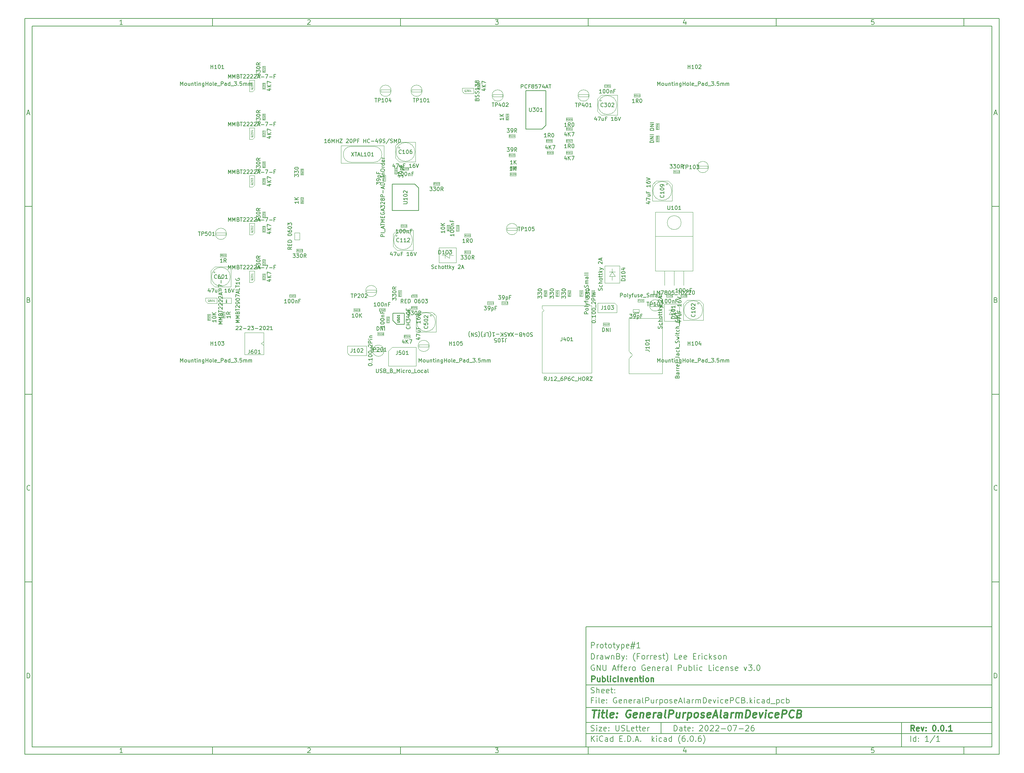
<source format=gbr>
%TF.GenerationSoftware,KiCad,Pcbnew,(6.0.6)*%
%TF.CreationDate,2022-08-04T15:50:23-04:00*%
%TF.ProjectId,GeneralPurposeAlarmDevicePCB,47656e65-7261-46c5-9075-72706f736541,0.0.1*%
%TF.SameCoordinates,Original*%
%TF.FileFunction,AssemblyDrawing,Top*%
%FSLAX46Y46*%
G04 Gerber Fmt 4.6, Leading zero omitted, Abs format (unit mm)*
G04 Created by KiCad (PCBNEW (6.0.6)) date 2022-08-04 15:50:23*
%MOMM*%
%LPD*%
G01*
G04 APERTURE LIST*
%ADD10C,0.100000*%
%ADD11C,0.150000*%
%ADD12C,0.300000*%
%ADD13C,0.400000*%
%ADD14C,0.075000*%
%ADD15C,0.050000*%
%ADD16C,0.060000*%
%ADD17C,0.120000*%
G04 APERTURE END LIST*
D10*
D11*
X159400000Y-171900000D02*
X159400000Y-203900000D01*
X267400000Y-203900000D01*
X267400000Y-171900000D01*
X159400000Y-171900000D01*
D10*
D11*
X10000000Y-10000000D02*
X10000000Y-205900000D01*
X269400000Y-205900000D01*
X269400000Y-10000000D01*
X10000000Y-10000000D01*
D10*
D11*
X12000000Y-12000000D02*
X12000000Y-203900000D01*
X267400000Y-203900000D01*
X267400000Y-12000000D01*
X12000000Y-12000000D01*
D10*
D11*
X60000000Y-12000000D02*
X60000000Y-10000000D01*
D10*
D11*
X110000000Y-12000000D02*
X110000000Y-10000000D01*
D10*
D11*
X160000000Y-12000000D02*
X160000000Y-10000000D01*
D10*
D11*
X210000000Y-12000000D02*
X210000000Y-10000000D01*
D10*
D11*
X260000000Y-12000000D02*
X260000000Y-10000000D01*
D10*
D11*
X36065476Y-11588095D02*
X35322619Y-11588095D01*
X35694047Y-11588095D02*
X35694047Y-10288095D01*
X35570238Y-10473809D01*
X35446428Y-10597619D01*
X35322619Y-10659523D01*
D10*
D11*
X85322619Y-10411904D02*
X85384523Y-10350000D01*
X85508333Y-10288095D01*
X85817857Y-10288095D01*
X85941666Y-10350000D01*
X86003571Y-10411904D01*
X86065476Y-10535714D01*
X86065476Y-10659523D01*
X86003571Y-10845238D01*
X85260714Y-11588095D01*
X86065476Y-11588095D01*
D10*
D11*
X135260714Y-10288095D02*
X136065476Y-10288095D01*
X135632142Y-10783333D01*
X135817857Y-10783333D01*
X135941666Y-10845238D01*
X136003571Y-10907142D01*
X136065476Y-11030952D01*
X136065476Y-11340476D01*
X136003571Y-11464285D01*
X135941666Y-11526190D01*
X135817857Y-11588095D01*
X135446428Y-11588095D01*
X135322619Y-11526190D01*
X135260714Y-11464285D01*
D10*
D11*
X185941666Y-10721428D02*
X185941666Y-11588095D01*
X185632142Y-10226190D02*
X185322619Y-11154761D01*
X186127380Y-11154761D01*
D10*
D11*
X236003571Y-10288095D02*
X235384523Y-10288095D01*
X235322619Y-10907142D01*
X235384523Y-10845238D01*
X235508333Y-10783333D01*
X235817857Y-10783333D01*
X235941666Y-10845238D01*
X236003571Y-10907142D01*
X236065476Y-11030952D01*
X236065476Y-11340476D01*
X236003571Y-11464285D01*
X235941666Y-11526190D01*
X235817857Y-11588095D01*
X235508333Y-11588095D01*
X235384523Y-11526190D01*
X235322619Y-11464285D01*
D10*
D11*
X60000000Y-203900000D02*
X60000000Y-205900000D01*
D10*
D11*
X110000000Y-203900000D02*
X110000000Y-205900000D01*
D10*
D11*
X160000000Y-203900000D02*
X160000000Y-205900000D01*
D10*
D11*
X210000000Y-203900000D02*
X210000000Y-205900000D01*
D10*
D11*
X260000000Y-203900000D02*
X260000000Y-205900000D01*
D10*
D11*
X36065476Y-205488095D02*
X35322619Y-205488095D01*
X35694047Y-205488095D02*
X35694047Y-204188095D01*
X35570238Y-204373809D01*
X35446428Y-204497619D01*
X35322619Y-204559523D01*
D10*
D11*
X85322619Y-204311904D02*
X85384523Y-204250000D01*
X85508333Y-204188095D01*
X85817857Y-204188095D01*
X85941666Y-204250000D01*
X86003571Y-204311904D01*
X86065476Y-204435714D01*
X86065476Y-204559523D01*
X86003571Y-204745238D01*
X85260714Y-205488095D01*
X86065476Y-205488095D01*
D10*
D11*
X135260714Y-204188095D02*
X136065476Y-204188095D01*
X135632142Y-204683333D01*
X135817857Y-204683333D01*
X135941666Y-204745238D01*
X136003571Y-204807142D01*
X136065476Y-204930952D01*
X136065476Y-205240476D01*
X136003571Y-205364285D01*
X135941666Y-205426190D01*
X135817857Y-205488095D01*
X135446428Y-205488095D01*
X135322619Y-205426190D01*
X135260714Y-205364285D01*
D10*
D11*
X185941666Y-204621428D02*
X185941666Y-205488095D01*
X185632142Y-204126190D02*
X185322619Y-205054761D01*
X186127380Y-205054761D01*
D10*
D11*
X236003571Y-204188095D02*
X235384523Y-204188095D01*
X235322619Y-204807142D01*
X235384523Y-204745238D01*
X235508333Y-204683333D01*
X235817857Y-204683333D01*
X235941666Y-204745238D01*
X236003571Y-204807142D01*
X236065476Y-204930952D01*
X236065476Y-205240476D01*
X236003571Y-205364285D01*
X235941666Y-205426190D01*
X235817857Y-205488095D01*
X235508333Y-205488095D01*
X235384523Y-205426190D01*
X235322619Y-205364285D01*
D10*
D11*
X10000000Y-60000000D02*
X12000000Y-60000000D01*
D10*
D11*
X10000000Y-110000000D02*
X12000000Y-110000000D01*
D10*
D11*
X10000000Y-160000000D02*
X12000000Y-160000000D01*
D10*
D11*
X10690476Y-35216666D02*
X11309523Y-35216666D01*
X10566666Y-35588095D02*
X11000000Y-34288095D01*
X11433333Y-35588095D01*
D10*
D11*
X11092857Y-84907142D02*
X11278571Y-84969047D01*
X11340476Y-85030952D01*
X11402380Y-85154761D01*
X11402380Y-85340476D01*
X11340476Y-85464285D01*
X11278571Y-85526190D01*
X11154761Y-85588095D01*
X10659523Y-85588095D01*
X10659523Y-84288095D01*
X11092857Y-84288095D01*
X11216666Y-84350000D01*
X11278571Y-84411904D01*
X11340476Y-84535714D01*
X11340476Y-84659523D01*
X11278571Y-84783333D01*
X11216666Y-84845238D01*
X11092857Y-84907142D01*
X10659523Y-84907142D01*
D10*
D11*
X11402380Y-135464285D02*
X11340476Y-135526190D01*
X11154761Y-135588095D01*
X11030952Y-135588095D01*
X10845238Y-135526190D01*
X10721428Y-135402380D01*
X10659523Y-135278571D01*
X10597619Y-135030952D01*
X10597619Y-134845238D01*
X10659523Y-134597619D01*
X10721428Y-134473809D01*
X10845238Y-134350000D01*
X11030952Y-134288095D01*
X11154761Y-134288095D01*
X11340476Y-134350000D01*
X11402380Y-134411904D01*
D10*
D11*
X10659523Y-185588095D02*
X10659523Y-184288095D01*
X10969047Y-184288095D01*
X11154761Y-184350000D01*
X11278571Y-184473809D01*
X11340476Y-184597619D01*
X11402380Y-184845238D01*
X11402380Y-185030952D01*
X11340476Y-185278571D01*
X11278571Y-185402380D01*
X11154761Y-185526190D01*
X10969047Y-185588095D01*
X10659523Y-185588095D01*
D10*
D11*
X269400000Y-60000000D02*
X267400000Y-60000000D01*
D10*
D11*
X269400000Y-110000000D02*
X267400000Y-110000000D01*
D10*
D11*
X269400000Y-160000000D02*
X267400000Y-160000000D01*
D10*
D11*
X268090476Y-35216666D02*
X268709523Y-35216666D01*
X267966666Y-35588095D02*
X268400000Y-34288095D01*
X268833333Y-35588095D01*
D10*
D11*
X268492857Y-84907142D02*
X268678571Y-84969047D01*
X268740476Y-85030952D01*
X268802380Y-85154761D01*
X268802380Y-85340476D01*
X268740476Y-85464285D01*
X268678571Y-85526190D01*
X268554761Y-85588095D01*
X268059523Y-85588095D01*
X268059523Y-84288095D01*
X268492857Y-84288095D01*
X268616666Y-84350000D01*
X268678571Y-84411904D01*
X268740476Y-84535714D01*
X268740476Y-84659523D01*
X268678571Y-84783333D01*
X268616666Y-84845238D01*
X268492857Y-84907142D01*
X268059523Y-84907142D01*
D10*
D11*
X268802380Y-135464285D02*
X268740476Y-135526190D01*
X268554761Y-135588095D01*
X268430952Y-135588095D01*
X268245238Y-135526190D01*
X268121428Y-135402380D01*
X268059523Y-135278571D01*
X267997619Y-135030952D01*
X267997619Y-134845238D01*
X268059523Y-134597619D01*
X268121428Y-134473809D01*
X268245238Y-134350000D01*
X268430952Y-134288095D01*
X268554761Y-134288095D01*
X268740476Y-134350000D01*
X268802380Y-134411904D01*
D10*
D11*
X268059523Y-185588095D02*
X268059523Y-184288095D01*
X268369047Y-184288095D01*
X268554761Y-184350000D01*
X268678571Y-184473809D01*
X268740476Y-184597619D01*
X268802380Y-184845238D01*
X268802380Y-185030952D01*
X268740476Y-185278571D01*
X268678571Y-185402380D01*
X268554761Y-185526190D01*
X268369047Y-185588095D01*
X268059523Y-185588095D01*
D10*
D11*
X182832142Y-199678571D02*
X182832142Y-198178571D01*
X183189285Y-198178571D01*
X183403571Y-198250000D01*
X183546428Y-198392857D01*
X183617857Y-198535714D01*
X183689285Y-198821428D01*
X183689285Y-199035714D01*
X183617857Y-199321428D01*
X183546428Y-199464285D01*
X183403571Y-199607142D01*
X183189285Y-199678571D01*
X182832142Y-199678571D01*
X184975000Y-199678571D02*
X184975000Y-198892857D01*
X184903571Y-198750000D01*
X184760714Y-198678571D01*
X184475000Y-198678571D01*
X184332142Y-198750000D01*
X184975000Y-199607142D02*
X184832142Y-199678571D01*
X184475000Y-199678571D01*
X184332142Y-199607142D01*
X184260714Y-199464285D01*
X184260714Y-199321428D01*
X184332142Y-199178571D01*
X184475000Y-199107142D01*
X184832142Y-199107142D01*
X184975000Y-199035714D01*
X185475000Y-198678571D02*
X186046428Y-198678571D01*
X185689285Y-198178571D02*
X185689285Y-199464285D01*
X185760714Y-199607142D01*
X185903571Y-199678571D01*
X186046428Y-199678571D01*
X187117857Y-199607142D02*
X186975000Y-199678571D01*
X186689285Y-199678571D01*
X186546428Y-199607142D01*
X186475000Y-199464285D01*
X186475000Y-198892857D01*
X186546428Y-198750000D01*
X186689285Y-198678571D01*
X186975000Y-198678571D01*
X187117857Y-198750000D01*
X187189285Y-198892857D01*
X187189285Y-199035714D01*
X186475000Y-199178571D01*
X187832142Y-199535714D02*
X187903571Y-199607142D01*
X187832142Y-199678571D01*
X187760714Y-199607142D01*
X187832142Y-199535714D01*
X187832142Y-199678571D01*
X187832142Y-198750000D02*
X187903571Y-198821428D01*
X187832142Y-198892857D01*
X187760714Y-198821428D01*
X187832142Y-198750000D01*
X187832142Y-198892857D01*
X189617857Y-198321428D02*
X189689285Y-198250000D01*
X189832142Y-198178571D01*
X190189285Y-198178571D01*
X190332142Y-198250000D01*
X190403571Y-198321428D01*
X190475000Y-198464285D01*
X190475000Y-198607142D01*
X190403571Y-198821428D01*
X189546428Y-199678571D01*
X190475000Y-199678571D01*
X191403571Y-198178571D02*
X191546428Y-198178571D01*
X191689285Y-198250000D01*
X191760714Y-198321428D01*
X191832142Y-198464285D01*
X191903571Y-198750000D01*
X191903571Y-199107142D01*
X191832142Y-199392857D01*
X191760714Y-199535714D01*
X191689285Y-199607142D01*
X191546428Y-199678571D01*
X191403571Y-199678571D01*
X191260714Y-199607142D01*
X191189285Y-199535714D01*
X191117857Y-199392857D01*
X191046428Y-199107142D01*
X191046428Y-198750000D01*
X191117857Y-198464285D01*
X191189285Y-198321428D01*
X191260714Y-198250000D01*
X191403571Y-198178571D01*
X192475000Y-198321428D02*
X192546428Y-198250000D01*
X192689285Y-198178571D01*
X193046428Y-198178571D01*
X193189285Y-198250000D01*
X193260714Y-198321428D01*
X193332142Y-198464285D01*
X193332142Y-198607142D01*
X193260714Y-198821428D01*
X192403571Y-199678571D01*
X193332142Y-199678571D01*
X193903571Y-198321428D02*
X193975000Y-198250000D01*
X194117857Y-198178571D01*
X194475000Y-198178571D01*
X194617857Y-198250000D01*
X194689285Y-198321428D01*
X194760714Y-198464285D01*
X194760714Y-198607142D01*
X194689285Y-198821428D01*
X193832142Y-199678571D01*
X194760714Y-199678571D01*
X195403571Y-199107142D02*
X196546428Y-199107142D01*
X197546428Y-198178571D02*
X197689285Y-198178571D01*
X197832142Y-198250000D01*
X197903571Y-198321428D01*
X197975000Y-198464285D01*
X198046428Y-198750000D01*
X198046428Y-199107142D01*
X197975000Y-199392857D01*
X197903571Y-199535714D01*
X197832142Y-199607142D01*
X197689285Y-199678571D01*
X197546428Y-199678571D01*
X197403571Y-199607142D01*
X197332142Y-199535714D01*
X197260714Y-199392857D01*
X197189285Y-199107142D01*
X197189285Y-198750000D01*
X197260714Y-198464285D01*
X197332142Y-198321428D01*
X197403571Y-198250000D01*
X197546428Y-198178571D01*
X198546428Y-198178571D02*
X199546428Y-198178571D01*
X198903571Y-199678571D01*
X200117857Y-199107142D02*
X201260714Y-199107142D01*
X201903571Y-198321428D02*
X201975000Y-198250000D01*
X202117857Y-198178571D01*
X202475000Y-198178571D01*
X202617857Y-198250000D01*
X202689285Y-198321428D01*
X202760714Y-198464285D01*
X202760714Y-198607142D01*
X202689285Y-198821428D01*
X201832142Y-199678571D01*
X202760714Y-199678571D01*
X204046428Y-198178571D02*
X203760714Y-198178571D01*
X203617857Y-198250000D01*
X203546428Y-198321428D01*
X203403571Y-198535714D01*
X203332142Y-198821428D01*
X203332142Y-199392857D01*
X203403571Y-199535714D01*
X203475000Y-199607142D01*
X203617857Y-199678571D01*
X203903571Y-199678571D01*
X204046428Y-199607142D01*
X204117857Y-199535714D01*
X204189285Y-199392857D01*
X204189285Y-199035714D01*
X204117857Y-198892857D01*
X204046428Y-198821428D01*
X203903571Y-198750000D01*
X203617857Y-198750000D01*
X203475000Y-198821428D01*
X203403571Y-198892857D01*
X203332142Y-199035714D01*
D10*
D11*
X159400000Y-200400000D02*
X267400000Y-200400000D01*
D10*
D11*
X160832142Y-202478571D02*
X160832142Y-200978571D01*
X161689285Y-202478571D02*
X161046428Y-201621428D01*
X161689285Y-200978571D02*
X160832142Y-201835714D01*
X162332142Y-202478571D02*
X162332142Y-201478571D01*
X162332142Y-200978571D02*
X162260714Y-201050000D01*
X162332142Y-201121428D01*
X162403571Y-201050000D01*
X162332142Y-200978571D01*
X162332142Y-201121428D01*
X163903571Y-202335714D02*
X163832142Y-202407142D01*
X163617857Y-202478571D01*
X163475000Y-202478571D01*
X163260714Y-202407142D01*
X163117857Y-202264285D01*
X163046428Y-202121428D01*
X162975000Y-201835714D01*
X162975000Y-201621428D01*
X163046428Y-201335714D01*
X163117857Y-201192857D01*
X163260714Y-201050000D01*
X163475000Y-200978571D01*
X163617857Y-200978571D01*
X163832142Y-201050000D01*
X163903571Y-201121428D01*
X165189285Y-202478571D02*
X165189285Y-201692857D01*
X165117857Y-201550000D01*
X164975000Y-201478571D01*
X164689285Y-201478571D01*
X164546428Y-201550000D01*
X165189285Y-202407142D02*
X165046428Y-202478571D01*
X164689285Y-202478571D01*
X164546428Y-202407142D01*
X164475000Y-202264285D01*
X164475000Y-202121428D01*
X164546428Y-201978571D01*
X164689285Y-201907142D01*
X165046428Y-201907142D01*
X165189285Y-201835714D01*
X166546428Y-202478571D02*
X166546428Y-200978571D01*
X166546428Y-202407142D02*
X166403571Y-202478571D01*
X166117857Y-202478571D01*
X165975000Y-202407142D01*
X165903571Y-202335714D01*
X165832142Y-202192857D01*
X165832142Y-201764285D01*
X165903571Y-201621428D01*
X165975000Y-201550000D01*
X166117857Y-201478571D01*
X166403571Y-201478571D01*
X166546428Y-201550000D01*
X168403571Y-201692857D02*
X168903571Y-201692857D01*
X169117857Y-202478571D02*
X168403571Y-202478571D01*
X168403571Y-200978571D01*
X169117857Y-200978571D01*
X169760714Y-202335714D02*
X169832142Y-202407142D01*
X169760714Y-202478571D01*
X169689285Y-202407142D01*
X169760714Y-202335714D01*
X169760714Y-202478571D01*
X170475000Y-202478571D02*
X170475000Y-200978571D01*
X170832142Y-200978571D01*
X171046428Y-201050000D01*
X171189285Y-201192857D01*
X171260714Y-201335714D01*
X171332142Y-201621428D01*
X171332142Y-201835714D01*
X171260714Y-202121428D01*
X171189285Y-202264285D01*
X171046428Y-202407142D01*
X170832142Y-202478571D01*
X170475000Y-202478571D01*
X171975000Y-202335714D02*
X172046428Y-202407142D01*
X171975000Y-202478571D01*
X171903571Y-202407142D01*
X171975000Y-202335714D01*
X171975000Y-202478571D01*
X172617857Y-202050000D02*
X173332142Y-202050000D01*
X172475000Y-202478571D02*
X172975000Y-200978571D01*
X173475000Y-202478571D01*
X173975000Y-202335714D02*
X174046428Y-202407142D01*
X173975000Y-202478571D01*
X173903571Y-202407142D01*
X173975000Y-202335714D01*
X173975000Y-202478571D01*
X176975000Y-202478571D02*
X176975000Y-200978571D01*
X177117857Y-201907142D02*
X177546428Y-202478571D01*
X177546428Y-201478571D02*
X176975000Y-202050000D01*
X178189285Y-202478571D02*
X178189285Y-201478571D01*
X178189285Y-200978571D02*
X178117857Y-201050000D01*
X178189285Y-201121428D01*
X178260714Y-201050000D01*
X178189285Y-200978571D01*
X178189285Y-201121428D01*
X179546428Y-202407142D02*
X179403571Y-202478571D01*
X179117857Y-202478571D01*
X178975000Y-202407142D01*
X178903571Y-202335714D01*
X178832142Y-202192857D01*
X178832142Y-201764285D01*
X178903571Y-201621428D01*
X178975000Y-201550000D01*
X179117857Y-201478571D01*
X179403571Y-201478571D01*
X179546428Y-201550000D01*
X180832142Y-202478571D02*
X180832142Y-201692857D01*
X180760714Y-201550000D01*
X180617857Y-201478571D01*
X180332142Y-201478571D01*
X180189285Y-201550000D01*
X180832142Y-202407142D02*
X180689285Y-202478571D01*
X180332142Y-202478571D01*
X180189285Y-202407142D01*
X180117857Y-202264285D01*
X180117857Y-202121428D01*
X180189285Y-201978571D01*
X180332142Y-201907142D01*
X180689285Y-201907142D01*
X180832142Y-201835714D01*
X182189285Y-202478571D02*
X182189285Y-200978571D01*
X182189285Y-202407142D02*
X182046428Y-202478571D01*
X181760714Y-202478571D01*
X181617857Y-202407142D01*
X181546428Y-202335714D01*
X181475000Y-202192857D01*
X181475000Y-201764285D01*
X181546428Y-201621428D01*
X181617857Y-201550000D01*
X181760714Y-201478571D01*
X182046428Y-201478571D01*
X182189285Y-201550000D01*
X184475000Y-203050000D02*
X184403571Y-202978571D01*
X184260714Y-202764285D01*
X184189285Y-202621428D01*
X184117857Y-202407142D01*
X184046428Y-202050000D01*
X184046428Y-201764285D01*
X184117857Y-201407142D01*
X184189285Y-201192857D01*
X184260714Y-201050000D01*
X184403571Y-200835714D01*
X184475000Y-200764285D01*
X185689285Y-200978571D02*
X185403571Y-200978571D01*
X185260714Y-201050000D01*
X185189285Y-201121428D01*
X185046428Y-201335714D01*
X184975000Y-201621428D01*
X184975000Y-202192857D01*
X185046428Y-202335714D01*
X185117857Y-202407142D01*
X185260714Y-202478571D01*
X185546428Y-202478571D01*
X185689285Y-202407142D01*
X185760714Y-202335714D01*
X185832142Y-202192857D01*
X185832142Y-201835714D01*
X185760714Y-201692857D01*
X185689285Y-201621428D01*
X185546428Y-201550000D01*
X185260714Y-201550000D01*
X185117857Y-201621428D01*
X185046428Y-201692857D01*
X184975000Y-201835714D01*
X186475000Y-202335714D02*
X186546428Y-202407142D01*
X186475000Y-202478571D01*
X186403571Y-202407142D01*
X186475000Y-202335714D01*
X186475000Y-202478571D01*
X187475000Y-200978571D02*
X187617857Y-200978571D01*
X187760714Y-201050000D01*
X187832142Y-201121428D01*
X187903571Y-201264285D01*
X187975000Y-201550000D01*
X187975000Y-201907142D01*
X187903571Y-202192857D01*
X187832142Y-202335714D01*
X187760714Y-202407142D01*
X187617857Y-202478571D01*
X187475000Y-202478571D01*
X187332142Y-202407142D01*
X187260714Y-202335714D01*
X187189285Y-202192857D01*
X187117857Y-201907142D01*
X187117857Y-201550000D01*
X187189285Y-201264285D01*
X187260714Y-201121428D01*
X187332142Y-201050000D01*
X187475000Y-200978571D01*
X188617857Y-202335714D02*
X188689285Y-202407142D01*
X188617857Y-202478571D01*
X188546428Y-202407142D01*
X188617857Y-202335714D01*
X188617857Y-202478571D01*
X189975000Y-200978571D02*
X189689285Y-200978571D01*
X189546428Y-201050000D01*
X189475000Y-201121428D01*
X189332142Y-201335714D01*
X189260714Y-201621428D01*
X189260714Y-202192857D01*
X189332142Y-202335714D01*
X189403571Y-202407142D01*
X189546428Y-202478571D01*
X189832142Y-202478571D01*
X189975000Y-202407142D01*
X190046428Y-202335714D01*
X190117857Y-202192857D01*
X190117857Y-201835714D01*
X190046428Y-201692857D01*
X189975000Y-201621428D01*
X189832142Y-201550000D01*
X189546428Y-201550000D01*
X189403571Y-201621428D01*
X189332142Y-201692857D01*
X189260714Y-201835714D01*
X190617857Y-203050000D02*
X190689285Y-202978571D01*
X190832142Y-202764285D01*
X190903571Y-202621428D01*
X190975000Y-202407142D01*
X191046428Y-202050000D01*
X191046428Y-201764285D01*
X190975000Y-201407142D01*
X190903571Y-201192857D01*
X190832142Y-201050000D01*
X190689285Y-200835714D01*
X190617857Y-200764285D01*
D10*
D11*
X159400000Y-197400000D02*
X267400000Y-197400000D01*
D10*
D12*
X246809285Y-199678571D02*
X246309285Y-198964285D01*
X245952142Y-199678571D02*
X245952142Y-198178571D01*
X246523571Y-198178571D01*
X246666428Y-198250000D01*
X246737857Y-198321428D01*
X246809285Y-198464285D01*
X246809285Y-198678571D01*
X246737857Y-198821428D01*
X246666428Y-198892857D01*
X246523571Y-198964285D01*
X245952142Y-198964285D01*
X248023571Y-199607142D02*
X247880714Y-199678571D01*
X247595000Y-199678571D01*
X247452142Y-199607142D01*
X247380714Y-199464285D01*
X247380714Y-198892857D01*
X247452142Y-198750000D01*
X247595000Y-198678571D01*
X247880714Y-198678571D01*
X248023571Y-198750000D01*
X248095000Y-198892857D01*
X248095000Y-199035714D01*
X247380714Y-199178571D01*
X248595000Y-198678571D02*
X248952142Y-199678571D01*
X249309285Y-198678571D01*
X249880714Y-199535714D02*
X249952142Y-199607142D01*
X249880714Y-199678571D01*
X249809285Y-199607142D01*
X249880714Y-199535714D01*
X249880714Y-199678571D01*
X249880714Y-198750000D02*
X249952142Y-198821428D01*
X249880714Y-198892857D01*
X249809285Y-198821428D01*
X249880714Y-198750000D01*
X249880714Y-198892857D01*
X252023571Y-198178571D02*
X252166428Y-198178571D01*
X252309285Y-198250000D01*
X252380714Y-198321428D01*
X252452142Y-198464285D01*
X252523571Y-198750000D01*
X252523571Y-199107142D01*
X252452142Y-199392857D01*
X252380714Y-199535714D01*
X252309285Y-199607142D01*
X252166428Y-199678571D01*
X252023571Y-199678571D01*
X251880714Y-199607142D01*
X251809285Y-199535714D01*
X251737857Y-199392857D01*
X251666428Y-199107142D01*
X251666428Y-198750000D01*
X251737857Y-198464285D01*
X251809285Y-198321428D01*
X251880714Y-198250000D01*
X252023571Y-198178571D01*
X253166428Y-199535714D02*
X253237857Y-199607142D01*
X253166428Y-199678571D01*
X253095000Y-199607142D01*
X253166428Y-199535714D01*
X253166428Y-199678571D01*
X254166428Y-198178571D02*
X254309285Y-198178571D01*
X254452142Y-198250000D01*
X254523571Y-198321428D01*
X254595000Y-198464285D01*
X254666428Y-198750000D01*
X254666428Y-199107142D01*
X254595000Y-199392857D01*
X254523571Y-199535714D01*
X254452142Y-199607142D01*
X254309285Y-199678571D01*
X254166428Y-199678571D01*
X254023571Y-199607142D01*
X253952142Y-199535714D01*
X253880714Y-199392857D01*
X253809285Y-199107142D01*
X253809285Y-198750000D01*
X253880714Y-198464285D01*
X253952142Y-198321428D01*
X254023571Y-198250000D01*
X254166428Y-198178571D01*
X255309285Y-199535714D02*
X255380714Y-199607142D01*
X255309285Y-199678571D01*
X255237857Y-199607142D01*
X255309285Y-199535714D01*
X255309285Y-199678571D01*
X256809285Y-199678571D02*
X255952142Y-199678571D01*
X256380714Y-199678571D02*
X256380714Y-198178571D01*
X256237857Y-198392857D01*
X256095000Y-198535714D01*
X255952142Y-198607142D01*
D10*
D11*
X160760714Y-199607142D02*
X160975000Y-199678571D01*
X161332142Y-199678571D01*
X161475000Y-199607142D01*
X161546428Y-199535714D01*
X161617857Y-199392857D01*
X161617857Y-199250000D01*
X161546428Y-199107142D01*
X161475000Y-199035714D01*
X161332142Y-198964285D01*
X161046428Y-198892857D01*
X160903571Y-198821428D01*
X160832142Y-198750000D01*
X160760714Y-198607142D01*
X160760714Y-198464285D01*
X160832142Y-198321428D01*
X160903571Y-198250000D01*
X161046428Y-198178571D01*
X161403571Y-198178571D01*
X161617857Y-198250000D01*
X162260714Y-199678571D02*
X162260714Y-198678571D01*
X162260714Y-198178571D02*
X162189285Y-198250000D01*
X162260714Y-198321428D01*
X162332142Y-198250000D01*
X162260714Y-198178571D01*
X162260714Y-198321428D01*
X162832142Y-198678571D02*
X163617857Y-198678571D01*
X162832142Y-199678571D01*
X163617857Y-199678571D01*
X164760714Y-199607142D02*
X164617857Y-199678571D01*
X164332142Y-199678571D01*
X164189285Y-199607142D01*
X164117857Y-199464285D01*
X164117857Y-198892857D01*
X164189285Y-198750000D01*
X164332142Y-198678571D01*
X164617857Y-198678571D01*
X164760714Y-198750000D01*
X164832142Y-198892857D01*
X164832142Y-199035714D01*
X164117857Y-199178571D01*
X165475000Y-199535714D02*
X165546428Y-199607142D01*
X165475000Y-199678571D01*
X165403571Y-199607142D01*
X165475000Y-199535714D01*
X165475000Y-199678571D01*
X165475000Y-198750000D02*
X165546428Y-198821428D01*
X165475000Y-198892857D01*
X165403571Y-198821428D01*
X165475000Y-198750000D01*
X165475000Y-198892857D01*
X167332142Y-198178571D02*
X167332142Y-199392857D01*
X167403571Y-199535714D01*
X167475000Y-199607142D01*
X167617857Y-199678571D01*
X167903571Y-199678571D01*
X168046428Y-199607142D01*
X168117857Y-199535714D01*
X168189285Y-199392857D01*
X168189285Y-198178571D01*
X168832142Y-199607142D02*
X169046428Y-199678571D01*
X169403571Y-199678571D01*
X169546428Y-199607142D01*
X169617857Y-199535714D01*
X169689285Y-199392857D01*
X169689285Y-199250000D01*
X169617857Y-199107142D01*
X169546428Y-199035714D01*
X169403571Y-198964285D01*
X169117857Y-198892857D01*
X168975000Y-198821428D01*
X168903571Y-198750000D01*
X168832142Y-198607142D01*
X168832142Y-198464285D01*
X168903571Y-198321428D01*
X168975000Y-198250000D01*
X169117857Y-198178571D01*
X169475000Y-198178571D01*
X169689285Y-198250000D01*
X171046428Y-199678571D02*
X170332142Y-199678571D01*
X170332142Y-198178571D01*
X172117857Y-199607142D02*
X171975000Y-199678571D01*
X171689285Y-199678571D01*
X171546428Y-199607142D01*
X171475000Y-199464285D01*
X171475000Y-198892857D01*
X171546428Y-198750000D01*
X171689285Y-198678571D01*
X171975000Y-198678571D01*
X172117857Y-198750000D01*
X172189285Y-198892857D01*
X172189285Y-199035714D01*
X171475000Y-199178571D01*
X172617857Y-198678571D02*
X173189285Y-198678571D01*
X172832142Y-198178571D02*
X172832142Y-199464285D01*
X172903571Y-199607142D01*
X173046428Y-199678571D01*
X173189285Y-199678571D01*
X173475000Y-198678571D02*
X174046428Y-198678571D01*
X173689285Y-198178571D02*
X173689285Y-199464285D01*
X173760714Y-199607142D01*
X173903571Y-199678571D01*
X174046428Y-199678571D01*
X175117857Y-199607142D02*
X174975000Y-199678571D01*
X174689285Y-199678571D01*
X174546428Y-199607142D01*
X174475000Y-199464285D01*
X174475000Y-198892857D01*
X174546428Y-198750000D01*
X174689285Y-198678571D01*
X174975000Y-198678571D01*
X175117857Y-198750000D01*
X175189285Y-198892857D01*
X175189285Y-199035714D01*
X174475000Y-199178571D01*
X175832142Y-199678571D02*
X175832142Y-198678571D01*
X175832142Y-198964285D02*
X175903571Y-198821428D01*
X175975000Y-198750000D01*
X176117857Y-198678571D01*
X176260714Y-198678571D01*
D10*
D11*
X245832142Y-202478571D02*
X245832142Y-200978571D01*
X247189285Y-202478571D02*
X247189285Y-200978571D01*
X247189285Y-202407142D02*
X247046428Y-202478571D01*
X246760714Y-202478571D01*
X246617857Y-202407142D01*
X246546428Y-202335714D01*
X246475000Y-202192857D01*
X246475000Y-201764285D01*
X246546428Y-201621428D01*
X246617857Y-201550000D01*
X246760714Y-201478571D01*
X247046428Y-201478571D01*
X247189285Y-201550000D01*
X247903571Y-202335714D02*
X247975000Y-202407142D01*
X247903571Y-202478571D01*
X247832142Y-202407142D01*
X247903571Y-202335714D01*
X247903571Y-202478571D01*
X247903571Y-201550000D02*
X247975000Y-201621428D01*
X247903571Y-201692857D01*
X247832142Y-201621428D01*
X247903571Y-201550000D01*
X247903571Y-201692857D01*
X250546428Y-202478571D02*
X249689285Y-202478571D01*
X250117857Y-202478571D02*
X250117857Y-200978571D01*
X249975000Y-201192857D01*
X249832142Y-201335714D01*
X249689285Y-201407142D01*
X252260714Y-200907142D02*
X250975000Y-202835714D01*
X253546428Y-202478571D02*
X252689285Y-202478571D01*
X253117857Y-202478571D02*
X253117857Y-200978571D01*
X252975000Y-201192857D01*
X252832142Y-201335714D01*
X252689285Y-201407142D01*
D10*
D11*
X159400000Y-193400000D02*
X267400000Y-193400000D01*
D10*
D13*
X161112380Y-194104761D02*
X162255238Y-194104761D01*
X161433809Y-196104761D02*
X161683809Y-194104761D01*
X162671904Y-196104761D02*
X162838571Y-194771428D01*
X162921904Y-194104761D02*
X162814761Y-194200000D01*
X162898095Y-194295238D01*
X163005238Y-194200000D01*
X162921904Y-194104761D01*
X162898095Y-194295238D01*
X163505238Y-194771428D02*
X164267142Y-194771428D01*
X163874285Y-194104761D02*
X163660000Y-195819047D01*
X163731428Y-196009523D01*
X163910000Y-196104761D01*
X164100476Y-196104761D01*
X165052857Y-196104761D02*
X164874285Y-196009523D01*
X164802857Y-195819047D01*
X165017142Y-194104761D01*
X166588571Y-196009523D02*
X166386190Y-196104761D01*
X166005238Y-196104761D01*
X165826666Y-196009523D01*
X165755238Y-195819047D01*
X165850476Y-195057142D01*
X165969523Y-194866666D01*
X166171904Y-194771428D01*
X166552857Y-194771428D01*
X166731428Y-194866666D01*
X166802857Y-195057142D01*
X166779047Y-195247619D01*
X165802857Y-195438095D01*
X167552857Y-195914285D02*
X167636190Y-196009523D01*
X167529047Y-196104761D01*
X167445714Y-196009523D01*
X167552857Y-195914285D01*
X167529047Y-196104761D01*
X167683809Y-194866666D02*
X167767142Y-194961904D01*
X167660000Y-195057142D01*
X167576666Y-194961904D01*
X167683809Y-194866666D01*
X167660000Y-195057142D01*
X171290952Y-194200000D02*
X171112380Y-194104761D01*
X170826666Y-194104761D01*
X170529047Y-194200000D01*
X170314761Y-194390476D01*
X170195714Y-194580952D01*
X170052857Y-194961904D01*
X170017142Y-195247619D01*
X170064761Y-195628571D01*
X170136190Y-195819047D01*
X170302857Y-196009523D01*
X170576666Y-196104761D01*
X170767142Y-196104761D01*
X171064761Y-196009523D01*
X171171904Y-195914285D01*
X171255238Y-195247619D01*
X170874285Y-195247619D01*
X172779047Y-196009523D02*
X172576666Y-196104761D01*
X172195714Y-196104761D01*
X172017142Y-196009523D01*
X171945714Y-195819047D01*
X172040952Y-195057142D01*
X172160000Y-194866666D01*
X172362380Y-194771428D01*
X172743333Y-194771428D01*
X172921904Y-194866666D01*
X172993333Y-195057142D01*
X172969523Y-195247619D01*
X171993333Y-195438095D01*
X173886190Y-194771428D02*
X173719523Y-196104761D01*
X173862380Y-194961904D02*
X173969523Y-194866666D01*
X174171904Y-194771428D01*
X174457619Y-194771428D01*
X174636190Y-194866666D01*
X174707619Y-195057142D01*
X174576666Y-196104761D01*
X176302857Y-196009523D02*
X176100476Y-196104761D01*
X175719523Y-196104761D01*
X175540952Y-196009523D01*
X175469523Y-195819047D01*
X175564761Y-195057142D01*
X175683809Y-194866666D01*
X175886190Y-194771428D01*
X176267142Y-194771428D01*
X176445714Y-194866666D01*
X176517142Y-195057142D01*
X176493333Y-195247619D01*
X175517142Y-195438095D01*
X177243333Y-196104761D02*
X177410000Y-194771428D01*
X177362380Y-195152380D02*
X177481428Y-194961904D01*
X177588571Y-194866666D01*
X177790952Y-194771428D01*
X177981428Y-194771428D01*
X179338571Y-196104761D02*
X179469523Y-195057142D01*
X179398095Y-194866666D01*
X179219523Y-194771428D01*
X178838571Y-194771428D01*
X178636190Y-194866666D01*
X179350476Y-196009523D02*
X179148095Y-196104761D01*
X178671904Y-196104761D01*
X178493333Y-196009523D01*
X178421904Y-195819047D01*
X178445714Y-195628571D01*
X178564761Y-195438095D01*
X178767142Y-195342857D01*
X179243333Y-195342857D01*
X179445714Y-195247619D01*
X180576666Y-196104761D02*
X180398095Y-196009523D01*
X180326666Y-195819047D01*
X180540952Y-194104761D01*
X181338571Y-196104761D02*
X181588571Y-194104761D01*
X182350476Y-194104761D01*
X182529047Y-194200000D01*
X182612380Y-194295238D01*
X182683809Y-194485714D01*
X182648095Y-194771428D01*
X182529047Y-194961904D01*
X182421904Y-195057142D01*
X182219523Y-195152380D01*
X181457619Y-195152380D01*
X184362380Y-194771428D02*
X184195714Y-196104761D01*
X183505238Y-194771428D02*
X183374285Y-195819047D01*
X183445714Y-196009523D01*
X183624285Y-196104761D01*
X183910000Y-196104761D01*
X184112380Y-196009523D01*
X184219523Y-195914285D01*
X185148095Y-196104761D02*
X185314761Y-194771428D01*
X185267142Y-195152380D02*
X185386190Y-194961904D01*
X185493333Y-194866666D01*
X185695714Y-194771428D01*
X185886190Y-194771428D01*
X186552857Y-194771428D02*
X186302857Y-196771428D01*
X186540952Y-194866666D02*
X186743333Y-194771428D01*
X187124285Y-194771428D01*
X187302857Y-194866666D01*
X187386190Y-194961904D01*
X187457619Y-195152380D01*
X187386190Y-195723809D01*
X187267142Y-195914285D01*
X187160000Y-196009523D01*
X186957619Y-196104761D01*
X186576666Y-196104761D01*
X186398095Y-196009523D01*
X188481428Y-196104761D02*
X188302857Y-196009523D01*
X188219523Y-195914285D01*
X188148095Y-195723809D01*
X188219523Y-195152380D01*
X188338571Y-194961904D01*
X188445714Y-194866666D01*
X188648095Y-194771428D01*
X188933809Y-194771428D01*
X189112380Y-194866666D01*
X189195714Y-194961904D01*
X189267142Y-195152380D01*
X189195714Y-195723809D01*
X189076666Y-195914285D01*
X188969523Y-196009523D01*
X188767142Y-196104761D01*
X188481428Y-196104761D01*
X189921904Y-196009523D02*
X190100476Y-196104761D01*
X190481428Y-196104761D01*
X190683809Y-196009523D01*
X190802857Y-195819047D01*
X190814761Y-195723809D01*
X190743333Y-195533333D01*
X190564761Y-195438095D01*
X190279047Y-195438095D01*
X190100476Y-195342857D01*
X190029047Y-195152380D01*
X190040952Y-195057142D01*
X190160000Y-194866666D01*
X190362380Y-194771428D01*
X190648095Y-194771428D01*
X190826666Y-194866666D01*
X192398095Y-196009523D02*
X192195714Y-196104761D01*
X191814761Y-196104761D01*
X191636190Y-196009523D01*
X191564761Y-195819047D01*
X191660000Y-195057142D01*
X191779047Y-194866666D01*
X191981428Y-194771428D01*
X192362380Y-194771428D01*
X192540952Y-194866666D01*
X192612380Y-195057142D01*
X192588571Y-195247619D01*
X191612380Y-195438095D01*
X193314761Y-195533333D02*
X194267142Y-195533333D01*
X193052857Y-196104761D02*
X193969523Y-194104761D01*
X194386190Y-196104761D01*
X195338571Y-196104761D02*
X195160000Y-196009523D01*
X195088571Y-195819047D01*
X195302857Y-194104761D01*
X196957619Y-196104761D02*
X197088571Y-195057142D01*
X197017142Y-194866666D01*
X196838571Y-194771428D01*
X196457619Y-194771428D01*
X196255238Y-194866666D01*
X196969523Y-196009523D02*
X196767142Y-196104761D01*
X196290952Y-196104761D01*
X196112380Y-196009523D01*
X196040952Y-195819047D01*
X196064761Y-195628571D01*
X196183809Y-195438095D01*
X196386190Y-195342857D01*
X196862380Y-195342857D01*
X197064761Y-195247619D01*
X197910000Y-196104761D02*
X198076666Y-194771428D01*
X198029047Y-195152380D02*
X198148095Y-194961904D01*
X198255238Y-194866666D01*
X198457619Y-194771428D01*
X198648095Y-194771428D01*
X199148095Y-196104761D02*
X199314761Y-194771428D01*
X199290952Y-194961904D02*
X199398095Y-194866666D01*
X199600476Y-194771428D01*
X199886190Y-194771428D01*
X200064761Y-194866666D01*
X200136190Y-195057142D01*
X200005238Y-196104761D01*
X200136190Y-195057142D02*
X200255238Y-194866666D01*
X200457619Y-194771428D01*
X200743333Y-194771428D01*
X200921904Y-194866666D01*
X200993333Y-195057142D01*
X200862380Y-196104761D01*
X201814761Y-196104761D02*
X202064761Y-194104761D01*
X202540952Y-194104761D01*
X202814761Y-194200000D01*
X202981428Y-194390476D01*
X203052857Y-194580952D01*
X203100476Y-194961904D01*
X203064761Y-195247619D01*
X202921904Y-195628571D01*
X202802857Y-195819047D01*
X202588571Y-196009523D01*
X202290952Y-196104761D01*
X201814761Y-196104761D01*
X204588571Y-196009523D02*
X204386190Y-196104761D01*
X204005238Y-196104761D01*
X203826666Y-196009523D01*
X203755238Y-195819047D01*
X203850476Y-195057142D01*
X203969523Y-194866666D01*
X204171904Y-194771428D01*
X204552857Y-194771428D01*
X204731428Y-194866666D01*
X204802857Y-195057142D01*
X204779047Y-195247619D01*
X203802857Y-195438095D01*
X205505238Y-194771428D02*
X205814761Y-196104761D01*
X206457619Y-194771428D01*
X207052857Y-196104761D02*
X207219523Y-194771428D01*
X207302857Y-194104761D02*
X207195714Y-194200000D01*
X207279047Y-194295238D01*
X207386190Y-194200000D01*
X207302857Y-194104761D01*
X207279047Y-194295238D01*
X208874285Y-196009523D02*
X208671904Y-196104761D01*
X208290952Y-196104761D01*
X208112380Y-196009523D01*
X208029047Y-195914285D01*
X207957619Y-195723809D01*
X208029047Y-195152380D01*
X208148095Y-194961904D01*
X208255238Y-194866666D01*
X208457619Y-194771428D01*
X208838571Y-194771428D01*
X209017142Y-194866666D01*
X210493333Y-196009523D02*
X210290952Y-196104761D01*
X209910000Y-196104761D01*
X209731428Y-196009523D01*
X209660000Y-195819047D01*
X209755238Y-195057142D01*
X209874285Y-194866666D01*
X210076666Y-194771428D01*
X210457619Y-194771428D01*
X210636190Y-194866666D01*
X210707619Y-195057142D01*
X210683809Y-195247619D01*
X209707619Y-195438095D01*
X211433809Y-196104761D02*
X211683809Y-194104761D01*
X212445714Y-194104761D01*
X212624285Y-194200000D01*
X212707619Y-194295238D01*
X212779047Y-194485714D01*
X212743333Y-194771428D01*
X212624285Y-194961904D01*
X212517142Y-195057142D01*
X212314761Y-195152380D01*
X211552857Y-195152380D01*
X214600476Y-195914285D02*
X214493333Y-196009523D01*
X214195714Y-196104761D01*
X214005238Y-196104761D01*
X213731428Y-196009523D01*
X213564761Y-195819047D01*
X213493333Y-195628571D01*
X213445714Y-195247619D01*
X213481428Y-194961904D01*
X213624285Y-194580952D01*
X213743333Y-194390476D01*
X213957619Y-194200000D01*
X214255238Y-194104761D01*
X214445714Y-194104761D01*
X214719523Y-194200000D01*
X214802857Y-194295238D01*
X216231428Y-195057142D02*
X216505238Y-195152380D01*
X216588571Y-195247619D01*
X216660000Y-195438095D01*
X216624285Y-195723809D01*
X216505238Y-195914285D01*
X216398095Y-196009523D01*
X216195714Y-196104761D01*
X215433809Y-196104761D01*
X215683809Y-194104761D01*
X216350476Y-194104761D01*
X216529047Y-194200000D01*
X216612380Y-194295238D01*
X216683809Y-194485714D01*
X216660000Y-194676190D01*
X216540952Y-194866666D01*
X216433809Y-194961904D01*
X216231428Y-195057142D01*
X215564761Y-195057142D01*
D10*
D11*
X161332142Y-191492857D02*
X160832142Y-191492857D01*
X160832142Y-192278571D02*
X160832142Y-190778571D01*
X161546428Y-190778571D01*
X162117857Y-192278571D02*
X162117857Y-191278571D01*
X162117857Y-190778571D02*
X162046428Y-190850000D01*
X162117857Y-190921428D01*
X162189285Y-190850000D01*
X162117857Y-190778571D01*
X162117857Y-190921428D01*
X163046428Y-192278571D02*
X162903571Y-192207142D01*
X162832142Y-192064285D01*
X162832142Y-190778571D01*
X164189285Y-192207142D02*
X164046428Y-192278571D01*
X163760714Y-192278571D01*
X163617857Y-192207142D01*
X163546428Y-192064285D01*
X163546428Y-191492857D01*
X163617857Y-191350000D01*
X163760714Y-191278571D01*
X164046428Y-191278571D01*
X164189285Y-191350000D01*
X164260714Y-191492857D01*
X164260714Y-191635714D01*
X163546428Y-191778571D01*
X164903571Y-192135714D02*
X164975000Y-192207142D01*
X164903571Y-192278571D01*
X164832142Y-192207142D01*
X164903571Y-192135714D01*
X164903571Y-192278571D01*
X164903571Y-191350000D02*
X164975000Y-191421428D01*
X164903571Y-191492857D01*
X164832142Y-191421428D01*
X164903571Y-191350000D01*
X164903571Y-191492857D01*
X167546428Y-190850000D02*
X167403571Y-190778571D01*
X167189285Y-190778571D01*
X166975000Y-190850000D01*
X166832142Y-190992857D01*
X166760714Y-191135714D01*
X166689285Y-191421428D01*
X166689285Y-191635714D01*
X166760714Y-191921428D01*
X166832142Y-192064285D01*
X166975000Y-192207142D01*
X167189285Y-192278571D01*
X167332142Y-192278571D01*
X167546428Y-192207142D01*
X167617857Y-192135714D01*
X167617857Y-191635714D01*
X167332142Y-191635714D01*
X168832142Y-192207142D02*
X168689285Y-192278571D01*
X168403571Y-192278571D01*
X168260714Y-192207142D01*
X168189285Y-192064285D01*
X168189285Y-191492857D01*
X168260714Y-191350000D01*
X168403571Y-191278571D01*
X168689285Y-191278571D01*
X168832142Y-191350000D01*
X168903571Y-191492857D01*
X168903571Y-191635714D01*
X168189285Y-191778571D01*
X169546428Y-191278571D02*
X169546428Y-192278571D01*
X169546428Y-191421428D02*
X169617857Y-191350000D01*
X169760714Y-191278571D01*
X169975000Y-191278571D01*
X170117857Y-191350000D01*
X170189285Y-191492857D01*
X170189285Y-192278571D01*
X171475000Y-192207142D02*
X171332142Y-192278571D01*
X171046428Y-192278571D01*
X170903571Y-192207142D01*
X170832142Y-192064285D01*
X170832142Y-191492857D01*
X170903571Y-191350000D01*
X171046428Y-191278571D01*
X171332142Y-191278571D01*
X171475000Y-191350000D01*
X171546428Y-191492857D01*
X171546428Y-191635714D01*
X170832142Y-191778571D01*
X172189285Y-192278571D02*
X172189285Y-191278571D01*
X172189285Y-191564285D02*
X172260714Y-191421428D01*
X172332142Y-191350000D01*
X172475000Y-191278571D01*
X172617857Y-191278571D01*
X173760714Y-192278571D02*
X173760714Y-191492857D01*
X173689285Y-191350000D01*
X173546428Y-191278571D01*
X173260714Y-191278571D01*
X173117857Y-191350000D01*
X173760714Y-192207142D02*
X173617857Y-192278571D01*
X173260714Y-192278571D01*
X173117857Y-192207142D01*
X173046428Y-192064285D01*
X173046428Y-191921428D01*
X173117857Y-191778571D01*
X173260714Y-191707142D01*
X173617857Y-191707142D01*
X173760714Y-191635714D01*
X174689285Y-192278571D02*
X174546428Y-192207142D01*
X174475000Y-192064285D01*
X174475000Y-190778571D01*
X175260714Y-192278571D02*
X175260714Y-190778571D01*
X175832142Y-190778571D01*
X175975000Y-190850000D01*
X176046428Y-190921428D01*
X176117857Y-191064285D01*
X176117857Y-191278571D01*
X176046428Y-191421428D01*
X175975000Y-191492857D01*
X175832142Y-191564285D01*
X175260714Y-191564285D01*
X177403571Y-191278571D02*
X177403571Y-192278571D01*
X176760714Y-191278571D02*
X176760714Y-192064285D01*
X176832142Y-192207142D01*
X176975000Y-192278571D01*
X177189285Y-192278571D01*
X177332142Y-192207142D01*
X177403571Y-192135714D01*
X178117857Y-192278571D02*
X178117857Y-191278571D01*
X178117857Y-191564285D02*
X178189285Y-191421428D01*
X178260714Y-191350000D01*
X178403571Y-191278571D01*
X178546428Y-191278571D01*
X179046428Y-191278571D02*
X179046428Y-192778571D01*
X179046428Y-191350000D02*
X179189285Y-191278571D01*
X179475000Y-191278571D01*
X179617857Y-191350000D01*
X179689285Y-191421428D01*
X179760714Y-191564285D01*
X179760714Y-191992857D01*
X179689285Y-192135714D01*
X179617857Y-192207142D01*
X179475000Y-192278571D01*
X179189285Y-192278571D01*
X179046428Y-192207142D01*
X180617857Y-192278571D02*
X180475000Y-192207142D01*
X180403571Y-192135714D01*
X180332142Y-191992857D01*
X180332142Y-191564285D01*
X180403571Y-191421428D01*
X180475000Y-191350000D01*
X180617857Y-191278571D01*
X180832142Y-191278571D01*
X180975000Y-191350000D01*
X181046428Y-191421428D01*
X181117857Y-191564285D01*
X181117857Y-191992857D01*
X181046428Y-192135714D01*
X180975000Y-192207142D01*
X180832142Y-192278571D01*
X180617857Y-192278571D01*
X181689285Y-192207142D02*
X181832142Y-192278571D01*
X182117857Y-192278571D01*
X182260714Y-192207142D01*
X182332142Y-192064285D01*
X182332142Y-191992857D01*
X182260714Y-191850000D01*
X182117857Y-191778571D01*
X181903571Y-191778571D01*
X181760714Y-191707142D01*
X181689285Y-191564285D01*
X181689285Y-191492857D01*
X181760714Y-191350000D01*
X181903571Y-191278571D01*
X182117857Y-191278571D01*
X182260714Y-191350000D01*
X183546428Y-192207142D02*
X183403571Y-192278571D01*
X183117857Y-192278571D01*
X182975000Y-192207142D01*
X182903571Y-192064285D01*
X182903571Y-191492857D01*
X182975000Y-191350000D01*
X183117857Y-191278571D01*
X183403571Y-191278571D01*
X183546428Y-191350000D01*
X183617857Y-191492857D01*
X183617857Y-191635714D01*
X182903571Y-191778571D01*
X184189285Y-191850000D02*
X184903571Y-191850000D01*
X184046428Y-192278571D02*
X184546428Y-190778571D01*
X185046428Y-192278571D01*
X185760714Y-192278571D02*
X185617857Y-192207142D01*
X185546428Y-192064285D01*
X185546428Y-190778571D01*
X186975000Y-192278571D02*
X186975000Y-191492857D01*
X186903571Y-191350000D01*
X186760714Y-191278571D01*
X186475000Y-191278571D01*
X186332142Y-191350000D01*
X186975000Y-192207142D02*
X186832142Y-192278571D01*
X186475000Y-192278571D01*
X186332142Y-192207142D01*
X186260714Y-192064285D01*
X186260714Y-191921428D01*
X186332142Y-191778571D01*
X186475000Y-191707142D01*
X186832142Y-191707142D01*
X186975000Y-191635714D01*
X187689285Y-192278571D02*
X187689285Y-191278571D01*
X187689285Y-191564285D02*
X187760714Y-191421428D01*
X187832142Y-191350000D01*
X187975000Y-191278571D01*
X188117857Y-191278571D01*
X188617857Y-192278571D02*
X188617857Y-191278571D01*
X188617857Y-191421428D02*
X188689285Y-191350000D01*
X188832142Y-191278571D01*
X189046428Y-191278571D01*
X189189285Y-191350000D01*
X189260714Y-191492857D01*
X189260714Y-192278571D01*
X189260714Y-191492857D02*
X189332142Y-191350000D01*
X189475000Y-191278571D01*
X189689285Y-191278571D01*
X189832142Y-191350000D01*
X189903571Y-191492857D01*
X189903571Y-192278571D01*
X190617857Y-192278571D02*
X190617857Y-190778571D01*
X190975000Y-190778571D01*
X191189285Y-190850000D01*
X191332142Y-190992857D01*
X191403571Y-191135714D01*
X191475000Y-191421428D01*
X191475000Y-191635714D01*
X191403571Y-191921428D01*
X191332142Y-192064285D01*
X191189285Y-192207142D01*
X190975000Y-192278571D01*
X190617857Y-192278571D01*
X192689285Y-192207142D02*
X192546428Y-192278571D01*
X192260714Y-192278571D01*
X192117857Y-192207142D01*
X192046428Y-192064285D01*
X192046428Y-191492857D01*
X192117857Y-191350000D01*
X192260714Y-191278571D01*
X192546428Y-191278571D01*
X192689285Y-191350000D01*
X192760714Y-191492857D01*
X192760714Y-191635714D01*
X192046428Y-191778571D01*
X193260714Y-191278571D02*
X193617857Y-192278571D01*
X193975000Y-191278571D01*
X194546428Y-192278571D02*
X194546428Y-191278571D01*
X194546428Y-190778571D02*
X194475000Y-190850000D01*
X194546428Y-190921428D01*
X194617857Y-190850000D01*
X194546428Y-190778571D01*
X194546428Y-190921428D01*
X195903571Y-192207142D02*
X195760714Y-192278571D01*
X195475000Y-192278571D01*
X195332142Y-192207142D01*
X195260714Y-192135714D01*
X195189285Y-191992857D01*
X195189285Y-191564285D01*
X195260714Y-191421428D01*
X195332142Y-191350000D01*
X195475000Y-191278571D01*
X195760714Y-191278571D01*
X195903571Y-191350000D01*
X197117857Y-192207142D02*
X196975000Y-192278571D01*
X196689285Y-192278571D01*
X196546428Y-192207142D01*
X196475000Y-192064285D01*
X196475000Y-191492857D01*
X196546428Y-191350000D01*
X196689285Y-191278571D01*
X196975000Y-191278571D01*
X197117857Y-191350000D01*
X197189285Y-191492857D01*
X197189285Y-191635714D01*
X196475000Y-191778571D01*
X197832142Y-192278571D02*
X197832142Y-190778571D01*
X198403571Y-190778571D01*
X198546428Y-190850000D01*
X198617857Y-190921428D01*
X198689285Y-191064285D01*
X198689285Y-191278571D01*
X198617857Y-191421428D01*
X198546428Y-191492857D01*
X198403571Y-191564285D01*
X197832142Y-191564285D01*
X200189285Y-192135714D02*
X200117857Y-192207142D01*
X199903571Y-192278571D01*
X199760714Y-192278571D01*
X199546428Y-192207142D01*
X199403571Y-192064285D01*
X199332142Y-191921428D01*
X199260714Y-191635714D01*
X199260714Y-191421428D01*
X199332142Y-191135714D01*
X199403571Y-190992857D01*
X199546428Y-190850000D01*
X199760714Y-190778571D01*
X199903571Y-190778571D01*
X200117857Y-190850000D01*
X200189285Y-190921428D01*
X201332142Y-191492857D02*
X201546428Y-191564285D01*
X201617857Y-191635714D01*
X201689285Y-191778571D01*
X201689285Y-191992857D01*
X201617857Y-192135714D01*
X201546428Y-192207142D01*
X201403571Y-192278571D01*
X200832142Y-192278571D01*
X200832142Y-190778571D01*
X201332142Y-190778571D01*
X201475000Y-190850000D01*
X201546428Y-190921428D01*
X201617857Y-191064285D01*
X201617857Y-191207142D01*
X201546428Y-191350000D01*
X201475000Y-191421428D01*
X201332142Y-191492857D01*
X200832142Y-191492857D01*
X202332142Y-192135714D02*
X202403571Y-192207142D01*
X202332142Y-192278571D01*
X202260714Y-192207142D01*
X202332142Y-192135714D01*
X202332142Y-192278571D01*
X203046428Y-192278571D02*
X203046428Y-190778571D01*
X203189285Y-191707142D02*
X203617857Y-192278571D01*
X203617857Y-191278571D02*
X203046428Y-191850000D01*
X204260714Y-192278571D02*
X204260714Y-191278571D01*
X204260714Y-190778571D02*
X204189285Y-190850000D01*
X204260714Y-190921428D01*
X204332142Y-190850000D01*
X204260714Y-190778571D01*
X204260714Y-190921428D01*
X205617857Y-192207142D02*
X205475000Y-192278571D01*
X205189285Y-192278571D01*
X205046428Y-192207142D01*
X204975000Y-192135714D01*
X204903571Y-191992857D01*
X204903571Y-191564285D01*
X204975000Y-191421428D01*
X205046428Y-191350000D01*
X205189285Y-191278571D01*
X205475000Y-191278571D01*
X205617857Y-191350000D01*
X206903571Y-192278571D02*
X206903571Y-191492857D01*
X206832142Y-191350000D01*
X206689285Y-191278571D01*
X206403571Y-191278571D01*
X206260714Y-191350000D01*
X206903571Y-192207142D02*
X206760714Y-192278571D01*
X206403571Y-192278571D01*
X206260714Y-192207142D01*
X206189285Y-192064285D01*
X206189285Y-191921428D01*
X206260714Y-191778571D01*
X206403571Y-191707142D01*
X206760714Y-191707142D01*
X206903571Y-191635714D01*
X208260714Y-192278571D02*
X208260714Y-190778571D01*
X208260714Y-192207142D02*
X208117857Y-192278571D01*
X207832142Y-192278571D01*
X207689285Y-192207142D01*
X207617857Y-192135714D01*
X207546428Y-191992857D01*
X207546428Y-191564285D01*
X207617857Y-191421428D01*
X207689285Y-191350000D01*
X207832142Y-191278571D01*
X208117857Y-191278571D01*
X208260714Y-191350000D01*
X208617857Y-192421428D02*
X209760714Y-192421428D01*
X210117857Y-191278571D02*
X210117857Y-192778571D01*
X210117857Y-191350000D02*
X210260714Y-191278571D01*
X210546428Y-191278571D01*
X210689285Y-191350000D01*
X210760714Y-191421428D01*
X210832142Y-191564285D01*
X210832142Y-191992857D01*
X210760714Y-192135714D01*
X210689285Y-192207142D01*
X210546428Y-192278571D01*
X210260714Y-192278571D01*
X210117857Y-192207142D01*
X212117857Y-192207142D02*
X211975000Y-192278571D01*
X211689285Y-192278571D01*
X211546428Y-192207142D01*
X211475000Y-192135714D01*
X211403571Y-191992857D01*
X211403571Y-191564285D01*
X211475000Y-191421428D01*
X211546428Y-191350000D01*
X211689285Y-191278571D01*
X211975000Y-191278571D01*
X212117857Y-191350000D01*
X212760714Y-192278571D02*
X212760714Y-190778571D01*
X212760714Y-191350000D02*
X212903571Y-191278571D01*
X213189285Y-191278571D01*
X213332142Y-191350000D01*
X213403571Y-191421428D01*
X213475000Y-191564285D01*
X213475000Y-191992857D01*
X213403571Y-192135714D01*
X213332142Y-192207142D01*
X213189285Y-192278571D01*
X212903571Y-192278571D01*
X212760714Y-192207142D01*
D10*
D11*
X159400000Y-187400000D02*
X267400000Y-187400000D01*
D10*
D11*
X160760714Y-189507142D02*
X160975000Y-189578571D01*
X161332142Y-189578571D01*
X161475000Y-189507142D01*
X161546428Y-189435714D01*
X161617857Y-189292857D01*
X161617857Y-189150000D01*
X161546428Y-189007142D01*
X161475000Y-188935714D01*
X161332142Y-188864285D01*
X161046428Y-188792857D01*
X160903571Y-188721428D01*
X160832142Y-188650000D01*
X160760714Y-188507142D01*
X160760714Y-188364285D01*
X160832142Y-188221428D01*
X160903571Y-188150000D01*
X161046428Y-188078571D01*
X161403571Y-188078571D01*
X161617857Y-188150000D01*
X162260714Y-189578571D02*
X162260714Y-188078571D01*
X162903571Y-189578571D02*
X162903571Y-188792857D01*
X162832142Y-188650000D01*
X162689285Y-188578571D01*
X162475000Y-188578571D01*
X162332142Y-188650000D01*
X162260714Y-188721428D01*
X164189285Y-189507142D02*
X164046428Y-189578571D01*
X163760714Y-189578571D01*
X163617857Y-189507142D01*
X163546428Y-189364285D01*
X163546428Y-188792857D01*
X163617857Y-188650000D01*
X163760714Y-188578571D01*
X164046428Y-188578571D01*
X164189285Y-188650000D01*
X164260714Y-188792857D01*
X164260714Y-188935714D01*
X163546428Y-189078571D01*
X165475000Y-189507142D02*
X165332142Y-189578571D01*
X165046428Y-189578571D01*
X164903571Y-189507142D01*
X164832142Y-189364285D01*
X164832142Y-188792857D01*
X164903571Y-188650000D01*
X165046428Y-188578571D01*
X165332142Y-188578571D01*
X165475000Y-188650000D01*
X165546428Y-188792857D01*
X165546428Y-188935714D01*
X164832142Y-189078571D01*
X165975000Y-188578571D02*
X166546428Y-188578571D01*
X166189285Y-188078571D02*
X166189285Y-189364285D01*
X166260714Y-189507142D01*
X166403571Y-189578571D01*
X166546428Y-189578571D01*
X167046428Y-189435714D02*
X167117857Y-189507142D01*
X167046428Y-189578571D01*
X166975000Y-189507142D01*
X167046428Y-189435714D01*
X167046428Y-189578571D01*
X167046428Y-188650000D02*
X167117857Y-188721428D01*
X167046428Y-188792857D01*
X166975000Y-188721428D01*
X167046428Y-188650000D01*
X167046428Y-188792857D01*
D10*
D12*
X160952142Y-186578571D02*
X160952142Y-185078571D01*
X161523571Y-185078571D01*
X161666428Y-185150000D01*
X161737857Y-185221428D01*
X161809285Y-185364285D01*
X161809285Y-185578571D01*
X161737857Y-185721428D01*
X161666428Y-185792857D01*
X161523571Y-185864285D01*
X160952142Y-185864285D01*
X163095000Y-185578571D02*
X163095000Y-186578571D01*
X162452142Y-185578571D02*
X162452142Y-186364285D01*
X162523571Y-186507142D01*
X162666428Y-186578571D01*
X162880714Y-186578571D01*
X163023571Y-186507142D01*
X163095000Y-186435714D01*
X163809285Y-186578571D02*
X163809285Y-185078571D01*
X163809285Y-185650000D02*
X163952142Y-185578571D01*
X164237857Y-185578571D01*
X164380714Y-185650000D01*
X164452142Y-185721428D01*
X164523571Y-185864285D01*
X164523571Y-186292857D01*
X164452142Y-186435714D01*
X164380714Y-186507142D01*
X164237857Y-186578571D01*
X163952142Y-186578571D01*
X163809285Y-186507142D01*
X165380714Y-186578571D02*
X165237857Y-186507142D01*
X165166428Y-186364285D01*
X165166428Y-185078571D01*
X165952142Y-186578571D02*
X165952142Y-185578571D01*
X165952142Y-185078571D02*
X165880714Y-185150000D01*
X165952142Y-185221428D01*
X166023571Y-185150000D01*
X165952142Y-185078571D01*
X165952142Y-185221428D01*
X167309285Y-186507142D02*
X167166428Y-186578571D01*
X166880714Y-186578571D01*
X166737857Y-186507142D01*
X166666428Y-186435714D01*
X166595000Y-186292857D01*
X166595000Y-185864285D01*
X166666428Y-185721428D01*
X166737857Y-185650000D01*
X166880714Y-185578571D01*
X167166428Y-185578571D01*
X167309285Y-185650000D01*
X167952142Y-186578571D02*
X167952142Y-185078571D01*
X168666428Y-185578571D02*
X168666428Y-186578571D01*
X168666428Y-185721428D02*
X168737857Y-185650000D01*
X168880714Y-185578571D01*
X169095000Y-185578571D01*
X169237857Y-185650000D01*
X169309285Y-185792857D01*
X169309285Y-186578571D01*
X169880714Y-185578571D02*
X170237857Y-186578571D01*
X170595000Y-185578571D01*
X171737857Y-186507142D02*
X171595000Y-186578571D01*
X171309285Y-186578571D01*
X171166428Y-186507142D01*
X171095000Y-186364285D01*
X171095000Y-185792857D01*
X171166428Y-185650000D01*
X171309285Y-185578571D01*
X171595000Y-185578571D01*
X171737857Y-185650000D01*
X171809285Y-185792857D01*
X171809285Y-185935714D01*
X171095000Y-186078571D01*
X172452142Y-185578571D02*
X172452142Y-186578571D01*
X172452142Y-185721428D02*
X172523571Y-185650000D01*
X172666428Y-185578571D01*
X172880714Y-185578571D01*
X173023571Y-185650000D01*
X173095000Y-185792857D01*
X173095000Y-186578571D01*
X173595000Y-185578571D02*
X174166428Y-185578571D01*
X173809285Y-185078571D02*
X173809285Y-186364285D01*
X173880714Y-186507142D01*
X174023571Y-186578571D01*
X174166428Y-186578571D01*
X174666428Y-186578571D02*
X174666428Y-185578571D01*
X174666428Y-185078571D02*
X174595000Y-185150000D01*
X174666428Y-185221428D01*
X174737857Y-185150000D01*
X174666428Y-185078571D01*
X174666428Y-185221428D01*
X175595000Y-186578571D02*
X175452142Y-186507142D01*
X175380714Y-186435714D01*
X175309285Y-186292857D01*
X175309285Y-185864285D01*
X175380714Y-185721428D01*
X175452142Y-185650000D01*
X175595000Y-185578571D01*
X175809285Y-185578571D01*
X175952142Y-185650000D01*
X176023571Y-185721428D01*
X176095000Y-185864285D01*
X176095000Y-186292857D01*
X176023571Y-186435714D01*
X175952142Y-186507142D01*
X175809285Y-186578571D01*
X175595000Y-186578571D01*
X176737857Y-185578571D02*
X176737857Y-186578571D01*
X176737857Y-185721428D02*
X176809285Y-185650000D01*
X176952142Y-185578571D01*
X177166428Y-185578571D01*
X177309285Y-185650000D01*
X177380714Y-185792857D01*
X177380714Y-186578571D01*
D10*
D11*
X161617857Y-182150000D02*
X161475000Y-182078571D01*
X161260714Y-182078571D01*
X161046428Y-182150000D01*
X160903571Y-182292857D01*
X160832142Y-182435714D01*
X160760714Y-182721428D01*
X160760714Y-182935714D01*
X160832142Y-183221428D01*
X160903571Y-183364285D01*
X161046428Y-183507142D01*
X161260714Y-183578571D01*
X161403571Y-183578571D01*
X161617857Y-183507142D01*
X161689285Y-183435714D01*
X161689285Y-182935714D01*
X161403571Y-182935714D01*
X162332142Y-183578571D02*
X162332142Y-182078571D01*
X163189285Y-183578571D01*
X163189285Y-182078571D01*
X163903571Y-182078571D02*
X163903571Y-183292857D01*
X163975000Y-183435714D01*
X164046428Y-183507142D01*
X164189285Y-183578571D01*
X164475000Y-183578571D01*
X164617857Y-183507142D01*
X164689285Y-183435714D01*
X164760714Y-183292857D01*
X164760714Y-182078571D01*
X166546428Y-183150000D02*
X167260714Y-183150000D01*
X166403571Y-183578571D02*
X166903571Y-182078571D01*
X167403571Y-183578571D01*
X167689285Y-182578571D02*
X168260714Y-182578571D01*
X167903571Y-183578571D02*
X167903571Y-182292857D01*
X167975000Y-182150000D01*
X168117857Y-182078571D01*
X168260714Y-182078571D01*
X168546428Y-182578571D02*
X169117857Y-182578571D01*
X168760714Y-183578571D02*
X168760714Y-182292857D01*
X168832142Y-182150000D01*
X168975000Y-182078571D01*
X169117857Y-182078571D01*
X170189285Y-183507142D02*
X170046428Y-183578571D01*
X169760714Y-183578571D01*
X169617857Y-183507142D01*
X169546428Y-183364285D01*
X169546428Y-182792857D01*
X169617857Y-182650000D01*
X169760714Y-182578571D01*
X170046428Y-182578571D01*
X170189285Y-182650000D01*
X170260714Y-182792857D01*
X170260714Y-182935714D01*
X169546428Y-183078571D01*
X170903571Y-183578571D02*
X170903571Y-182578571D01*
X170903571Y-182864285D02*
X170975000Y-182721428D01*
X171046428Y-182650000D01*
X171189285Y-182578571D01*
X171332142Y-182578571D01*
X172046428Y-183578571D02*
X171903571Y-183507142D01*
X171832142Y-183435714D01*
X171760714Y-183292857D01*
X171760714Y-182864285D01*
X171832142Y-182721428D01*
X171903571Y-182650000D01*
X172046428Y-182578571D01*
X172260714Y-182578571D01*
X172403571Y-182650000D01*
X172475000Y-182721428D01*
X172546428Y-182864285D01*
X172546428Y-183292857D01*
X172475000Y-183435714D01*
X172403571Y-183507142D01*
X172260714Y-183578571D01*
X172046428Y-183578571D01*
X175117857Y-182150000D02*
X174975000Y-182078571D01*
X174760714Y-182078571D01*
X174546428Y-182150000D01*
X174403571Y-182292857D01*
X174332142Y-182435714D01*
X174260714Y-182721428D01*
X174260714Y-182935714D01*
X174332142Y-183221428D01*
X174403571Y-183364285D01*
X174546428Y-183507142D01*
X174760714Y-183578571D01*
X174903571Y-183578571D01*
X175117857Y-183507142D01*
X175189285Y-183435714D01*
X175189285Y-182935714D01*
X174903571Y-182935714D01*
X176403571Y-183507142D02*
X176260714Y-183578571D01*
X175975000Y-183578571D01*
X175832142Y-183507142D01*
X175760714Y-183364285D01*
X175760714Y-182792857D01*
X175832142Y-182650000D01*
X175975000Y-182578571D01*
X176260714Y-182578571D01*
X176403571Y-182650000D01*
X176475000Y-182792857D01*
X176475000Y-182935714D01*
X175760714Y-183078571D01*
X177117857Y-182578571D02*
X177117857Y-183578571D01*
X177117857Y-182721428D02*
X177189285Y-182650000D01*
X177332142Y-182578571D01*
X177546428Y-182578571D01*
X177689285Y-182650000D01*
X177760714Y-182792857D01*
X177760714Y-183578571D01*
X179046428Y-183507142D02*
X178903571Y-183578571D01*
X178617857Y-183578571D01*
X178475000Y-183507142D01*
X178403571Y-183364285D01*
X178403571Y-182792857D01*
X178475000Y-182650000D01*
X178617857Y-182578571D01*
X178903571Y-182578571D01*
X179046428Y-182650000D01*
X179117857Y-182792857D01*
X179117857Y-182935714D01*
X178403571Y-183078571D01*
X179760714Y-183578571D02*
X179760714Y-182578571D01*
X179760714Y-182864285D02*
X179832142Y-182721428D01*
X179903571Y-182650000D01*
X180046428Y-182578571D01*
X180189285Y-182578571D01*
X181332142Y-183578571D02*
X181332142Y-182792857D01*
X181260714Y-182650000D01*
X181117857Y-182578571D01*
X180832142Y-182578571D01*
X180689285Y-182650000D01*
X181332142Y-183507142D02*
X181189285Y-183578571D01*
X180832142Y-183578571D01*
X180689285Y-183507142D01*
X180617857Y-183364285D01*
X180617857Y-183221428D01*
X180689285Y-183078571D01*
X180832142Y-183007142D01*
X181189285Y-183007142D01*
X181332142Y-182935714D01*
X182260714Y-183578571D02*
X182117857Y-183507142D01*
X182046428Y-183364285D01*
X182046428Y-182078571D01*
X183975000Y-183578571D02*
X183975000Y-182078571D01*
X184546428Y-182078571D01*
X184689285Y-182150000D01*
X184760714Y-182221428D01*
X184832142Y-182364285D01*
X184832142Y-182578571D01*
X184760714Y-182721428D01*
X184689285Y-182792857D01*
X184546428Y-182864285D01*
X183975000Y-182864285D01*
X186117857Y-182578571D02*
X186117857Y-183578571D01*
X185475000Y-182578571D02*
X185475000Y-183364285D01*
X185546428Y-183507142D01*
X185689285Y-183578571D01*
X185903571Y-183578571D01*
X186046428Y-183507142D01*
X186117857Y-183435714D01*
X186832142Y-183578571D02*
X186832142Y-182078571D01*
X186832142Y-182650000D02*
X186975000Y-182578571D01*
X187260714Y-182578571D01*
X187403571Y-182650000D01*
X187475000Y-182721428D01*
X187546428Y-182864285D01*
X187546428Y-183292857D01*
X187475000Y-183435714D01*
X187403571Y-183507142D01*
X187260714Y-183578571D01*
X186975000Y-183578571D01*
X186832142Y-183507142D01*
X188403571Y-183578571D02*
X188260714Y-183507142D01*
X188189285Y-183364285D01*
X188189285Y-182078571D01*
X188975000Y-183578571D02*
X188975000Y-182578571D01*
X188975000Y-182078571D02*
X188903571Y-182150000D01*
X188975000Y-182221428D01*
X189046428Y-182150000D01*
X188975000Y-182078571D01*
X188975000Y-182221428D01*
X190332142Y-183507142D02*
X190189285Y-183578571D01*
X189903571Y-183578571D01*
X189760714Y-183507142D01*
X189689285Y-183435714D01*
X189617857Y-183292857D01*
X189617857Y-182864285D01*
X189689285Y-182721428D01*
X189760714Y-182650000D01*
X189903571Y-182578571D01*
X190189285Y-182578571D01*
X190332142Y-182650000D01*
X192832142Y-183578571D02*
X192117857Y-183578571D01*
X192117857Y-182078571D01*
X193332142Y-183578571D02*
X193332142Y-182578571D01*
X193332142Y-182078571D02*
X193260714Y-182150000D01*
X193332142Y-182221428D01*
X193403571Y-182150000D01*
X193332142Y-182078571D01*
X193332142Y-182221428D01*
X194689285Y-183507142D02*
X194546428Y-183578571D01*
X194260714Y-183578571D01*
X194117857Y-183507142D01*
X194046428Y-183435714D01*
X193975000Y-183292857D01*
X193975000Y-182864285D01*
X194046428Y-182721428D01*
X194117857Y-182650000D01*
X194260714Y-182578571D01*
X194546428Y-182578571D01*
X194689285Y-182650000D01*
X195903571Y-183507142D02*
X195760714Y-183578571D01*
X195475000Y-183578571D01*
X195332142Y-183507142D01*
X195260714Y-183364285D01*
X195260714Y-182792857D01*
X195332142Y-182650000D01*
X195475000Y-182578571D01*
X195760714Y-182578571D01*
X195903571Y-182650000D01*
X195975000Y-182792857D01*
X195975000Y-182935714D01*
X195260714Y-183078571D01*
X196617857Y-182578571D02*
X196617857Y-183578571D01*
X196617857Y-182721428D02*
X196689285Y-182650000D01*
X196832142Y-182578571D01*
X197046428Y-182578571D01*
X197189285Y-182650000D01*
X197260714Y-182792857D01*
X197260714Y-183578571D01*
X197903571Y-183507142D02*
X198046428Y-183578571D01*
X198332142Y-183578571D01*
X198475000Y-183507142D01*
X198546428Y-183364285D01*
X198546428Y-183292857D01*
X198475000Y-183150000D01*
X198332142Y-183078571D01*
X198117857Y-183078571D01*
X197975000Y-183007142D01*
X197903571Y-182864285D01*
X197903571Y-182792857D01*
X197975000Y-182650000D01*
X198117857Y-182578571D01*
X198332142Y-182578571D01*
X198475000Y-182650000D01*
X199760714Y-183507142D02*
X199617857Y-183578571D01*
X199332142Y-183578571D01*
X199189285Y-183507142D01*
X199117857Y-183364285D01*
X199117857Y-182792857D01*
X199189285Y-182650000D01*
X199332142Y-182578571D01*
X199617857Y-182578571D01*
X199760714Y-182650000D01*
X199832142Y-182792857D01*
X199832142Y-182935714D01*
X199117857Y-183078571D01*
X201475000Y-182578571D02*
X201832142Y-183578571D01*
X202189285Y-182578571D01*
X202617857Y-182078571D02*
X203546428Y-182078571D01*
X203046428Y-182650000D01*
X203260714Y-182650000D01*
X203403571Y-182721428D01*
X203475000Y-182792857D01*
X203546428Y-182935714D01*
X203546428Y-183292857D01*
X203475000Y-183435714D01*
X203403571Y-183507142D01*
X203260714Y-183578571D01*
X202832142Y-183578571D01*
X202689285Y-183507142D01*
X202617857Y-183435714D01*
X204189285Y-183435714D02*
X204260714Y-183507142D01*
X204189285Y-183578571D01*
X204117857Y-183507142D01*
X204189285Y-183435714D01*
X204189285Y-183578571D01*
X205189285Y-182078571D02*
X205332142Y-182078571D01*
X205475000Y-182150000D01*
X205546428Y-182221428D01*
X205617857Y-182364285D01*
X205689285Y-182650000D01*
X205689285Y-183007142D01*
X205617857Y-183292857D01*
X205546428Y-183435714D01*
X205475000Y-183507142D01*
X205332142Y-183578571D01*
X205189285Y-183578571D01*
X205046428Y-183507142D01*
X204975000Y-183435714D01*
X204903571Y-183292857D01*
X204832142Y-183007142D01*
X204832142Y-182650000D01*
X204903571Y-182364285D01*
X204975000Y-182221428D01*
X205046428Y-182150000D01*
X205189285Y-182078571D01*
D10*
D11*
X160832142Y-180578571D02*
X160832142Y-179078571D01*
X161189285Y-179078571D01*
X161403571Y-179150000D01*
X161546428Y-179292857D01*
X161617857Y-179435714D01*
X161689285Y-179721428D01*
X161689285Y-179935714D01*
X161617857Y-180221428D01*
X161546428Y-180364285D01*
X161403571Y-180507142D01*
X161189285Y-180578571D01*
X160832142Y-180578571D01*
X162332142Y-180578571D02*
X162332142Y-179578571D01*
X162332142Y-179864285D02*
X162403571Y-179721428D01*
X162475000Y-179650000D01*
X162617857Y-179578571D01*
X162760714Y-179578571D01*
X163903571Y-180578571D02*
X163903571Y-179792857D01*
X163832142Y-179650000D01*
X163689285Y-179578571D01*
X163403571Y-179578571D01*
X163260714Y-179650000D01*
X163903571Y-180507142D02*
X163760714Y-180578571D01*
X163403571Y-180578571D01*
X163260714Y-180507142D01*
X163189285Y-180364285D01*
X163189285Y-180221428D01*
X163260714Y-180078571D01*
X163403571Y-180007142D01*
X163760714Y-180007142D01*
X163903571Y-179935714D01*
X164475000Y-179578571D02*
X164760714Y-180578571D01*
X165046428Y-179864285D01*
X165332142Y-180578571D01*
X165617857Y-179578571D01*
X166189285Y-179578571D02*
X166189285Y-180578571D01*
X166189285Y-179721428D02*
X166260714Y-179650000D01*
X166403571Y-179578571D01*
X166617857Y-179578571D01*
X166760714Y-179650000D01*
X166832142Y-179792857D01*
X166832142Y-180578571D01*
X168046428Y-179792857D02*
X168260714Y-179864285D01*
X168332142Y-179935714D01*
X168403571Y-180078571D01*
X168403571Y-180292857D01*
X168332142Y-180435714D01*
X168260714Y-180507142D01*
X168117857Y-180578571D01*
X167546428Y-180578571D01*
X167546428Y-179078571D01*
X168046428Y-179078571D01*
X168189285Y-179150000D01*
X168260714Y-179221428D01*
X168332142Y-179364285D01*
X168332142Y-179507142D01*
X168260714Y-179650000D01*
X168189285Y-179721428D01*
X168046428Y-179792857D01*
X167546428Y-179792857D01*
X168903571Y-179578571D02*
X169260714Y-180578571D01*
X169617857Y-179578571D02*
X169260714Y-180578571D01*
X169117857Y-180935714D01*
X169046428Y-181007142D01*
X168903571Y-181078571D01*
X170189285Y-180435714D02*
X170260714Y-180507142D01*
X170189285Y-180578571D01*
X170117857Y-180507142D01*
X170189285Y-180435714D01*
X170189285Y-180578571D01*
X170189285Y-179650000D02*
X170260714Y-179721428D01*
X170189285Y-179792857D01*
X170117857Y-179721428D01*
X170189285Y-179650000D01*
X170189285Y-179792857D01*
X172475000Y-181150000D02*
X172403571Y-181078571D01*
X172260714Y-180864285D01*
X172189285Y-180721428D01*
X172117857Y-180507142D01*
X172046428Y-180150000D01*
X172046428Y-179864285D01*
X172117857Y-179507142D01*
X172189285Y-179292857D01*
X172260714Y-179150000D01*
X172403571Y-178935714D01*
X172475000Y-178864285D01*
X173546428Y-179792857D02*
X173046428Y-179792857D01*
X173046428Y-180578571D02*
X173046428Y-179078571D01*
X173760714Y-179078571D01*
X174546428Y-180578571D02*
X174403571Y-180507142D01*
X174332142Y-180435714D01*
X174260714Y-180292857D01*
X174260714Y-179864285D01*
X174332142Y-179721428D01*
X174403571Y-179650000D01*
X174546428Y-179578571D01*
X174760714Y-179578571D01*
X174903571Y-179650000D01*
X174975000Y-179721428D01*
X175046428Y-179864285D01*
X175046428Y-180292857D01*
X174975000Y-180435714D01*
X174903571Y-180507142D01*
X174760714Y-180578571D01*
X174546428Y-180578571D01*
X175689285Y-180578571D02*
X175689285Y-179578571D01*
X175689285Y-179864285D02*
X175760714Y-179721428D01*
X175832142Y-179650000D01*
X175975000Y-179578571D01*
X176117857Y-179578571D01*
X176617857Y-180578571D02*
X176617857Y-179578571D01*
X176617857Y-179864285D02*
X176689285Y-179721428D01*
X176760714Y-179650000D01*
X176903571Y-179578571D01*
X177046428Y-179578571D01*
X178117857Y-180507142D02*
X177975000Y-180578571D01*
X177689285Y-180578571D01*
X177546428Y-180507142D01*
X177475000Y-180364285D01*
X177475000Y-179792857D01*
X177546428Y-179650000D01*
X177689285Y-179578571D01*
X177975000Y-179578571D01*
X178117857Y-179650000D01*
X178189285Y-179792857D01*
X178189285Y-179935714D01*
X177475000Y-180078571D01*
X178760714Y-180507142D02*
X178903571Y-180578571D01*
X179189285Y-180578571D01*
X179332142Y-180507142D01*
X179403571Y-180364285D01*
X179403571Y-180292857D01*
X179332142Y-180150000D01*
X179189285Y-180078571D01*
X178975000Y-180078571D01*
X178832142Y-180007142D01*
X178760714Y-179864285D01*
X178760714Y-179792857D01*
X178832142Y-179650000D01*
X178975000Y-179578571D01*
X179189285Y-179578571D01*
X179332142Y-179650000D01*
X179832142Y-179578571D02*
X180403571Y-179578571D01*
X180046428Y-179078571D02*
X180046428Y-180364285D01*
X180117857Y-180507142D01*
X180260714Y-180578571D01*
X180403571Y-180578571D01*
X180760714Y-181150000D02*
X180832142Y-181078571D01*
X180975000Y-180864285D01*
X181046428Y-180721428D01*
X181117857Y-180507142D01*
X181189285Y-180150000D01*
X181189285Y-179864285D01*
X181117857Y-179507142D01*
X181046428Y-179292857D01*
X180975000Y-179150000D01*
X180832142Y-178935714D01*
X180760714Y-178864285D01*
X183760714Y-180578571D02*
X183046428Y-180578571D01*
X183046428Y-179078571D01*
X184832142Y-180507142D02*
X184689285Y-180578571D01*
X184403571Y-180578571D01*
X184260714Y-180507142D01*
X184189285Y-180364285D01*
X184189285Y-179792857D01*
X184260714Y-179650000D01*
X184403571Y-179578571D01*
X184689285Y-179578571D01*
X184832142Y-179650000D01*
X184903571Y-179792857D01*
X184903571Y-179935714D01*
X184189285Y-180078571D01*
X186117857Y-180507142D02*
X185975000Y-180578571D01*
X185689285Y-180578571D01*
X185546428Y-180507142D01*
X185475000Y-180364285D01*
X185475000Y-179792857D01*
X185546428Y-179650000D01*
X185689285Y-179578571D01*
X185975000Y-179578571D01*
X186117857Y-179650000D01*
X186189285Y-179792857D01*
X186189285Y-179935714D01*
X185475000Y-180078571D01*
X187975000Y-179792857D02*
X188475000Y-179792857D01*
X188689285Y-180578571D02*
X187975000Y-180578571D01*
X187975000Y-179078571D01*
X188689285Y-179078571D01*
X189332142Y-180578571D02*
X189332142Y-179578571D01*
X189332142Y-179864285D02*
X189403571Y-179721428D01*
X189475000Y-179650000D01*
X189617857Y-179578571D01*
X189760714Y-179578571D01*
X190260714Y-180578571D02*
X190260714Y-179578571D01*
X190260714Y-179078571D02*
X190189285Y-179150000D01*
X190260714Y-179221428D01*
X190332142Y-179150000D01*
X190260714Y-179078571D01*
X190260714Y-179221428D01*
X191617857Y-180507142D02*
X191475000Y-180578571D01*
X191189285Y-180578571D01*
X191046428Y-180507142D01*
X190975000Y-180435714D01*
X190903571Y-180292857D01*
X190903571Y-179864285D01*
X190975000Y-179721428D01*
X191046428Y-179650000D01*
X191189285Y-179578571D01*
X191475000Y-179578571D01*
X191617857Y-179650000D01*
X192260714Y-180578571D02*
X192260714Y-179078571D01*
X192403571Y-180007142D02*
X192832142Y-180578571D01*
X192832142Y-179578571D02*
X192260714Y-180150000D01*
X193403571Y-180507142D02*
X193546428Y-180578571D01*
X193832142Y-180578571D01*
X193975000Y-180507142D01*
X194046428Y-180364285D01*
X194046428Y-180292857D01*
X193975000Y-180150000D01*
X193832142Y-180078571D01*
X193617857Y-180078571D01*
X193475000Y-180007142D01*
X193403571Y-179864285D01*
X193403571Y-179792857D01*
X193475000Y-179650000D01*
X193617857Y-179578571D01*
X193832142Y-179578571D01*
X193975000Y-179650000D01*
X194903571Y-180578571D02*
X194760714Y-180507142D01*
X194689285Y-180435714D01*
X194617857Y-180292857D01*
X194617857Y-179864285D01*
X194689285Y-179721428D01*
X194760714Y-179650000D01*
X194903571Y-179578571D01*
X195117857Y-179578571D01*
X195260714Y-179650000D01*
X195332142Y-179721428D01*
X195403571Y-179864285D01*
X195403571Y-180292857D01*
X195332142Y-180435714D01*
X195260714Y-180507142D01*
X195117857Y-180578571D01*
X194903571Y-180578571D01*
X196046428Y-179578571D02*
X196046428Y-180578571D01*
X196046428Y-179721428D02*
X196117857Y-179650000D01*
X196260714Y-179578571D01*
X196475000Y-179578571D01*
X196617857Y-179650000D01*
X196689285Y-179792857D01*
X196689285Y-180578571D01*
D10*
D11*
X160832142Y-177578571D02*
X160832142Y-176078571D01*
X161403571Y-176078571D01*
X161546428Y-176150000D01*
X161617857Y-176221428D01*
X161689285Y-176364285D01*
X161689285Y-176578571D01*
X161617857Y-176721428D01*
X161546428Y-176792857D01*
X161403571Y-176864285D01*
X160832142Y-176864285D01*
X162332142Y-177578571D02*
X162332142Y-176578571D01*
X162332142Y-176864285D02*
X162403571Y-176721428D01*
X162475000Y-176650000D01*
X162617857Y-176578571D01*
X162760714Y-176578571D01*
X163475000Y-177578571D02*
X163332142Y-177507142D01*
X163260714Y-177435714D01*
X163189285Y-177292857D01*
X163189285Y-176864285D01*
X163260714Y-176721428D01*
X163332142Y-176650000D01*
X163475000Y-176578571D01*
X163689285Y-176578571D01*
X163832142Y-176650000D01*
X163903571Y-176721428D01*
X163975000Y-176864285D01*
X163975000Y-177292857D01*
X163903571Y-177435714D01*
X163832142Y-177507142D01*
X163689285Y-177578571D01*
X163475000Y-177578571D01*
X164403571Y-176578571D02*
X164975000Y-176578571D01*
X164617857Y-176078571D02*
X164617857Y-177364285D01*
X164689285Y-177507142D01*
X164832142Y-177578571D01*
X164975000Y-177578571D01*
X165689285Y-177578571D02*
X165546428Y-177507142D01*
X165475000Y-177435714D01*
X165403571Y-177292857D01*
X165403571Y-176864285D01*
X165475000Y-176721428D01*
X165546428Y-176650000D01*
X165689285Y-176578571D01*
X165903571Y-176578571D01*
X166046428Y-176650000D01*
X166117857Y-176721428D01*
X166189285Y-176864285D01*
X166189285Y-177292857D01*
X166117857Y-177435714D01*
X166046428Y-177507142D01*
X165903571Y-177578571D01*
X165689285Y-177578571D01*
X166617857Y-176578571D02*
X167189285Y-176578571D01*
X166832142Y-176078571D02*
X166832142Y-177364285D01*
X166903571Y-177507142D01*
X167046428Y-177578571D01*
X167189285Y-177578571D01*
X167546428Y-176578571D02*
X167903571Y-177578571D01*
X168260714Y-176578571D02*
X167903571Y-177578571D01*
X167760714Y-177935714D01*
X167689285Y-178007142D01*
X167546428Y-178078571D01*
X168832142Y-176578571D02*
X168832142Y-178078571D01*
X168832142Y-176650000D02*
X168975000Y-176578571D01*
X169260714Y-176578571D01*
X169403571Y-176650000D01*
X169475000Y-176721428D01*
X169546428Y-176864285D01*
X169546428Y-177292857D01*
X169475000Y-177435714D01*
X169403571Y-177507142D01*
X169260714Y-177578571D01*
X168975000Y-177578571D01*
X168832142Y-177507142D01*
X170760714Y-177507142D02*
X170617857Y-177578571D01*
X170332142Y-177578571D01*
X170189285Y-177507142D01*
X170117857Y-177364285D01*
X170117857Y-176792857D01*
X170189285Y-176650000D01*
X170332142Y-176578571D01*
X170617857Y-176578571D01*
X170760714Y-176650000D01*
X170832142Y-176792857D01*
X170832142Y-176935714D01*
X170117857Y-177078571D01*
X171403571Y-176578571D02*
X172475000Y-176578571D01*
X171832142Y-175935714D02*
X171403571Y-177864285D01*
X172332142Y-177221428D02*
X171260714Y-177221428D01*
X171903571Y-177864285D02*
X172332142Y-175935714D01*
X173760714Y-177578571D02*
X172903571Y-177578571D01*
X173332142Y-177578571D02*
X173332142Y-176078571D01*
X173189285Y-176292857D01*
X173046428Y-176435714D01*
X172903571Y-176507142D01*
D10*
D11*
D10*
D11*
X179400000Y-197400000D02*
X179400000Y-200400000D01*
D10*
D11*
X243400000Y-197400000D02*
X243400000Y-203900000D01*
%TO.C,C601*%
X59301428Y-82225714D02*
X59301428Y-82892380D01*
X59063333Y-81844761D02*
X58825238Y-82559047D01*
X59444285Y-82559047D01*
X59730000Y-81892380D02*
X60396666Y-81892380D01*
X59968095Y-82892380D01*
X61206190Y-82225714D02*
X61206190Y-82892380D01*
X60777619Y-82225714D02*
X60777619Y-82749523D01*
X60825238Y-82844761D01*
X60920476Y-82892380D01*
X61063333Y-82892380D01*
X61158571Y-82844761D01*
X61206190Y-82797142D01*
X62015714Y-82368571D02*
X61682380Y-82368571D01*
X61682380Y-82892380D02*
X61682380Y-81892380D01*
X62158571Y-81892380D01*
X63825238Y-82892380D02*
X63253809Y-82892380D01*
X63539523Y-82892380D02*
X63539523Y-81892380D01*
X63444285Y-82035238D01*
X63349047Y-82130476D01*
X63253809Y-82178095D01*
X64682380Y-81892380D02*
X64491904Y-81892380D01*
X64396666Y-81940000D01*
X64349047Y-81987619D01*
X64253809Y-82130476D01*
X64206190Y-82320952D01*
X64206190Y-82701904D01*
X64253809Y-82797142D01*
X64301428Y-82844761D01*
X64396666Y-82892380D01*
X64587142Y-82892380D01*
X64682380Y-82844761D01*
X64730000Y-82797142D01*
X64777619Y-82701904D01*
X64777619Y-82463809D01*
X64730000Y-82368571D01*
X64682380Y-82320952D01*
X64587142Y-82273333D01*
X64396666Y-82273333D01*
X64301428Y-82320952D01*
X64253809Y-82368571D01*
X64206190Y-82463809D01*
X65063333Y-81892380D02*
X65396666Y-82892380D01*
X65730000Y-81892380D01*
X61110952Y-79097142D02*
X61063333Y-79144761D01*
X60920476Y-79192380D01*
X60825238Y-79192380D01*
X60682380Y-79144761D01*
X60587142Y-79049523D01*
X60539523Y-78954285D01*
X60491904Y-78763809D01*
X60491904Y-78620952D01*
X60539523Y-78430476D01*
X60587142Y-78335238D01*
X60682380Y-78240000D01*
X60825238Y-78192380D01*
X60920476Y-78192380D01*
X61063333Y-78240000D01*
X61110952Y-78287619D01*
X61968095Y-78192380D02*
X61777619Y-78192380D01*
X61682380Y-78240000D01*
X61634761Y-78287619D01*
X61539523Y-78430476D01*
X61491904Y-78620952D01*
X61491904Y-79001904D01*
X61539523Y-79097142D01*
X61587142Y-79144761D01*
X61682380Y-79192380D01*
X61872857Y-79192380D01*
X61968095Y-79144761D01*
X62015714Y-79097142D01*
X62063333Y-79001904D01*
X62063333Y-78763809D01*
X62015714Y-78668571D01*
X61968095Y-78620952D01*
X61872857Y-78573333D01*
X61682380Y-78573333D01*
X61587142Y-78620952D01*
X61539523Y-78668571D01*
X61491904Y-78763809D01*
X62682380Y-78192380D02*
X62777619Y-78192380D01*
X62872857Y-78240000D01*
X62920476Y-78287619D01*
X62968095Y-78382857D01*
X63015714Y-78573333D01*
X63015714Y-78811428D01*
X62968095Y-79001904D01*
X62920476Y-79097142D01*
X62872857Y-79144761D01*
X62777619Y-79192380D01*
X62682380Y-79192380D01*
X62587142Y-79144761D01*
X62539523Y-79097142D01*
X62491904Y-79001904D01*
X62444285Y-78811428D01*
X62444285Y-78573333D01*
X62491904Y-78382857D01*
X62539523Y-78287619D01*
X62587142Y-78240000D01*
X62682380Y-78192380D01*
X63968095Y-79192380D02*
X63396666Y-79192380D01*
X63682380Y-79192380D02*
X63682380Y-78192380D01*
X63587142Y-78335238D01*
X63491904Y-78430476D01*
X63396666Y-78478095D01*
%TO.C,Q301*%
X130378571Y-31519523D02*
X130426190Y-31376666D01*
X130473809Y-31329047D01*
X130569047Y-31281428D01*
X130711904Y-31281428D01*
X130807142Y-31329047D01*
X130854761Y-31376666D01*
X130902380Y-31471904D01*
X130902380Y-31852857D01*
X129902380Y-31852857D01*
X129902380Y-31519523D01*
X129950000Y-31424285D01*
X129997619Y-31376666D01*
X130092857Y-31329047D01*
X130188095Y-31329047D01*
X130283333Y-31376666D01*
X130330952Y-31424285D01*
X130378571Y-31519523D01*
X130378571Y-31852857D01*
X130854761Y-30900476D02*
X130902380Y-30757619D01*
X130902380Y-30519523D01*
X130854761Y-30424285D01*
X130807142Y-30376666D01*
X130711904Y-30329047D01*
X130616666Y-30329047D01*
X130521428Y-30376666D01*
X130473809Y-30424285D01*
X130426190Y-30519523D01*
X130378571Y-30710000D01*
X130330952Y-30805238D01*
X130283333Y-30852857D01*
X130188095Y-30900476D01*
X130092857Y-30900476D01*
X129997619Y-30852857D01*
X129950000Y-30805238D01*
X129902380Y-30710000D01*
X129902380Y-30471904D01*
X129950000Y-30329047D01*
X130854761Y-29948095D02*
X130902380Y-29805238D01*
X130902380Y-29567142D01*
X130854761Y-29471904D01*
X130807142Y-29424285D01*
X130711904Y-29376666D01*
X130616666Y-29376666D01*
X130521428Y-29424285D01*
X130473809Y-29471904D01*
X130426190Y-29567142D01*
X130378571Y-29757619D01*
X130330952Y-29852857D01*
X130283333Y-29900476D01*
X130188095Y-29948095D01*
X130092857Y-29948095D01*
X129997619Y-29900476D01*
X129950000Y-29852857D01*
X129902380Y-29757619D01*
X129902380Y-29519523D01*
X129950000Y-29376666D01*
X130902380Y-28424285D02*
X130902380Y-28995714D01*
X130902380Y-28710000D02*
X129902380Y-28710000D01*
X130045238Y-28805238D01*
X130140476Y-28900476D01*
X130188095Y-28995714D01*
X129902380Y-28090952D02*
X129902380Y-27471904D01*
X130283333Y-27805238D01*
X130283333Y-27662380D01*
X130330952Y-27567142D01*
X130378571Y-27519523D01*
X130473809Y-27471904D01*
X130711904Y-27471904D01*
X130807142Y-27519523D01*
X130854761Y-27567142D01*
X130902380Y-27662380D01*
X130902380Y-27948095D01*
X130854761Y-28043333D01*
X130807142Y-28090952D01*
X130330952Y-26900476D02*
X130283333Y-26995714D01*
X130235714Y-27043333D01*
X130140476Y-27090952D01*
X130092857Y-27090952D01*
X129997619Y-27043333D01*
X129950000Y-26995714D01*
X129902380Y-26900476D01*
X129902380Y-26710000D01*
X129950000Y-26614761D01*
X129997619Y-26567142D01*
X130092857Y-26519523D01*
X130140476Y-26519523D01*
X130235714Y-26567142D01*
X130283333Y-26614761D01*
X130330952Y-26710000D01*
X130330952Y-26900476D01*
X130378571Y-26995714D01*
X130426190Y-27043333D01*
X130521428Y-27090952D01*
X130711904Y-27090952D01*
X130807142Y-27043333D01*
X130854761Y-26995714D01*
X130902380Y-26900476D01*
X130902380Y-26710000D01*
X130854761Y-26614761D01*
X130807142Y-26567142D01*
X130711904Y-26519523D01*
X130521428Y-26519523D01*
X130426190Y-26567142D01*
X130378571Y-26614761D01*
X130330952Y-26710000D01*
D14*
X127426190Y-29483809D02*
X127378571Y-29460000D01*
X127330952Y-29412380D01*
X127259523Y-29340952D01*
X127211904Y-29317142D01*
X127164285Y-29317142D01*
X127188095Y-29436190D02*
X127140476Y-29412380D01*
X127092857Y-29364761D01*
X127069047Y-29269523D01*
X127069047Y-29102857D01*
X127092857Y-29007619D01*
X127140476Y-28960000D01*
X127188095Y-28936190D01*
X127283333Y-28936190D01*
X127330952Y-28960000D01*
X127378571Y-29007619D01*
X127402380Y-29102857D01*
X127402380Y-29269523D01*
X127378571Y-29364761D01*
X127330952Y-29412380D01*
X127283333Y-29436190D01*
X127188095Y-29436190D01*
X127569047Y-28936190D02*
X127878571Y-28936190D01*
X127711904Y-29126666D01*
X127783333Y-29126666D01*
X127830952Y-29150476D01*
X127854761Y-29174285D01*
X127878571Y-29221904D01*
X127878571Y-29340952D01*
X127854761Y-29388571D01*
X127830952Y-29412380D01*
X127783333Y-29436190D01*
X127640476Y-29436190D01*
X127592857Y-29412380D01*
X127569047Y-29388571D01*
X128188095Y-28936190D02*
X128235714Y-28936190D01*
X128283333Y-28960000D01*
X128307142Y-28983809D01*
X128330952Y-29031428D01*
X128354761Y-29126666D01*
X128354761Y-29245714D01*
X128330952Y-29340952D01*
X128307142Y-29388571D01*
X128283333Y-29412380D01*
X128235714Y-29436190D01*
X128188095Y-29436190D01*
X128140476Y-29412380D01*
X128116666Y-29388571D01*
X128092857Y-29340952D01*
X128069047Y-29245714D01*
X128069047Y-29126666D01*
X128092857Y-29031428D01*
X128116666Y-28983809D01*
X128140476Y-28960000D01*
X128188095Y-28936190D01*
X128830952Y-29436190D02*
X128545238Y-29436190D01*
X128688095Y-29436190D02*
X128688095Y-28936190D01*
X128640476Y-29007619D01*
X128592857Y-29055238D01*
X128545238Y-29079047D01*
D11*
%TO.C,Q602*%
X67202380Y-90945952D02*
X66202380Y-90945952D01*
X66916666Y-90612619D01*
X66202380Y-90279285D01*
X67202380Y-90279285D01*
X67202380Y-89803095D02*
X66202380Y-89803095D01*
X66916666Y-89469761D01*
X66202380Y-89136428D01*
X67202380Y-89136428D01*
X66678571Y-88326904D02*
X66726190Y-88184047D01*
X66773809Y-88136428D01*
X66869047Y-88088809D01*
X67011904Y-88088809D01*
X67107142Y-88136428D01*
X67154761Y-88184047D01*
X67202380Y-88279285D01*
X67202380Y-88660238D01*
X66202380Y-88660238D01*
X66202380Y-88326904D01*
X66250000Y-88231666D01*
X66297619Y-88184047D01*
X66392857Y-88136428D01*
X66488095Y-88136428D01*
X66583333Y-88184047D01*
X66630952Y-88231666D01*
X66678571Y-88326904D01*
X66678571Y-88660238D01*
X66202380Y-87803095D02*
X66202380Y-87231666D01*
X67202380Y-87517380D02*
X66202380Y-87517380D01*
X66297619Y-86945952D02*
X66250000Y-86898333D01*
X66202380Y-86803095D01*
X66202380Y-86565000D01*
X66250000Y-86469761D01*
X66297619Y-86422142D01*
X66392857Y-86374523D01*
X66488095Y-86374523D01*
X66630952Y-86422142D01*
X67202380Y-86993571D01*
X67202380Y-86374523D01*
X67202380Y-85898333D02*
X67202380Y-85707857D01*
X67154761Y-85612619D01*
X67107142Y-85565000D01*
X66964285Y-85469761D01*
X66773809Y-85422142D01*
X66392857Y-85422142D01*
X66297619Y-85469761D01*
X66250000Y-85517380D01*
X66202380Y-85612619D01*
X66202380Y-85803095D01*
X66250000Y-85898333D01*
X66297619Y-85945952D01*
X66392857Y-85993571D01*
X66630952Y-85993571D01*
X66726190Y-85945952D01*
X66773809Y-85898333D01*
X66821428Y-85803095D01*
X66821428Y-85612619D01*
X66773809Y-85517380D01*
X66726190Y-85469761D01*
X66630952Y-85422142D01*
X66202380Y-84803095D02*
X66202380Y-84707857D01*
X66250000Y-84612619D01*
X66297619Y-84565000D01*
X66392857Y-84517380D01*
X66583333Y-84469761D01*
X66821428Y-84469761D01*
X67011904Y-84517380D01*
X67107142Y-84565000D01*
X67154761Y-84612619D01*
X67202380Y-84707857D01*
X67202380Y-84803095D01*
X67154761Y-84898333D01*
X67107142Y-84945952D01*
X67011904Y-84993571D01*
X66821428Y-85041190D01*
X66583333Y-85041190D01*
X66392857Y-84993571D01*
X66297619Y-84945952D01*
X66250000Y-84898333D01*
X66202380Y-84803095D01*
X66202380Y-84136428D02*
X66202380Y-83469761D01*
X67202380Y-83898333D01*
X66916666Y-83136428D02*
X66916666Y-82660238D01*
X67202380Y-83231666D02*
X66202380Y-82898333D01*
X67202380Y-82565000D01*
X67202380Y-81755476D02*
X67202380Y-82231666D01*
X66202380Y-82231666D01*
X66202380Y-81565000D02*
X66202380Y-80993571D01*
X67202380Y-81279285D02*
X66202380Y-81279285D01*
X67202380Y-80136428D02*
X67202380Y-80707857D01*
X67202380Y-80422142D02*
X66202380Y-80422142D01*
X66345238Y-80517380D01*
X66440476Y-80612619D01*
X66488095Y-80707857D01*
X66250000Y-79184047D02*
X66202380Y-79279285D01*
X66202380Y-79422142D01*
X66250000Y-79565000D01*
X66345238Y-79660238D01*
X66440476Y-79707857D01*
X66630952Y-79755476D01*
X66773809Y-79755476D01*
X66964285Y-79707857D01*
X67059523Y-79660238D01*
X67154761Y-79565000D01*
X67202380Y-79422142D01*
X67202380Y-79326904D01*
X67154761Y-79184047D01*
X67107142Y-79136428D01*
X66773809Y-79136428D01*
X66773809Y-79326904D01*
D15*
X63786904Y-85476904D02*
X63775000Y-85500714D01*
X63751190Y-85524523D01*
X63715476Y-85560238D01*
X63703571Y-85584047D01*
X63703571Y-85607857D01*
X63763095Y-85595952D02*
X63751190Y-85619761D01*
X63727380Y-85643571D01*
X63679761Y-85655476D01*
X63596428Y-85655476D01*
X63548809Y-85643571D01*
X63525000Y-85619761D01*
X63513095Y-85595952D01*
X63513095Y-85548333D01*
X63525000Y-85524523D01*
X63548809Y-85500714D01*
X63596428Y-85488809D01*
X63679761Y-85488809D01*
X63727380Y-85500714D01*
X63751190Y-85524523D01*
X63763095Y-85548333D01*
X63763095Y-85595952D01*
X63513095Y-85274523D02*
X63513095Y-85322142D01*
X63525000Y-85345952D01*
X63536904Y-85357857D01*
X63572619Y-85381666D01*
X63620238Y-85393571D01*
X63715476Y-85393571D01*
X63739285Y-85381666D01*
X63751190Y-85369761D01*
X63763095Y-85345952D01*
X63763095Y-85298333D01*
X63751190Y-85274523D01*
X63739285Y-85262619D01*
X63715476Y-85250714D01*
X63655952Y-85250714D01*
X63632142Y-85262619D01*
X63620238Y-85274523D01*
X63608333Y-85298333D01*
X63608333Y-85345952D01*
X63620238Y-85369761D01*
X63632142Y-85381666D01*
X63655952Y-85393571D01*
X63513095Y-85095952D02*
X63513095Y-85072142D01*
X63525000Y-85048333D01*
X63536904Y-85036428D01*
X63560714Y-85024523D01*
X63608333Y-85012619D01*
X63667857Y-85012619D01*
X63715476Y-85024523D01*
X63739285Y-85036428D01*
X63751190Y-85048333D01*
X63763095Y-85072142D01*
X63763095Y-85095952D01*
X63751190Y-85119761D01*
X63739285Y-85131666D01*
X63715476Y-85143571D01*
X63667857Y-85155476D01*
X63608333Y-85155476D01*
X63560714Y-85143571D01*
X63536904Y-85131666D01*
X63525000Y-85119761D01*
X63513095Y-85095952D01*
X63536904Y-84917380D02*
X63525000Y-84905476D01*
X63513095Y-84881666D01*
X63513095Y-84822142D01*
X63525000Y-84798333D01*
X63536904Y-84786428D01*
X63560714Y-84774523D01*
X63584523Y-84774523D01*
X63620238Y-84786428D01*
X63763095Y-84929285D01*
X63763095Y-84774523D01*
D11*
%TO.C,R201*%
X74875714Y-79525714D02*
X75542380Y-79525714D01*
X74494761Y-79763809D02*
X75209047Y-80001904D01*
X75209047Y-79382857D01*
X75542380Y-79001904D02*
X74542380Y-79001904D01*
X75542380Y-78430476D02*
X74970952Y-78859047D01*
X74542380Y-78430476D02*
X75113809Y-79001904D01*
X74542380Y-78097142D02*
X74542380Y-77430476D01*
X75542380Y-77859047D01*
D16*
X73840952Y-79187619D02*
X73650476Y-79320952D01*
X73840952Y-79416190D02*
X73440952Y-79416190D01*
X73440952Y-79263809D01*
X73460000Y-79225714D01*
X73479047Y-79206666D01*
X73517142Y-79187619D01*
X73574285Y-79187619D01*
X73612380Y-79206666D01*
X73631428Y-79225714D01*
X73650476Y-79263809D01*
X73650476Y-79416190D01*
X73479047Y-79035238D02*
X73460000Y-79016190D01*
X73440952Y-78978095D01*
X73440952Y-78882857D01*
X73460000Y-78844761D01*
X73479047Y-78825714D01*
X73517142Y-78806666D01*
X73555238Y-78806666D01*
X73612380Y-78825714D01*
X73840952Y-79054285D01*
X73840952Y-78806666D01*
X73440952Y-78559047D02*
X73440952Y-78520952D01*
X73460000Y-78482857D01*
X73479047Y-78463809D01*
X73517142Y-78444761D01*
X73593333Y-78425714D01*
X73688571Y-78425714D01*
X73764761Y-78444761D01*
X73802857Y-78463809D01*
X73821904Y-78482857D01*
X73840952Y-78520952D01*
X73840952Y-78559047D01*
X73821904Y-78597142D01*
X73802857Y-78616190D01*
X73764761Y-78635238D01*
X73688571Y-78654285D01*
X73593333Y-78654285D01*
X73517142Y-78635238D01*
X73479047Y-78616190D01*
X73460000Y-78597142D01*
X73440952Y-78559047D01*
X73840952Y-78044761D02*
X73840952Y-78273333D01*
X73840952Y-78159047D02*
X73440952Y-78159047D01*
X73498095Y-78197142D01*
X73536190Y-78235238D01*
X73555238Y-78273333D01*
D11*
%TO.C,R202*%
X71682380Y-76715714D02*
X71682380Y-76096666D01*
X72063333Y-76430000D01*
X72063333Y-76287142D01*
X72110952Y-76191904D01*
X72158571Y-76144285D01*
X72253809Y-76096666D01*
X72491904Y-76096666D01*
X72587142Y-76144285D01*
X72634761Y-76191904D01*
X72682380Y-76287142D01*
X72682380Y-76572857D01*
X72634761Y-76668095D01*
X72587142Y-76715714D01*
X71682380Y-75763333D02*
X71682380Y-75144285D01*
X72063333Y-75477619D01*
X72063333Y-75334761D01*
X72110952Y-75239523D01*
X72158571Y-75191904D01*
X72253809Y-75144285D01*
X72491904Y-75144285D01*
X72587142Y-75191904D01*
X72634761Y-75239523D01*
X72682380Y-75334761D01*
X72682380Y-75620476D01*
X72634761Y-75715714D01*
X72587142Y-75763333D01*
X71682380Y-74525238D02*
X71682380Y-74430000D01*
X71730000Y-74334761D01*
X71777619Y-74287142D01*
X71872857Y-74239523D01*
X72063333Y-74191904D01*
X72301428Y-74191904D01*
X72491904Y-74239523D01*
X72587142Y-74287142D01*
X72634761Y-74334761D01*
X72682380Y-74430000D01*
X72682380Y-74525238D01*
X72634761Y-74620476D01*
X72587142Y-74668095D01*
X72491904Y-74715714D01*
X72301428Y-74763333D01*
X72063333Y-74763333D01*
X71872857Y-74715714D01*
X71777619Y-74668095D01*
X71730000Y-74620476D01*
X71682380Y-74525238D01*
X72682380Y-73191904D02*
X72206190Y-73525238D01*
X72682380Y-73763333D02*
X71682380Y-73763333D01*
X71682380Y-73382380D01*
X71730000Y-73287142D01*
X71777619Y-73239523D01*
X71872857Y-73191904D01*
X72015714Y-73191904D01*
X72110952Y-73239523D01*
X72158571Y-73287142D01*
X72206190Y-73382380D01*
X72206190Y-73763333D01*
D16*
X73840952Y-75377619D02*
X73650476Y-75510952D01*
X73840952Y-75606190D02*
X73440952Y-75606190D01*
X73440952Y-75453809D01*
X73460000Y-75415714D01*
X73479047Y-75396666D01*
X73517142Y-75377619D01*
X73574285Y-75377619D01*
X73612380Y-75396666D01*
X73631428Y-75415714D01*
X73650476Y-75453809D01*
X73650476Y-75606190D01*
X73479047Y-75225238D02*
X73460000Y-75206190D01*
X73440952Y-75168095D01*
X73440952Y-75072857D01*
X73460000Y-75034761D01*
X73479047Y-75015714D01*
X73517142Y-74996666D01*
X73555238Y-74996666D01*
X73612380Y-75015714D01*
X73840952Y-75244285D01*
X73840952Y-74996666D01*
X73440952Y-74749047D02*
X73440952Y-74710952D01*
X73460000Y-74672857D01*
X73479047Y-74653809D01*
X73517142Y-74634761D01*
X73593333Y-74615714D01*
X73688571Y-74615714D01*
X73764761Y-74634761D01*
X73802857Y-74653809D01*
X73821904Y-74672857D01*
X73840952Y-74710952D01*
X73840952Y-74749047D01*
X73821904Y-74787142D01*
X73802857Y-74806190D01*
X73764761Y-74825238D01*
X73688571Y-74844285D01*
X73593333Y-74844285D01*
X73517142Y-74825238D01*
X73479047Y-74806190D01*
X73460000Y-74787142D01*
X73440952Y-74749047D01*
X73479047Y-74463333D02*
X73460000Y-74444285D01*
X73440952Y-74406190D01*
X73440952Y-74310952D01*
X73460000Y-74272857D01*
X73479047Y-74253809D01*
X73517142Y-74234761D01*
X73555238Y-74234761D01*
X73612380Y-74253809D01*
X73840952Y-74482380D01*
X73840952Y-74234761D01*
D11*
%TO.C,R203*%
X74875714Y-66825714D02*
X75542380Y-66825714D01*
X74494761Y-67063809D02*
X75209047Y-67301904D01*
X75209047Y-66682857D01*
X75542380Y-66301904D02*
X74542380Y-66301904D01*
X75542380Y-65730476D02*
X74970952Y-66159047D01*
X74542380Y-65730476D02*
X75113809Y-66301904D01*
X74542380Y-65397142D02*
X74542380Y-64730476D01*
X75542380Y-65159047D01*
D16*
X73840952Y-66487619D02*
X73650476Y-66620952D01*
X73840952Y-66716190D02*
X73440952Y-66716190D01*
X73440952Y-66563809D01*
X73460000Y-66525714D01*
X73479047Y-66506666D01*
X73517142Y-66487619D01*
X73574285Y-66487619D01*
X73612380Y-66506666D01*
X73631428Y-66525714D01*
X73650476Y-66563809D01*
X73650476Y-66716190D01*
X73479047Y-66335238D02*
X73460000Y-66316190D01*
X73440952Y-66278095D01*
X73440952Y-66182857D01*
X73460000Y-66144761D01*
X73479047Y-66125714D01*
X73517142Y-66106666D01*
X73555238Y-66106666D01*
X73612380Y-66125714D01*
X73840952Y-66354285D01*
X73840952Y-66106666D01*
X73440952Y-65859047D02*
X73440952Y-65820952D01*
X73460000Y-65782857D01*
X73479047Y-65763809D01*
X73517142Y-65744761D01*
X73593333Y-65725714D01*
X73688571Y-65725714D01*
X73764761Y-65744761D01*
X73802857Y-65763809D01*
X73821904Y-65782857D01*
X73840952Y-65820952D01*
X73840952Y-65859047D01*
X73821904Y-65897142D01*
X73802857Y-65916190D01*
X73764761Y-65935238D01*
X73688571Y-65954285D01*
X73593333Y-65954285D01*
X73517142Y-65935238D01*
X73479047Y-65916190D01*
X73460000Y-65897142D01*
X73440952Y-65859047D01*
X73440952Y-65592380D02*
X73440952Y-65344761D01*
X73593333Y-65478095D01*
X73593333Y-65420952D01*
X73612380Y-65382857D01*
X73631428Y-65363809D01*
X73669523Y-65344761D01*
X73764761Y-65344761D01*
X73802857Y-65363809D01*
X73821904Y-65382857D01*
X73840952Y-65420952D01*
X73840952Y-65535238D01*
X73821904Y-65573333D01*
X73802857Y-65592380D01*
D11*
%TO.C,R204*%
X71682380Y-64015714D02*
X71682380Y-63396666D01*
X72063333Y-63730000D01*
X72063333Y-63587142D01*
X72110952Y-63491904D01*
X72158571Y-63444285D01*
X72253809Y-63396666D01*
X72491904Y-63396666D01*
X72587142Y-63444285D01*
X72634761Y-63491904D01*
X72682380Y-63587142D01*
X72682380Y-63872857D01*
X72634761Y-63968095D01*
X72587142Y-64015714D01*
X71682380Y-63063333D02*
X71682380Y-62444285D01*
X72063333Y-62777619D01*
X72063333Y-62634761D01*
X72110952Y-62539523D01*
X72158571Y-62491904D01*
X72253809Y-62444285D01*
X72491904Y-62444285D01*
X72587142Y-62491904D01*
X72634761Y-62539523D01*
X72682380Y-62634761D01*
X72682380Y-62920476D01*
X72634761Y-63015714D01*
X72587142Y-63063333D01*
X71682380Y-61825238D02*
X71682380Y-61730000D01*
X71730000Y-61634761D01*
X71777619Y-61587142D01*
X71872857Y-61539523D01*
X72063333Y-61491904D01*
X72301428Y-61491904D01*
X72491904Y-61539523D01*
X72587142Y-61587142D01*
X72634761Y-61634761D01*
X72682380Y-61730000D01*
X72682380Y-61825238D01*
X72634761Y-61920476D01*
X72587142Y-61968095D01*
X72491904Y-62015714D01*
X72301428Y-62063333D01*
X72063333Y-62063333D01*
X71872857Y-62015714D01*
X71777619Y-61968095D01*
X71730000Y-61920476D01*
X71682380Y-61825238D01*
X72682380Y-60491904D02*
X72206190Y-60825238D01*
X72682380Y-61063333D02*
X71682380Y-61063333D01*
X71682380Y-60682380D01*
X71730000Y-60587142D01*
X71777619Y-60539523D01*
X71872857Y-60491904D01*
X72015714Y-60491904D01*
X72110952Y-60539523D01*
X72158571Y-60587142D01*
X72206190Y-60682380D01*
X72206190Y-61063333D01*
D16*
X73840952Y-62677619D02*
X73650476Y-62810952D01*
X73840952Y-62906190D02*
X73440952Y-62906190D01*
X73440952Y-62753809D01*
X73460000Y-62715714D01*
X73479047Y-62696666D01*
X73517142Y-62677619D01*
X73574285Y-62677619D01*
X73612380Y-62696666D01*
X73631428Y-62715714D01*
X73650476Y-62753809D01*
X73650476Y-62906190D01*
X73479047Y-62525238D02*
X73460000Y-62506190D01*
X73440952Y-62468095D01*
X73440952Y-62372857D01*
X73460000Y-62334761D01*
X73479047Y-62315714D01*
X73517142Y-62296666D01*
X73555238Y-62296666D01*
X73612380Y-62315714D01*
X73840952Y-62544285D01*
X73840952Y-62296666D01*
X73440952Y-62049047D02*
X73440952Y-62010952D01*
X73460000Y-61972857D01*
X73479047Y-61953809D01*
X73517142Y-61934761D01*
X73593333Y-61915714D01*
X73688571Y-61915714D01*
X73764761Y-61934761D01*
X73802857Y-61953809D01*
X73821904Y-61972857D01*
X73840952Y-62010952D01*
X73840952Y-62049047D01*
X73821904Y-62087142D01*
X73802857Y-62106190D01*
X73764761Y-62125238D01*
X73688571Y-62144285D01*
X73593333Y-62144285D01*
X73517142Y-62125238D01*
X73479047Y-62106190D01*
X73460000Y-62087142D01*
X73440952Y-62049047D01*
X73574285Y-61572857D02*
X73840952Y-61572857D01*
X73421904Y-61668095D02*
X73707619Y-61763333D01*
X73707619Y-61515714D01*
D11*
%TO.C,R206*%
X71682380Y-50680714D02*
X71682380Y-50061666D01*
X72063333Y-50395000D01*
X72063333Y-50252142D01*
X72110952Y-50156904D01*
X72158571Y-50109285D01*
X72253809Y-50061666D01*
X72491904Y-50061666D01*
X72587142Y-50109285D01*
X72634761Y-50156904D01*
X72682380Y-50252142D01*
X72682380Y-50537857D01*
X72634761Y-50633095D01*
X72587142Y-50680714D01*
X71682380Y-49728333D02*
X71682380Y-49109285D01*
X72063333Y-49442619D01*
X72063333Y-49299761D01*
X72110952Y-49204523D01*
X72158571Y-49156904D01*
X72253809Y-49109285D01*
X72491904Y-49109285D01*
X72587142Y-49156904D01*
X72634761Y-49204523D01*
X72682380Y-49299761D01*
X72682380Y-49585476D01*
X72634761Y-49680714D01*
X72587142Y-49728333D01*
X71682380Y-48490238D02*
X71682380Y-48395000D01*
X71730000Y-48299761D01*
X71777619Y-48252142D01*
X71872857Y-48204523D01*
X72063333Y-48156904D01*
X72301428Y-48156904D01*
X72491904Y-48204523D01*
X72587142Y-48252142D01*
X72634761Y-48299761D01*
X72682380Y-48395000D01*
X72682380Y-48490238D01*
X72634761Y-48585476D01*
X72587142Y-48633095D01*
X72491904Y-48680714D01*
X72301428Y-48728333D01*
X72063333Y-48728333D01*
X71872857Y-48680714D01*
X71777619Y-48633095D01*
X71730000Y-48585476D01*
X71682380Y-48490238D01*
X72682380Y-47156904D02*
X72206190Y-47490238D01*
X72682380Y-47728333D02*
X71682380Y-47728333D01*
X71682380Y-47347380D01*
X71730000Y-47252142D01*
X71777619Y-47204523D01*
X71872857Y-47156904D01*
X72015714Y-47156904D01*
X72110952Y-47204523D01*
X72158571Y-47252142D01*
X72206190Y-47347380D01*
X72206190Y-47728333D01*
D16*
X73840952Y-49342619D02*
X73650476Y-49475952D01*
X73840952Y-49571190D02*
X73440952Y-49571190D01*
X73440952Y-49418809D01*
X73460000Y-49380714D01*
X73479047Y-49361666D01*
X73517142Y-49342619D01*
X73574285Y-49342619D01*
X73612380Y-49361666D01*
X73631428Y-49380714D01*
X73650476Y-49418809D01*
X73650476Y-49571190D01*
X73479047Y-49190238D02*
X73460000Y-49171190D01*
X73440952Y-49133095D01*
X73440952Y-49037857D01*
X73460000Y-48999761D01*
X73479047Y-48980714D01*
X73517142Y-48961666D01*
X73555238Y-48961666D01*
X73612380Y-48980714D01*
X73840952Y-49209285D01*
X73840952Y-48961666D01*
X73440952Y-48714047D02*
X73440952Y-48675952D01*
X73460000Y-48637857D01*
X73479047Y-48618809D01*
X73517142Y-48599761D01*
X73593333Y-48580714D01*
X73688571Y-48580714D01*
X73764761Y-48599761D01*
X73802857Y-48618809D01*
X73821904Y-48637857D01*
X73840952Y-48675952D01*
X73840952Y-48714047D01*
X73821904Y-48752142D01*
X73802857Y-48771190D01*
X73764761Y-48790238D01*
X73688571Y-48809285D01*
X73593333Y-48809285D01*
X73517142Y-48790238D01*
X73479047Y-48771190D01*
X73460000Y-48752142D01*
X73440952Y-48714047D01*
X73440952Y-48237857D02*
X73440952Y-48314047D01*
X73460000Y-48352142D01*
X73479047Y-48371190D01*
X73536190Y-48409285D01*
X73612380Y-48428333D01*
X73764761Y-48428333D01*
X73802857Y-48409285D01*
X73821904Y-48390238D01*
X73840952Y-48352142D01*
X73840952Y-48275952D01*
X73821904Y-48237857D01*
X73802857Y-48218809D01*
X73764761Y-48199761D01*
X73669523Y-48199761D01*
X73631428Y-48218809D01*
X73612380Y-48237857D01*
X73593333Y-48275952D01*
X73593333Y-48352142D01*
X73612380Y-48390238D01*
X73631428Y-48409285D01*
X73669523Y-48428333D01*
D11*
%TO.C,R207*%
X74875714Y-41425714D02*
X75542380Y-41425714D01*
X74494761Y-41663809D02*
X75209047Y-41901904D01*
X75209047Y-41282857D01*
X75542380Y-40901904D02*
X74542380Y-40901904D01*
X75542380Y-40330476D02*
X74970952Y-40759047D01*
X74542380Y-40330476D02*
X75113809Y-40901904D01*
X74542380Y-39997142D02*
X74542380Y-39330476D01*
X75542380Y-39759047D01*
D16*
X73840952Y-41087619D02*
X73650476Y-41220952D01*
X73840952Y-41316190D02*
X73440952Y-41316190D01*
X73440952Y-41163809D01*
X73460000Y-41125714D01*
X73479047Y-41106666D01*
X73517142Y-41087619D01*
X73574285Y-41087619D01*
X73612380Y-41106666D01*
X73631428Y-41125714D01*
X73650476Y-41163809D01*
X73650476Y-41316190D01*
X73479047Y-40935238D02*
X73460000Y-40916190D01*
X73440952Y-40878095D01*
X73440952Y-40782857D01*
X73460000Y-40744761D01*
X73479047Y-40725714D01*
X73517142Y-40706666D01*
X73555238Y-40706666D01*
X73612380Y-40725714D01*
X73840952Y-40954285D01*
X73840952Y-40706666D01*
X73440952Y-40459047D02*
X73440952Y-40420952D01*
X73460000Y-40382857D01*
X73479047Y-40363809D01*
X73517142Y-40344761D01*
X73593333Y-40325714D01*
X73688571Y-40325714D01*
X73764761Y-40344761D01*
X73802857Y-40363809D01*
X73821904Y-40382857D01*
X73840952Y-40420952D01*
X73840952Y-40459047D01*
X73821904Y-40497142D01*
X73802857Y-40516190D01*
X73764761Y-40535238D01*
X73688571Y-40554285D01*
X73593333Y-40554285D01*
X73517142Y-40535238D01*
X73479047Y-40516190D01*
X73460000Y-40497142D01*
X73440952Y-40459047D01*
X73440952Y-40192380D02*
X73440952Y-39925714D01*
X73840952Y-40097142D01*
D11*
%TO.C,R208*%
X71682380Y-37980714D02*
X71682380Y-37361666D01*
X72063333Y-37695000D01*
X72063333Y-37552142D01*
X72110952Y-37456904D01*
X72158571Y-37409285D01*
X72253809Y-37361666D01*
X72491904Y-37361666D01*
X72587142Y-37409285D01*
X72634761Y-37456904D01*
X72682380Y-37552142D01*
X72682380Y-37837857D01*
X72634761Y-37933095D01*
X72587142Y-37980714D01*
X71682380Y-37028333D02*
X71682380Y-36409285D01*
X72063333Y-36742619D01*
X72063333Y-36599761D01*
X72110952Y-36504523D01*
X72158571Y-36456904D01*
X72253809Y-36409285D01*
X72491904Y-36409285D01*
X72587142Y-36456904D01*
X72634761Y-36504523D01*
X72682380Y-36599761D01*
X72682380Y-36885476D01*
X72634761Y-36980714D01*
X72587142Y-37028333D01*
X71682380Y-35790238D02*
X71682380Y-35695000D01*
X71730000Y-35599761D01*
X71777619Y-35552142D01*
X71872857Y-35504523D01*
X72063333Y-35456904D01*
X72301428Y-35456904D01*
X72491904Y-35504523D01*
X72587142Y-35552142D01*
X72634761Y-35599761D01*
X72682380Y-35695000D01*
X72682380Y-35790238D01*
X72634761Y-35885476D01*
X72587142Y-35933095D01*
X72491904Y-35980714D01*
X72301428Y-36028333D01*
X72063333Y-36028333D01*
X71872857Y-35980714D01*
X71777619Y-35933095D01*
X71730000Y-35885476D01*
X71682380Y-35790238D01*
X72682380Y-34456904D02*
X72206190Y-34790238D01*
X72682380Y-35028333D02*
X71682380Y-35028333D01*
X71682380Y-34647380D01*
X71730000Y-34552142D01*
X71777619Y-34504523D01*
X71872857Y-34456904D01*
X72015714Y-34456904D01*
X72110952Y-34504523D01*
X72158571Y-34552142D01*
X72206190Y-34647380D01*
X72206190Y-35028333D01*
D16*
X73840952Y-36642619D02*
X73650476Y-36775952D01*
X73840952Y-36871190D02*
X73440952Y-36871190D01*
X73440952Y-36718809D01*
X73460000Y-36680714D01*
X73479047Y-36661666D01*
X73517142Y-36642619D01*
X73574285Y-36642619D01*
X73612380Y-36661666D01*
X73631428Y-36680714D01*
X73650476Y-36718809D01*
X73650476Y-36871190D01*
X73479047Y-36490238D02*
X73460000Y-36471190D01*
X73440952Y-36433095D01*
X73440952Y-36337857D01*
X73460000Y-36299761D01*
X73479047Y-36280714D01*
X73517142Y-36261666D01*
X73555238Y-36261666D01*
X73612380Y-36280714D01*
X73840952Y-36509285D01*
X73840952Y-36261666D01*
X73440952Y-36014047D02*
X73440952Y-35975952D01*
X73460000Y-35937857D01*
X73479047Y-35918809D01*
X73517142Y-35899761D01*
X73593333Y-35880714D01*
X73688571Y-35880714D01*
X73764761Y-35899761D01*
X73802857Y-35918809D01*
X73821904Y-35937857D01*
X73840952Y-35975952D01*
X73840952Y-36014047D01*
X73821904Y-36052142D01*
X73802857Y-36071190D01*
X73764761Y-36090238D01*
X73688571Y-36109285D01*
X73593333Y-36109285D01*
X73517142Y-36090238D01*
X73479047Y-36071190D01*
X73460000Y-36052142D01*
X73440952Y-36014047D01*
X73612380Y-35652142D02*
X73593333Y-35690238D01*
X73574285Y-35709285D01*
X73536190Y-35728333D01*
X73517142Y-35728333D01*
X73479047Y-35709285D01*
X73460000Y-35690238D01*
X73440952Y-35652142D01*
X73440952Y-35575952D01*
X73460000Y-35537857D01*
X73479047Y-35518809D01*
X73517142Y-35499761D01*
X73536190Y-35499761D01*
X73574285Y-35518809D01*
X73593333Y-35537857D01*
X73612380Y-35575952D01*
X73612380Y-35652142D01*
X73631428Y-35690238D01*
X73650476Y-35709285D01*
X73688571Y-35728333D01*
X73764761Y-35728333D01*
X73802857Y-35709285D01*
X73821904Y-35690238D01*
X73840952Y-35652142D01*
X73840952Y-35575952D01*
X73821904Y-35537857D01*
X73802857Y-35518809D01*
X73764761Y-35499761D01*
X73688571Y-35499761D01*
X73650476Y-35518809D01*
X73631428Y-35537857D01*
X73612380Y-35575952D01*
D11*
%TO.C,R210*%
X71682380Y-25280714D02*
X71682380Y-24661666D01*
X72063333Y-24995000D01*
X72063333Y-24852142D01*
X72110952Y-24756904D01*
X72158571Y-24709285D01*
X72253809Y-24661666D01*
X72491904Y-24661666D01*
X72587142Y-24709285D01*
X72634761Y-24756904D01*
X72682380Y-24852142D01*
X72682380Y-25137857D01*
X72634761Y-25233095D01*
X72587142Y-25280714D01*
X71682380Y-24328333D02*
X71682380Y-23709285D01*
X72063333Y-24042619D01*
X72063333Y-23899761D01*
X72110952Y-23804523D01*
X72158571Y-23756904D01*
X72253809Y-23709285D01*
X72491904Y-23709285D01*
X72587142Y-23756904D01*
X72634761Y-23804523D01*
X72682380Y-23899761D01*
X72682380Y-24185476D01*
X72634761Y-24280714D01*
X72587142Y-24328333D01*
X71682380Y-23090238D02*
X71682380Y-22995000D01*
X71730000Y-22899761D01*
X71777619Y-22852142D01*
X71872857Y-22804523D01*
X72063333Y-22756904D01*
X72301428Y-22756904D01*
X72491904Y-22804523D01*
X72587142Y-22852142D01*
X72634761Y-22899761D01*
X72682380Y-22995000D01*
X72682380Y-23090238D01*
X72634761Y-23185476D01*
X72587142Y-23233095D01*
X72491904Y-23280714D01*
X72301428Y-23328333D01*
X72063333Y-23328333D01*
X71872857Y-23280714D01*
X71777619Y-23233095D01*
X71730000Y-23185476D01*
X71682380Y-23090238D01*
X72682380Y-21756904D02*
X72206190Y-22090238D01*
X72682380Y-22328333D02*
X71682380Y-22328333D01*
X71682380Y-21947380D01*
X71730000Y-21852142D01*
X71777619Y-21804523D01*
X71872857Y-21756904D01*
X72015714Y-21756904D01*
X72110952Y-21804523D01*
X72158571Y-21852142D01*
X72206190Y-21947380D01*
X72206190Y-22328333D01*
D16*
X73840952Y-23942619D02*
X73650476Y-24075952D01*
X73840952Y-24171190D02*
X73440952Y-24171190D01*
X73440952Y-24018809D01*
X73460000Y-23980714D01*
X73479047Y-23961666D01*
X73517142Y-23942619D01*
X73574285Y-23942619D01*
X73612380Y-23961666D01*
X73631428Y-23980714D01*
X73650476Y-24018809D01*
X73650476Y-24171190D01*
X73479047Y-23790238D02*
X73460000Y-23771190D01*
X73440952Y-23733095D01*
X73440952Y-23637857D01*
X73460000Y-23599761D01*
X73479047Y-23580714D01*
X73517142Y-23561666D01*
X73555238Y-23561666D01*
X73612380Y-23580714D01*
X73840952Y-23809285D01*
X73840952Y-23561666D01*
X73840952Y-23180714D02*
X73840952Y-23409285D01*
X73840952Y-23295000D02*
X73440952Y-23295000D01*
X73498095Y-23333095D01*
X73536190Y-23371190D01*
X73555238Y-23409285D01*
X73440952Y-22933095D02*
X73440952Y-22895000D01*
X73460000Y-22856904D01*
X73479047Y-22837857D01*
X73517142Y-22818809D01*
X73593333Y-22799761D01*
X73688571Y-22799761D01*
X73764761Y-22818809D01*
X73802857Y-22837857D01*
X73821904Y-22856904D01*
X73840952Y-22895000D01*
X73840952Y-22933095D01*
X73821904Y-22971190D01*
X73802857Y-22990238D01*
X73764761Y-23009285D01*
X73688571Y-23028333D01*
X73593333Y-23028333D01*
X73517142Y-23009285D01*
X73479047Y-22990238D01*
X73460000Y-22971190D01*
X73440952Y-22933095D01*
D11*
%TO.C,R303*%
X149074285Y-44075714D02*
X149074285Y-44742380D01*
X148836190Y-43694761D02*
X148598095Y-44409047D01*
X149217142Y-44409047D01*
X149598095Y-44742380D02*
X149598095Y-43742380D01*
X150169523Y-44742380D02*
X149740952Y-44170952D01*
X150169523Y-43742380D02*
X149598095Y-44313809D01*
X150502857Y-43742380D02*
X151169523Y-43742380D01*
X150740952Y-44742380D01*
D16*
X149412380Y-45900952D02*
X149279047Y-45710476D01*
X149183809Y-45900952D02*
X149183809Y-45500952D01*
X149336190Y-45500952D01*
X149374285Y-45520000D01*
X149393333Y-45539047D01*
X149412380Y-45577142D01*
X149412380Y-45634285D01*
X149393333Y-45672380D01*
X149374285Y-45691428D01*
X149336190Y-45710476D01*
X149183809Y-45710476D01*
X149545714Y-45500952D02*
X149793333Y-45500952D01*
X149660000Y-45653333D01*
X149717142Y-45653333D01*
X149755238Y-45672380D01*
X149774285Y-45691428D01*
X149793333Y-45729523D01*
X149793333Y-45824761D01*
X149774285Y-45862857D01*
X149755238Y-45881904D01*
X149717142Y-45900952D01*
X149602857Y-45900952D01*
X149564761Y-45881904D01*
X149545714Y-45862857D01*
X150040952Y-45500952D02*
X150079047Y-45500952D01*
X150117142Y-45520000D01*
X150136190Y-45539047D01*
X150155238Y-45577142D01*
X150174285Y-45653333D01*
X150174285Y-45748571D01*
X150155238Y-45824761D01*
X150136190Y-45862857D01*
X150117142Y-45881904D01*
X150079047Y-45900952D01*
X150040952Y-45900952D01*
X150002857Y-45881904D01*
X149983809Y-45862857D01*
X149964761Y-45824761D01*
X149945714Y-45748571D01*
X149945714Y-45653333D01*
X149964761Y-45577142D01*
X149983809Y-45539047D01*
X150002857Y-45520000D01*
X150040952Y-45500952D01*
X150307619Y-45500952D02*
X150555238Y-45500952D01*
X150421904Y-45653333D01*
X150479047Y-45653333D01*
X150517142Y-45672380D01*
X150536190Y-45691428D01*
X150555238Y-45729523D01*
X150555238Y-45824761D01*
X150536190Y-45862857D01*
X150517142Y-45881904D01*
X150479047Y-45900952D01*
X150364761Y-45900952D01*
X150326666Y-45881904D01*
X150307619Y-45862857D01*
D11*
%TO.C,R311*%
X132025714Y-28725714D02*
X132692380Y-28725714D01*
X131644761Y-28963809D02*
X132359047Y-29201904D01*
X132359047Y-28582857D01*
X132692380Y-28201904D02*
X131692380Y-28201904D01*
X132692380Y-27630476D02*
X132120952Y-28059047D01*
X131692380Y-27630476D02*
X132263809Y-28201904D01*
X131692380Y-27297142D02*
X131692380Y-26630476D01*
X132692380Y-27059047D01*
D16*
X130990952Y-28387619D02*
X130800476Y-28520952D01*
X130990952Y-28616190D02*
X130590952Y-28616190D01*
X130590952Y-28463809D01*
X130610000Y-28425714D01*
X130629047Y-28406666D01*
X130667142Y-28387619D01*
X130724285Y-28387619D01*
X130762380Y-28406666D01*
X130781428Y-28425714D01*
X130800476Y-28463809D01*
X130800476Y-28616190D01*
X130590952Y-28254285D02*
X130590952Y-28006666D01*
X130743333Y-28140000D01*
X130743333Y-28082857D01*
X130762380Y-28044761D01*
X130781428Y-28025714D01*
X130819523Y-28006666D01*
X130914761Y-28006666D01*
X130952857Y-28025714D01*
X130971904Y-28044761D01*
X130990952Y-28082857D01*
X130990952Y-28197142D01*
X130971904Y-28235238D01*
X130952857Y-28254285D01*
X130990952Y-27625714D02*
X130990952Y-27854285D01*
X130990952Y-27740000D02*
X130590952Y-27740000D01*
X130648095Y-27778095D01*
X130686190Y-27816190D01*
X130705238Y-27854285D01*
X130990952Y-27244761D02*
X130990952Y-27473333D01*
X130990952Y-27359047D02*
X130590952Y-27359047D01*
X130648095Y-27397142D01*
X130686190Y-27435238D01*
X130705238Y-27473333D01*
D11*
%TO.C,R601*%
X62650714Y-74907380D02*
X62079285Y-74907380D01*
X62365000Y-74907380D02*
X62365000Y-73907380D01*
X62269761Y-74050238D01*
X62174523Y-74145476D01*
X62079285Y-74193095D01*
X63650714Y-74907380D02*
X63317380Y-74431190D01*
X63079285Y-74907380D02*
X63079285Y-73907380D01*
X63460238Y-73907380D01*
X63555476Y-73955000D01*
X63603095Y-74002619D01*
X63650714Y-74097857D01*
X63650714Y-74240714D01*
X63603095Y-74335952D01*
X63555476Y-74383571D01*
X63460238Y-74431190D01*
X63079285Y-74431190D01*
D16*
X62417380Y-73205952D02*
X62284047Y-73015476D01*
X62188809Y-73205952D02*
X62188809Y-72805952D01*
X62341190Y-72805952D01*
X62379285Y-72825000D01*
X62398333Y-72844047D01*
X62417380Y-72882142D01*
X62417380Y-72939285D01*
X62398333Y-72977380D01*
X62379285Y-72996428D01*
X62341190Y-73015476D01*
X62188809Y-73015476D01*
X62760238Y-72805952D02*
X62684047Y-72805952D01*
X62645952Y-72825000D01*
X62626904Y-72844047D01*
X62588809Y-72901190D01*
X62569761Y-72977380D01*
X62569761Y-73129761D01*
X62588809Y-73167857D01*
X62607857Y-73186904D01*
X62645952Y-73205952D01*
X62722142Y-73205952D01*
X62760238Y-73186904D01*
X62779285Y-73167857D01*
X62798333Y-73129761D01*
X62798333Y-73034523D01*
X62779285Y-72996428D01*
X62760238Y-72977380D01*
X62722142Y-72958333D01*
X62645952Y-72958333D01*
X62607857Y-72977380D01*
X62588809Y-72996428D01*
X62569761Y-73034523D01*
X63045952Y-72805952D02*
X63084047Y-72805952D01*
X63122142Y-72825000D01*
X63141190Y-72844047D01*
X63160238Y-72882142D01*
X63179285Y-72958333D01*
X63179285Y-73053571D01*
X63160238Y-73129761D01*
X63141190Y-73167857D01*
X63122142Y-73186904D01*
X63084047Y-73205952D01*
X63045952Y-73205952D01*
X63007857Y-73186904D01*
X62988809Y-73167857D01*
X62969761Y-73129761D01*
X62950714Y-73053571D01*
X62950714Y-72958333D01*
X62969761Y-72882142D01*
X62988809Y-72844047D01*
X63007857Y-72825000D01*
X63045952Y-72805952D01*
X63560238Y-73205952D02*
X63331666Y-73205952D01*
X63445952Y-73205952D02*
X63445952Y-72805952D01*
X63407857Y-72863095D01*
X63369761Y-72901190D01*
X63331666Y-72920238D01*
D11*
%TO.C,R605*%
X81842380Y-52085714D02*
X81842380Y-51466666D01*
X82223333Y-51800000D01*
X82223333Y-51657142D01*
X82270952Y-51561904D01*
X82318571Y-51514285D01*
X82413809Y-51466666D01*
X82651904Y-51466666D01*
X82747142Y-51514285D01*
X82794761Y-51561904D01*
X82842380Y-51657142D01*
X82842380Y-51942857D01*
X82794761Y-52038095D01*
X82747142Y-52085714D01*
X81842380Y-51133333D02*
X81842380Y-50514285D01*
X82223333Y-50847619D01*
X82223333Y-50704761D01*
X82270952Y-50609523D01*
X82318571Y-50561904D01*
X82413809Y-50514285D01*
X82651904Y-50514285D01*
X82747142Y-50561904D01*
X82794761Y-50609523D01*
X82842380Y-50704761D01*
X82842380Y-50990476D01*
X82794761Y-51085714D01*
X82747142Y-51133333D01*
X81842380Y-49895238D02*
X81842380Y-49800000D01*
X81890000Y-49704761D01*
X81937619Y-49657142D01*
X82032857Y-49609523D01*
X82223333Y-49561904D01*
X82461428Y-49561904D01*
X82651904Y-49609523D01*
X82747142Y-49657142D01*
X82794761Y-49704761D01*
X82842380Y-49800000D01*
X82842380Y-49895238D01*
X82794761Y-49990476D01*
X82747142Y-50038095D01*
X82651904Y-50085714D01*
X82461428Y-50133333D01*
X82223333Y-50133333D01*
X82032857Y-50085714D01*
X81937619Y-50038095D01*
X81890000Y-49990476D01*
X81842380Y-49895238D01*
D16*
X84000952Y-51247619D02*
X83810476Y-51380952D01*
X84000952Y-51476190D02*
X83600952Y-51476190D01*
X83600952Y-51323809D01*
X83620000Y-51285714D01*
X83639047Y-51266666D01*
X83677142Y-51247619D01*
X83734285Y-51247619D01*
X83772380Y-51266666D01*
X83791428Y-51285714D01*
X83810476Y-51323809D01*
X83810476Y-51476190D01*
X83600952Y-50904761D02*
X83600952Y-50980952D01*
X83620000Y-51019047D01*
X83639047Y-51038095D01*
X83696190Y-51076190D01*
X83772380Y-51095238D01*
X83924761Y-51095238D01*
X83962857Y-51076190D01*
X83981904Y-51057142D01*
X84000952Y-51019047D01*
X84000952Y-50942857D01*
X83981904Y-50904761D01*
X83962857Y-50885714D01*
X83924761Y-50866666D01*
X83829523Y-50866666D01*
X83791428Y-50885714D01*
X83772380Y-50904761D01*
X83753333Y-50942857D01*
X83753333Y-51019047D01*
X83772380Y-51057142D01*
X83791428Y-51076190D01*
X83829523Y-51095238D01*
X83600952Y-50619047D02*
X83600952Y-50580952D01*
X83620000Y-50542857D01*
X83639047Y-50523809D01*
X83677142Y-50504761D01*
X83753333Y-50485714D01*
X83848571Y-50485714D01*
X83924761Y-50504761D01*
X83962857Y-50523809D01*
X83981904Y-50542857D01*
X84000952Y-50580952D01*
X84000952Y-50619047D01*
X83981904Y-50657142D01*
X83962857Y-50676190D01*
X83924761Y-50695238D01*
X83848571Y-50714285D01*
X83753333Y-50714285D01*
X83677142Y-50695238D01*
X83639047Y-50676190D01*
X83620000Y-50657142D01*
X83600952Y-50619047D01*
X83600952Y-50123809D02*
X83600952Y-50314285D01*
X83791428Y-50333333D01*
X83772380Y-50314285D01*
X83753333Y-50276190D01*
X83753333Y-50180952D01*
X83772380Y-50142857D01*
X83791428Y-50123809D01*
X83829523Y-50104761D01*
X83924761Y-50104761D01*
X83962857Y-50123809D01*
X83981904Y-50142857D01*
X84000952Y-50180952D01*
X84000952Y-50276190D01*
X83981904Y-50314285D01*
X83962857Y-50333333D01*
D11*
%TO.C,R310*%
X172307023Y-32362380D02*
X171735595Y-32362380D01*
X172021309Y-32362380D02*
X172021309Y-31362380D01*
X171926071Y-31505238D01*
X171830833Y-31600476D01*
X171735595Y-31648095D01*
X173307023Y-32362380D02*
X172973690Y-31886190D01*
X172735595Y-32362380D02*
X172735595Y-31362380D01*
X173116547Y-31362380D01*
X173211785Y-31410000D01*
X173259404Y-31457619D01*
X173307023Y-31552857D01*
X173307023Y-31695714D01*
X173259404Y-31790952D01*
X173211785Y-31838571D01*
X173116547Y-31886190D01*
X172735595Y-31886190D01*
X173926071Y-31362380D02*
X174021309Y-31362380D01*
X174116547Y-31410000D01*
X174164166Y-31457619D01*
X174211785Y-31552857D01*
X174259404Y-31743333D01*
X174259404Y-31981428D01*
X174211785Y-32171904D01*
X174164166Y-32267142D01*
X174116547Y-32314761D01*
X174021309Y-32362380D01*
X173926071Y-32362380D01*
X173830833Y-32314761D01*
X173783214Y-32267142D01*
X173735595Y-32171904D01*
X173687976Y-31981428D01*
X173687976Y-31743333D01*
X173735595Y-31552857D01*
X173783214Y-31457619D01*
X173830833Y-31410000D01*
X173926071Y-31362380D01*
D16*
X172549880Y-30660952D02*
X172416547Y-30470476D01*
X172321309Y-30660952D02*
X172321309Y-30260952D01*
X172473690Y-30260952D01*
X172511785Y-30280000D01*
X172530833Y-30299047D01*
X172549880Y-30337142D01*
X172549880Y-30394285D01*
X172530833Y-30432380D01*
X172511785Y-30451428D01*
X172473690Y-30470476D01*
X172321309Y-30470476D01*
X172683214Y-30260952D02*
X172930833Y-30260952D01*
X172797500Y-30413333D01*
X172854642Y-30413333D01*
X172892738Y-30432380D01*
X172911785Y-30451428D01*
X172930833Y-30489523D01*
X172930833Y-30584761D01*
X172911785Y-30622857D01*
X172892738Y-30641904D01*
X172854642Y-30660952D01*
X172740357Y-30660952D01*
X172702261Y-30641904D01*
X172683214Y-30622857D01*
X173311785Y-30660952D02*
X173083214Y-30660952D01*
X173197500Y-30660952D02*
X173197500Y-30260952D01*
X173159404Y-30318095D01*
X173121309Y-30356190D01*
X173083214Y-30375238D01*
X173559404Y-30260952D02*
X173597500Y-30260952D01*
X173635595Y-30280000D01*
X173654642Y-30299047D01*
X173673690Y-30337142D01*
X173692738Y-30413333D01*
X173692738Y-30508571D01*
X173673690Y-30584761D01*
X173654642Y-30622857D01*
X173635595Y-30641904D01*
X173597500Y-30660952D01*
X173559404Y-30660952D01*
X173521309Y-30641904D01*
X173502261Y-30622857D01*
X173483214Y-30584761D01*
X173464166Y-30508571D01*
X173464166Y-30413333D01*
X173483214Y-30337142D01*
X173502261Y-30299047D01*
X173521309Y-30280000D01*
X173559404Y-30260952D01*
D11*
%TO.C,R309*%
X148892023Y-41567380D02*
X148320595Y-41567380D01*
X148606309Y-41567380D02*
X148606309Y-40567380D01*
X148511071Y-40710238D01*
X148415833Y-40805476D01*
X148320595Y-40853095D01*
X149892023Y-41567380D02*
X149558690Y-41091190D01*
X149320595Y-41567380D02*
X149320595Y-40567380D01*
X149701547Y-40567380D01*
X149796785Y-40615000D01*
X149844404Y-40662619D01*
X149892023Y-40757857D01*
X149892023Y-40900714D01*
X149844404Y-40995952D01*
X149796785Y-41043571D01*
X149701547Y-41091190D01*
X149320595Y-41091190D01*
X150511071Y-40567380D02*
X150606309Y-40567380D01*
X150701547Y-40615000D01*
X150749166Y-40662619D01*
X150796785Y-40757857D01*
X150844404Y-40948333D01*
X150844404Y-41186428D01*
X150796785Y-41376904D01*
X150749166Y-41472142D01*
X150701547Y-41519761D01*
X150606309Y-41567380D01*
X150511071Y-41567380D01*
X150415833Y-41519761D01*
X150368214Y-41472142D01*
X150320595Y-41376904D01*
X150272976Y-41186428D01*
X150272976Y-40948333D01*
X150320595Y-40757857D01*
X150368214Y-40662619D01*
X150415833Y-40615000D01*
X150511071Y-40567380D01*
D16*
X149134880Y-42725952D02*
X149001547Y-42535476D01*
X148906309Y-42725952D02*
X148906309Y-42325952D01*
X149058690Y-42325952D01*
X149096785Y-42345000D01*
X149115833Y-42364047D01*
X149134880Y-42402142D01*
X149134880Y-42459285D01*
X149115833Y-42497380D01*
X149096785Y-42516428D01*
X149058690Y-42535476D01*
X148906309Y-42535476D01*
X149268214Y-42325952D02*
X149515833Y-42325952D01*
X149382500Y-42478333D01*
X149439642Y-42478333D01*
X149477738Y-42497380D01*
X149496785Y-42516428D01*
X149515833Y-42554523D01*
X149515833Y-42649761D01*
X149496785Y-42687857D01*
X149477738Y-42706904D01*
X149439642Y-42725952D01*
X149325357Y-42725952D01*
X149287261Y-42706904D01*
X149268214Y-42687857D01*
X149763452Y-42325952D02*
X149801547Y-42325952D01*
X149839642Y-42345000D01*
X149858690Y-42364047D01*
X149877738Y-42402142D01*
X149896785Y-42478333D01*
X149896785Y-42573571D01*
X149877738Y-42649761D01*
X149858690Y-42687857D01*
X149839642Y-42706904D01*
X149801547Y-42725952D01*
X149763452Y-42725952D01*
X149725357Y-42706904D01*
X149706309Y-42687857D01*
X149687261Y-42649761D01*
X149668214Y-42573571D01*
X149668214Y-42478333D01*
X149687261Y-42402142D01*
X149706309Y-42364047D01*
X149725357Y-42345000D01*
X149763452Y-42325952D01*
X150087261Y-42725952D02*
X150163452Y-42725952D01*
X150201547Y-42706904D01*
X150220595Y-42687857D01*
X150258690Y-42630714D01*
X150277738Y-42554523D01*
X150277738Y-42402142D01*
X150258690Y-42364047D01*
X150239642Y-42345000D01*
X150201547Y-42325952D01*
X150125357Y-42325952D01*
X150087261Y-42345000D01*
X150068214Y-42364047D01*
X150049166Y-42402142D01*
X150049166Y-42497380D01*
X150068214Y-42535476D01*
X150087261Y-42554523D01*
X150125357Y-42573571D01*
X150201547Y-42573571D01*
X150239642Y-42554523D01*
X150258690Y-42535476D01*
X150277738Y-42497380D01*
D11*
%TO.C,R302*%
X154154285Y-46935714D02*
X154154285Y-47602380D01*
X153916190Y-46554761D02*
X153678095Y-47269047D01*
X154297142Y-47269047D01*
X154678095Y-47602380D02*
X154678095Y-46602380D01*
X155249523Y-47602380D02*
X154820952Y-47030952D01*
X155249523Y-46602380D02*
X154678095Y-47173809D01*
X155582857Y-46602380D02*
X156249523Y-46602380D01*
X155820952Y-47602380D01*
D16*
X154492380Y-45900952D02*
X154359047Y-45710476D01*
X154263809Y-45900952D02*
X154263809Y-45500952D01*
X154416190Y-45500952D01*
X154454285Y-45520000D01*
X154473333Y-45539047D01*
X154492380Y-45577142D01*
X154492380Y-45634285D01*
X154473333Y-45672380D01*
X154454285Y-45691428D01*
X154416190Y-45710476D01*
X154263809Y-45710476D01*
X154625714Y-45500952D02*
X154873333Y-45500952D01*
X154740000Y-45653333D01*
X154797142Y-45653333D01*
X154835238Y-45672380D01*
X154854285Y-45691428D01*
X154873333Y-45729523D01*
X154873333Y-45824761D01*
X154854285Y-45862857D01*
X154835238Y-45881904D01*
X154797142Y-45900952D01*
X154682857Y-45900952D01*
X154644761Y-45881904D01*
X154625714Y-45862857D01*
X155120952Y-45500952D02*
X155159047Y-45500952D01*
X155197142Y-45520000D01*
X155216190Y-45539047D01*
X155235238Y-45577142D01*
X155254285Y-45653333D01*
X155254285Y-45748571D01*
X155235238Y-45824761D01*
X155216190Y-45862857D01*
X155197142Y-45881904D01*
X155159047Y-45900952D01*
X155120952Y-45900952D01*
X155082857Y-45881904D01*
X155063809Y-45862857D01*
X155044761Y-45824761D01*
X155025714Y-45748571D01*
X155025714Y-45653333D01*
X155044761Y-45577142D01*
X155063809Y-45539047D01*
X155082857Y-45520000D01*
X155120952Y-45500952D01*
X155406666Y-45539047D02*
X155425714Y-45520000D01*
X155463809Y-45500952D01*
X155559047Y-45500952D01*
X155597142Y-45520000D01*
X155616190Y-45539047D01*
X155635238Y-45577142D01*
X155635238Y-45615238D01*
X155616190Y-45672380D01*
X155387619Y-45900952D01*
X155635238Y-45900952D01*
D11*
%TO.C,R307*%
X154249523Y-44427380D02*
X153678095Y-44427380D01*
X153963809Y-44427380D02*
X153963809Y-43427380D01*
X153868571Y-43570238D01*
X153773333Y-43665476D01*
X153678095Y-43713095D01*
X155249523Y-44427380D02*
X154916190Y-43951190D01*
X154678095Y-44427380D02*
X154678095Y-43427380D01*
X155059047Y-43427380D01*
X155154285Y-43475000D01*
X155201904Y-43522619D01*
X155249523Y-43617857D01*
X155249523Y-43760714D01*
X155201904Y-43855952D01*
X155154285Y-43903571D01*
X155059047Y-43951190D01*
X154678095Y-43951190D01*
X155868571Y-43427380D02*
X155963809Y-43427380D01*
X156059047Y-43475000D01*
X156106666Y-43522619D01*
X156154285Y-43617857D01*
X156201904Y-43808333D01*
X156201904Y-44046428D01*
X156154285Y-44236904D01*
X156106666Y-44332142D01*
X156059047Y-44379761D01*
X155963809Y-44427380D01*
X155868571Y-44427380D01*
X155773333Y-44379761D01*
X155725714Y-44332142D01*
X155678095Y-44236904D01*
X155630476Y-44046428D01*
X155630476Y-43808333D01*
X155678095Y-43617857D01*
X155725714Y-43522619D01*
X155773333Y-43475000D01*
X155868571Y-43427380D01*
D16*
X154492380Y-42725952D02*
X154359047Y-42535476D01*
X154263809Y-42725952D02*
X154263809Y-42325952D01*
X154416190Y-42325952D01*
X154454285Y-42345000D01*
X154473333Y-42364047D01*
X154492380Y-42402142D01*
X154492380Y-42459285D01*
X154473333Y-42497380D01*
X154454285Y-42516428D01*
X154416190Y-42535476D01*
X154263809Y-42535476D01*
X154625714Y-42325952D02*
X154873333Y-42325952D01*
X154740000Y-42478333D01*
X154797142Y-42478333D01*
X154835238Y-42497380D01*
X154854285Y-42516428D01*
X154873333Y-42554523D01*
X154873333Y-42649761D01*
X154854285Y-42687857D01*
X154835238Y-42706904D01*
X154797142Y-42725952D01*
X154682857Y-42725952D01*
X154644761Y-42706904D01*
X154625714Y-42687857D01*
X155120952Y-42325952D02*
X155159047Y-42325952D01*
X155197142Y-42345000D01*
X155216190Y-42364047D01*
X155235238Y-42402142D01*
X155254285Y-42478333D01*
X155254285Y-42573571D01*
X155235238Y-42649761D01*
X155216190Y-42687857D01*
X155197142Y-42706904D01*
X155159047Y-42725952D01*
X155120952Y-42725952D01*
X155082857Y-42706904D01*
X155063809Y-42687857D01*
X155044761Y-42649761D01*
X155025714Y-42573571D01*
X155025714Y-42478333D01*
X155044761Y-42402142D01*
X155063809Y-42364047D01*
X155082857Y-42345000D01*
X155120952Y-42325952D01*
X155387619Y-42325952D02*
X155654285Y-42325952D01*
X155482857Y-42725952D01*
D11*
%TO.C,R304*%
X137452380Y-36409285D02*
X137452380Y-36980714D01*
X137452380Y-36695000D02*
X136452380Y-36695000D01*
X136595238Y-36790238D01*
X136690476Y-36885476D01*
X136738095Y-36980714D01*
X137452380Y-35980714D02*
X136452380Y-35980714D01*
X137452380Y-35409285D02*
X136880952Y-35837857D01*
X136452380Y-35409285D02*
X137023809Y-35980714D01*
D16*
X138610952Y-36642619D02*
X138420476Y-36775952D01*
X138610952Y-36871190D02*
X138210952Y-36871190D01*
X138210952Y-36718809D01*
X138230000Y-36680714D01*
X138249047Y-36661666D01*
X138287142Y-36642619D01*
X138344285Y-36642619D01*
X138382380Y-36661666D01*
X138401428Y-36680714D01*
X138420476Y-36718809D01*
X138420476Y-36871190D01*
X138210952Y-36509285D02*
X138210952Y-36261666D01*
X138363333Y-36395000D01*
X138363333Y-36337857D01*
X138382380Y-36299761D01*
X138401428Y-36280714D01*
X138439523Y-36261666D01*
X138534761Y-36261666D01*
X138572857Y-36280714D01*
X138591904Y-36299761D01*
X138610952Y-36337857D01*
X138610952Y-36452142D01*
X138591904Y-36490238D01*
X138572857Y-36509285D01*
X138210952Y-36014047D02*
X138210952Y-35975952D01*
X138230000Y-35937857D01*
X138249047Y-35918809D01*
X138287142Y-35899761D01*
X138363333Y-35880714D01*
X138458571Y-35880714D01*
X138534761Y-35899761D01*
X138572857Y-35918809D01*
X138591904Y-35937857D01*
X138610952Y-35975952D01*
X138610952Y-36014047D01*
X138591904Y-36052142D01*
X138572857Y-36071190D01*
X138534761Y-36090238D01*
X138458571Y-36109285D01*
X138363333Y-36109285D01*
X138287142Y-36090238D01*
X138249047Y-36071190D01*
X138230000Y-36052142D01*
X138210952Y-36014047D01*
X138344285Y-35537857D02*
X138610952Y-35537857D01*
X138191904Y-35633095D02*
X138477619Y-35728333D01*
X138477619Y-35480714D01*
D11*
%TO.C,C301*%
X163552380Y-29822380D02*
X162980952Y-29822380D01*
X163266666Y-29822380D02*
X163266666Y-28822380D01*
X163171428Y-28965238D01*
X163076190Y-29060476D01*
X162980952Y-29108095D01*
X164171428Y-28822380D02*
X164266666Y-28822380D01*
X164361904Y-28870000D01*
X164409523Y-28917619D01*
X164457142Y-29012857D01*
X164504761Y-29203333D01*
X164504761Y-29441428D01*
X164457142Y-29631904D01*
X164409523Y-29727142D01*
X164361904Y-29774761D01*
X164266666Y-29822380D01*
X164171428Y-29822380D01*
X164076190Y-29774761D01*
X164028571Y-29727142D01*
X163980952Y-29631904D01*
X163933333Y-29441428D01*
X163933333Y-29203333D01*
X163980952Y-29012857D01*
X164028571Y-28917619D01*
X164076190Y-28870000D01*
X164171428Y-28822380D01*
X165123809Y-28822380D02*
X165219047Y-28822380D01*
X165314285Y-28870000D01*
X165361904Y-28917619D01*
X165409523Y-29012857D01*
X165457142Y-29203333D01*
X165457142Y-29441428D01*
X165409523Y-29631904D01*
X165361904Y-29727142D01*
X165314285Y-29774761D01*
X165219047Y-29822380D01*
X165123809Y-29822380D01*
X165028571Y-29774761D01*
X164980952Y-29727142D01*
X164933333Y-29631904D01*
X164885714Y-29441428D01*
X164885714Y-29203333D01*
X164933333Y-29012857D01*
X164980952Y-28917619D01*
X165028571Y-28870000D01*
X165123809Y-28822380D01*
X165885714Y-29155714D02*
X165885714Y-29822380D01*
X165885714Y-29250952D02*
X165933333Y-29203333D01*
X166028571Y-29155714D01*
X166171428Y-29155714D01*
X166266666Y-29203333D01*
X166314285Y-29298571D01*
X166314285Y-29822380D01*
X167123809Y-29298571D02*
X166790476Y-29298571D01*
X166790476Y-29822380D02*
X166790476Y-28822380D01*
X167266666Y-28822380D01*
D16*
X164652380Y-28082857D02*
X164633333Y-28101904D01*
X164576190Y-28120952D01*
X164538095Y-28120952D01*
X164480952Y-28101904D01*
X164442857Y-28063809D01*
X164423809Y-28025714D01*
X164404761Y-27949523D01*
X164404761Y-27892380D01*
X164423809Y-27816190D01*
X164442857Y-27778095D01*
X164480952Y-27740000D01*
X164538095Y-27720952D01*
X164576190Y-27720952D01*
X164633333Y-27740000D01*
X164652380Y-27759047D01*
X164785714Y-27720952D02*
X165033333Y-27720952D01*
X164900000Y-27873333D01*
X164957142Y-27873333D01*
X164995238Y-27892380D01*
X165014285Y-27911428D01*
X165033333Y-27949523D01*
X165033333Y-28044761D01*
X165014285Y-28082857D01*
X164995238Y-28101904D01*
X164957142Y-28120952D01*
X164842857Y-28120952D01*
X164804761Y-28101904D01*
X164785714Y-28082857D01*
X165280952Y-27720952D02*
X165319047Y-27720952D01*
X165357142Y-27740000D01*
X165376190Y-27759047D01*
X165395238Y-27797142D01*
X165414285Y-27873333D01*
X165414285Y-27968571D01*
X165395238Y-28044761D01*
X165376190Y-28082857D01*
X165357142Y-28101904D01*
X165319047Y-28120952D01*
X165280952Y-28120952D01*
X165242857Y-28101904D01*
X165223809Y-28082857D01*
X165204761Y-28044761D01*
X165185714Y-27968571D01*
X165185714Y-27873333D01*
X165204761Y-27797142D01*
X165223809Y-27759047D01*
X165242857Y-27740000D01*
X165280952Y-27720952D01*
X165795238Y-28120952D02*
X165566666Y-28120952D01*
X165680952Y-28120952D02*
X165680952Y-27720952D01*
X165642857Y-27778095D01*
X165604761Y-27816190D01*
X165566666Y-27835238D01*
D11*
%TO.C,U301*%
X142145238Y-28542380D02*
X142145238Y-27542380D01*
X142526190Y-27542380D01*
X142621428Y-27590000D01*
X142669047Y-27637619D01*
X142716666Y-27732857D01*
X142716666Y-27875714D01*
X142669047Y-27970952D01*
X142621428Y-28018571D01*
X142526190Y-28066190D01*
X142145238Y-28066190D01*
X143716666Y-28447142D02*
X143669047Y-28494761D01*
X143526190Y-28542380D01*
X143430952Y-28542380D01*
X143288095Y-28494761D01*
X143192857Y-28399523D01*
X143145238Y-28304285D01*
X143097619Y-28113809D01*
X143097619Y-27970952D01*
X143145238Y-27780476D01*
X143192857Y-27685238D01*
X143288095Y-27590000D01*
X143430952Y-27542380D01*
X143526190Y-27542380D01*
X143669047Y-27590000D01*
X143716666Y-27637619D01*
X144478571Y-28018571D02*
X144145238Y-28018571D01*
X144145238Y-28542380D02*
X144145238Y-27542380D01*
X144621428Y-27542380D01*
X145145238Y-27970952D02*
X145050000Y-27923333D01*
X145002380Y-27875714D01*
X144954761Y-27780476D01*
X144954761Y-27732857D01*
X145002380Y-27637619D01*
X145050000Y-27590000D01*
X145145238Y-27542380D01*
X145335714Y-27542380D01*
X145430952Y-27590000D01*
X145478571Y-27637619D01*
X145526190Y-27732857D01*
X145526190Y-27780476D01*
X145478571Y-27875714D01*
X145430952Y-27923333D01*
X145335714Y-27970952D01*
X145145238Y-27970952D01*
X145050000Y-28018571D01*
X145002380Y-28066190D01*
X144954761Y-28161428D01*
X144954761Y-28351904D01*
X145002380Y-28447142D01*
X145050000Y-28494761D01*
X145145238Y-28542380D01*
X145335714Y-28542380D01*
X145430952Y-28494761D01*
X145478571Y-28447142D01*
X145526190Y-28351904D01*
X145526190Y-28161428D01*
X145478571Y-28066190D01*
X145430952Y-28018571D01*
X145335714Y-27970952D01*
X146430952Y-27542380D02*
X145954761Y-27542380D01*
X145907142Y-28018571D01*
X145954761Y-27970952D01*
X146050000Y-27923333D01*
X146288095Y-27923333D01*
X146383333Y-27970952D01*
X146430952Y-28018571D01*
X146478571Y-28113809D01*
X146478571Y-28351904D01*
X146430952Y-28447142D01*
X146383333Y-28494761D01*
X146288095Y-28542380D01*
X146050000Y-28542380D01*
X145954761Y-28494761D01*
X145907142Y-28447142D01*
X146811904Y-27542380D02*
X147478571Y-27542380D01*
X147050000Y-28542380D01*
X148288095Y-27875714D02*
X148288095Y-28542380D01*
X148050000Y-27494761D02*
X147811904Y-28209047D01*
X148430952Y-28209047D01*
X148764285Y-28256666D02*
X149240476Y-28256666D01*
X148669047Y-28542380D02*
X149002380Y-27542380D01*
X149335714Y-28542380D01*
X149526190Y-27542380D02*
X150097619Y-27542380D01*
X149811904Y-28542380D02*
X149811904Y-27542380D01*
X144335714Y-33742380D02*
X144335714Y-34551904D01*
X144383333Y-34647142D01*
X144430952Y-34694761D01*
X144526190Y-34742380D01*
X144716666Y-34742380D01*
X144811904Y-34694761D01*
X144859523Y-34647142D01*
X144907142Y-34551904D01*
X144907142Y-33742380D01*
X145288095Y-33742380D02*
X145907142Y-33742380D01*
X145573809Y-34123333D01*
X145716666Y-34123333D01*
X145811904Y-34170952D01*
X145859523Y-34218571D01*
X145907142Y-34313809D01*
X145907142Y-34551904D01*
X145859523Y-34647142D01*
X145811904Y-34694761D01*
X145716666Y-34742380D01*
X145430952Y-34742380D01*
X145335714Y-34694761D01*
X145288095Y-34647142D01*
X146526190Y-33742380D02*
X146621428Y-33742380D01*
X146716666Y-33790000D01*
X146764285Y-33837619D01*
X146811904Y-33932857D01*
X146859523Y-34123333D01*
X146859523Y-34361428D01*
X146811904Y-34551904D01*
X146764285Y-34647142D01*
X146716666Y-34694761D01*
X146621428Y-34742380D01*
X146526190Y-34742380D01*
X146430952Y-34694761D01*
X146383333Y-34647142D01*
X146335714Y-34551904D01*
X146288095Y-34361428D01*
X146288095Y-34123333D01*
X146335714Y-33932857D01*
X146383333Y-33837619D01*
X146430952Y-33790000D01*
X146526190Y-33742380D01*
X147811904Y-34742380D02*
X147240476Y-34742380D01*
X147526190Y-34742380D02*
X147526190Y-33742380D01*
X147430952Y-33885238D01*
X147335714Y-33980476D01*
X147240476Y-34028095D01*
%TO.C,R301*%
X154154285Y-40585714D02*
X154154285Y-41252380D01*
X153916190Y-40204761D02*
X153678095Y-40919047D01*
X154297142Y-40919047D01*
X154678095Y-41252380D02*
X154678095Y-40252380D01*
X155249523Y-41252380D02*
X154820952Y-40680952D01*
X155249523Y-40252380D02*
X154678095Y-40823809D01*
X155582857Y-40252380D02*
X156249523Y-40252380D01*
X155820952Y-41252380D01*
D16*
X154492380Y-39550952D02*
X154359047Y-39360476D01*
X154263809Y-39550952D02*
X154263809Y-39150952D01*
X154416190Y-39150952D01*
X154454285Y-39170000D01*
X154473333Y-39189047D01*
X154492380Y-39227142D01*
X154492380Y-39284285D01*
X154473333Y-39322380D01*
X154454285Y-39341428D01*
X154416190Y-39360476D01*
X154263809Y-39360476D01*
X154625714Y-39150952D02*
X154873333Y-39150952D01*
X154740000Y-39303333D01*
X154797142Y-39303333D01*
X154835238Y-39322380D01*
X154854285Y-39341428D01*
X154873333Y-39379523D01*
X154873333Y-39474761D01*
X154854285Y-39512857D01*
X154835238Y-39531904D01*
X154797142Y-39550952D01*
X154682857Y-39550952D01*
X154644761Y-39531904D01*
X154625714Y-39512857D01*
X155120952Y-39150952D02*
X155159047Y-39150952D01*
X155197142Y-39170000D01*
X155216190Y-39189047D01*
X155235238Y-39227142D01*
X155254285Y-39303333D01*
X155254285Y-39398571D01*
X155235238Y-39474761D01*
X155216190Y-39512857D01*
X155197142Y-39531904D01*
X155159047Y-39550952D01*
X155120952Y-39550952D01*
X155082857Y-39531904D01*
X155063809Y-39512857D01*
X155044761Y-39474761D01*
X155025714Y-39398571D01*
X155025714Y-39303333D01*
X155044761Y-39227142D01*
X155063809Y-39189047D01*
X155082857Y-39170000D01*
X155120952Y-39150952D01*
X155635238Y-39550952D02*
X155406666Y-39550952D01*
X155520952Y-39550952D02*
X155520952Y-39150952D01*
X155482857Y-39208095D01*
X155444761Y-39246190D01*
X155406666Y-39265238D01*
D11*
%TO.C,R305*%
X154249523Y-38712380D02*
X153678095Y-38712380D01*
X153963809Y-38712380D02*
X153963809Y-37712380D01*
X153868571Y-37855238D01*
X153773333Y-37950476D01*
X153678095Y-37998095D01*
X155249523Y-38712380D02*
X154916190Y-38236190D01*
X154678095Y-38712380D02*
X154678095Y-37712380D01*
X155059047Y-37712380D01*
X155154285Y-37760000D01*
X155201904Y-37807619D01*
X155249523Y-37902857D01*
X155249523Y-38045714D01*
X155201904Y-38140952D01*
X155154285Y-38188571D01*
X155059047Y-38236190D01*
X154678095Y-38236190D01*
X155868571Y-37712380D02*
X155963809Y-37712380D01*
X156059047Y-37760000D01*
X156106666Y-37807619D01*
X156154285Y-37902857D01*
X156201904Y-38093333D01*
X156201904Y-38331428D01*
X156154285Y-38521904D01*
X156106666Y-38617142D01*
X156059047Y-38664761D01*
X155963809Y-38712380D01*
X155868571Y-38712380D01*
X155773333Y-38664761D01*
X155725714Y-38617142D01*
X155678095Y-38521904D01*
X155630476Y-38331428D01*
X155630476Y-38093333D01*
X155678095Y-37902857D01*
X155725714Y-37807619D01*
X155773333Y-37760000D01*
X155868571Y-37712380D01*
D16*
X154492380Y-37010952D02*
X154359047Y-36820476D01*
X154263809Y-37010952D02*
X154263809Y-36610952D01*
X154416190Y-36610952D01*
X154454285Y-36630000D01*
X154473333Y-36649047D01*
X154492380Y-36687142D01*
X154492380Y-36744285D01*
X154473333Y-36782380D01*
X154454285Y-36801428D01*
X154416190Y-36820476D01*
X154263809Y-36820476D01*
X154625714Y-36610952D02*
X154873333Y-36610952D01*
X154740000Y-36763333D01*
X154797142Y-36763333D01*
X154835238Y-36782380D01*
X154854285Y-36801428D01*
X154873333Y-36839523D01*
X154873333Y-36934761D01*
X154854285Y-36972857D01*
X154835238Y-36991904D01*
X154797142Y-37010952D01*
X154682857Y-37010952D01*
X154644761Y-36991904D01*
X154625714Y-36972857D01*
X155120952Y-36610952D02*
X155159047Y-36610952D01*
X155197142Y-36630000D01*
X155216190Y-36649047D01*
X155235238Y-36687142D01*
X155254285Y-36763333D01*
X155254285Y-36858571D01*
X155235238Y-36934761D01*
X155216190Y-36972857D01*
X155197142Y-36991904D01*
X155159047Y-37010952D01*
X155120952Y-37010952D01*
X155082857Y-36991904D01*
X155063809Y-36972857D01*
X155044761Y-36934761D01*
X155025714Y-36858571D01*
X155025714Y-36763333D01*
X155044761Y-36687142D01*
X155063809Y-36649047D01*
X155082857Y-36630000D01*
X155120952Y-36610952D01*
X155616190Y-36610952D02*
X155425714Y-36610952D01*
X155406666Y-36801428D01*
X155425714Y-36782380D01*
X155463809Y-36763333D01*
X155559047Y-36763333D01*
X155597142Y-36782380D01*
X155616190Y-36801428D01*
X155635238Y-36839523D01*
X155635238Y-36934761D01*
X155616190Y-36972857D01*
X155597142Y-36991904D01*
X155559047Y-37010952D01*
X155463809Y-37010952D01*
X155425714Y-36991904D01*
X155406666Y-36972857D01*
D11*
%TO.C,C302*%
X162171428Y-36505714D02*
X162171428Y-37172380D01*
X161933333Y-36124761D02*
X161695238Y-36839047D01*
X162314285Y-36839047D01*
X162600000Y-36172380D02*
X163266666Y-36172380D01*
X162838095Y-37172380D01*
X164076190Y-36505714D02*
X164076190Y-37172380D01*
X163647619Y-36505714D02*
X163647619Y-37029523D01*
X163695238Y-37124761D01*
X163790476Y-37172380D01*
X163933333Y-37172380D01*
X164028571Y-37124761D01*
X164076190Y-37077142D01*
X164885714Y-36648571D02*
X164552380Y-36648571D01*
X164552380Y-37172380D02*
X164552380Y-36172380D01*
X165028571Y-36172380D01*
X166695238Y-37172380D02*
X166123809Y-37172380D01*
X166409523Y-37172380D02*
X166409523Y-36172380D01*
X166314285Y-36315238D01*
X166219047Y-36410476D01*
X166123809Y-36458095D01*
X167552380Y-36172380D02*
X167361904Y-36172380D01*
X167266666Y-36220000D01*
X167219047Y-36267619D01*
X167123809Y-36410476D01*
X167076190Y-36600952D01*
X167076190Y-36981904D01*
X167123809Y-37077142D01*
X167171428Y-37124761D01*
X167266666Y-37172380D01*
X167457142Y-37172380D01*
X167552380Y-37124761D01*
X167600000Y-37077142D01*
X167647619Y-36981904D01*
X167647619Y-36743809D01*
X167600000Y-36648571D01*
X167552380Y-36600952D01*
X167457142Y-36553333D01*
X167266666Y-36553333D01*
X167171428Y-36600952D01*
X167123809Y-36648571D01*
X167076190Y-36743809D01*
X167933333Y-36172380D02*
X168266666Y-37172380D01*
X168600000Y-36172380D01*
X163980952Y-33377142D02*
X163933333Y-33424761D01*
X163790476Y-33472380D01*
X163695238Y-33472380D01*
X163552380Y-33424761D01*
X163457142Y-33329523D01*
X163409523Y-33234285D01*
X163361904Y-33043809D01*
X163361904Y-32900952D01*
X163409523Y-32710476D01*
X163457142Y-32615238D01*
X163552380Y-32520000D01*
X163695238Y-32472380D01*
X163790476Y-32472380D01*
X163933333Y-32520000D01*
X163980952Y-32567619D01*
X164314285Y-32472380D02*
X164933333Y-32472380D01*
X164600000Y-32853333D01*
X164742857Y-32853333D01*
X164838095Y-32900952D01*
X164885714Y-32948571D01*
X164933333Y-33043809D01*
X164933333Y-33281904D01*
X164885714Y-33377142D01*
X164838095Y-33424761D01*
X164742857Y-33472380D01*
X164457142Y-33472380D01*
X164361904Y-33424761D01*
X164314285Y-33377142D01*
X165552380Y-32472380D02*
X165647619Y-32472380D01*
X165742857Y-32520000D01*
X165790476Y-32567619D01*
X165838095Y-32662857D01*
X165885714Y-32853333D01*
X165885714Y-33091428D01*
X165838095Y-33281904D01*
X165790476Y-33377142D01*
X165742857Y-33424761D01*
X165647619Y-33472380D01*
X165552380Y-33472380D01*
X165457142Y-33424761D01*
X165409523Y-33377142D01*
X165361904Y-33281904D01*
X165314285Y-33091428D01*
X165314285Y-32853333D01*
X165361904Y-32662857D01*
X165409523Y-32567619D01*
X165457142Y-32520000D01*
X165552380Y-32472380D01*
X166266666Y-32567619D02*
X166314285Y-32520000D01*
X166409523Y-32472380D01*
X166647619Y-32472380D01*
X166742857Y-32520000D01*
X166790476Y-32567619D01*
X166838095Y-32662857D01*
X166838095Y-32758095D01*
X166790476Y-32900952D01*
X166219047Y-33472380D01*
X166838095Y-33472380D01*
%TO.C,R504*%
X110974285Y-95830714D02*
X110974285Y-96497380D01*
X110736190Y-95449761D02*
X110498095Y-96164047D01*
X111117142Y-96164047D01*
X111498095Y-96497380D02*
X111498095Y-95497380D01*
X112069523Y-96497380D02*
X111640952Y-95925952D01*
X112069523Y-95497380D02*
X111498095Y-96068809D01*
X112402857Y-95497380D02*
X113069523Y-95497380D01*
X112640952Y-96497380D01*
D16*
X111312380Y-94795952D02*
X111179047Y-94605476D01*
X111083809Y-94795952D02*
X111083809Y-94395952D01*
X111236190Y-94395952D01*
X111274285Y-94415000D01*
X111293333Y-94434047D01*
X111312380Y-94472142D01*
X111312380Y-94529285D01*
X111293333Y-94567380D01*
X111274285Y-94586428D01*
X111236190Y-94605476D01*
X111083809Y-94605476D01*
X111674285Y-94395952D02*
X111483809Y-94395952D01*
X111464761Y-94586428D01*
X111483809Y-94567380D01*
X111521904Y-94548333D01*
X111617142Y-94548333D01*
X111655238Y-94567380D01*
X111674285Y-94586428D01*
X111693333Y-94624523D01*
X111693333Y-94719761D01*
X111674285Y-94757857D01*
X111655238Y-94776904D01*
X111617142Y-94795952D01*
X111521904Y-94795952D01*
X111483809Y-94776904D01*
X111464761Y-94757857D01*
X111940952Y-94395952D02*
X111979047Y-94395952D01*
X112017142Y-94415000D01*
X112036190Y-94434047D01*
X112055238Y-94472142D01*
X112074285Y-94548333D01*
X112074285Y-94643571D01*
X112055238Y-94719761D01*
X112036190Y-94757857D01*
X112017142Y-94776904D01*
X111979047Y-94795952D01*
X111940952Y-94795952D01*
X111902857Y-94776904D01*
X111883809Y-94757857D01*
X111864761Y-94719761D01*
X111845714Y-94643571D01*
X111845714Y-94548333D01*
X111864761Y-94472142D01*
X111883809Y-94434047D01*
X111902857Y-94415000D01*
X111940952Y-94395952D01*
X112417142Y-94529285D02*
X112417142Y-94795952D01*
X112321904Y-94376904D02*
X112226666Y-94662619D01*
X112474285Y-94662619D01*
D11*
%TO.C,R502*%
X107887380Y-84970714D02*
X107887380Y-84351666D01*
X108268333Y-84685000D01*
X108268333Y-84542142D01*
X108315952Y-84446904D01*
X108363571Y-84399285D01*
X108458809Y-84351666D01*
X108696904Y-84351666D01*
X108792142Y-84399285D01*
X108839761Y-84446904D01*
X108887380Y-84542142D01*
X108887380Y-84827857D01*
X108839761Y-84923095D01*
X108792142Y-84970714D01*
X107887380Y-84018333D02*
X107887380Y-83399285D01*
X108268333Y-83732619D01*
X108268333Y-83589761D01*
X108315952Y-83494523D01*
X108363571Y-83446904D01*
X108458809Y-83399285D01*
X108696904Y-83399285D01*
X108792142Y-83446904D01*
X108839761Y-83494523D01*
X108887380Y-83589761D01*
X108887380Y-83875476D01*
X108839761Y-83970714D01*
X108792142Y-84018333D01*
X107887380Y-82780238D02*
X107887380Y-82685000D01*
X107935000Y-82589761D01*
X107982619Y-82542142D01*
X108077857Y-82494523D01*
X108268333Y-82446904D01*
X108506428Y-82446904D01*
X108696904Y-82494523D01*
X108792142Y-82542142D01*
X108839761Y-82589761D01*
X108887380Y-82685000D01*
X108887380Y-82780238D01*
X108839761Y-82875476D01*
X108792142Y-82923095D01*
X108696904Y-82970714D01*
X108506428Y-83018333D01*
X108268333Y-83018333D01*
X108077857Y-82970714D01*
X107982619Y-82923095D01*
X107935000Y-82875476D01*
X107887380Y-82780238D01*
X108887380Y-81446904D02*
X108411190Y-81780238D01*
X108887380Y-82018333D02*
X107887380Y-82018333D01*
X107887380Y-81637380D01*
X107935000Y-81542142D01*
X107982619Y-81494523D01*
X108077857Y-81446904D01*
X108220714Y-81446904D01*
X108315952Y-81494523D01*
X108363571Y-81542142D01*
X108411190Y-81637380D01*
X108411190Y-82018333D01*
D16*
X110045952Y-83632619D02*
X109855476Y-83765952D01*
X110045952Y-83861190D02*
X109645952Y-83861190D01*
X109645952Y-83708809D01*
X109665000Y-83670714D01*
X109684047Y-83651666D01*
X109722142Y-83632619D01*
X109779285Y-83632619D01*
X109817380Y-83651666D01*
X109836428Y-83670714D01*
X109855476Y-83708809D01*
X109855476Y-83861190D01*
X109645952Y-83270714D02*
X109645952Y-83461190D01*
X109836428Y-83480238D01*
X109817380Y-83461190D01*
X109798333Y-83423095D01*
X109798333Y-83327857D01*
X109817380Y-83289761D01*
X109836428Y-83270714D01*
X109874523Y-83251666D01*
X109969761Y-83251666D01*
X110007857Y-83270714D01*
X110026904Y-83289761D01*
X110045952Y-83327857D01*
X110045952Y-83423095D01*
X110026904Y-83461190D01*
X110007857Y-83480238D01*
X109645952Y-83004047D02*
X109645952Y-82965952D01*
X109665000Y-82927857D01*
X109684047Y-82908809D01*
X109722142Y-82889761D01*
X109798333Y-82870714D01*
X109893571Y-82870714D01*
X109969761Y-82889761D01*
X110007857Y-82908809D01*
X110026904Y-82927857D01*
X110045952Y-82965952D01*
X110045952Y-83004047D01*
X110026904Y-83042142D01*
X110007857Y-83061190D01*
X109969761Y-83080238D01*
X109893571Y-83099285D01*
X109798333Y-83099285D01*
X109722142Y-83080238D01*
X109684047Y-83061190D01*
X109665000Y-83042142D01*
X109645952Y-83004047D01*
X109684047Y-82718333D02*
X109665000Y-82699285D01*
X109645952Y-82661190D01*
X109645952Y-82565952D01*
X109665000Y-82527857D01*
X109684047Y-82508809D01*
X109722142Y-82489761D01*
X109760238Y-82489761D01*
X109817380Y-82508809D01*
X110045952Y-82737380D01*
X110045952Y-82489761D01*
D11*
%TO.C,R501*%
X111889285Y-87877380D02*
X112508333Y-87877380D01*
X112175000Y-88258333D01*
X112317857Y-88258333D01*
X112413095Y-88305952D01*
X112460714Y-88353571D01*
X112508333Y-88448809D01*
X112508333Y-88686904D01*
X112460714Y-88782142D01*
X112413095Y-88829761D01*
X112317857Y-88877380D01*
X112032142Y-88877380D01*
X111936904Y-88829761D01*
X111889285Y-88782142D01*
X112841666Y-87877380D02*
X113460714Y-87877380D01*
X113127380Y-88258333D01*
X113270238Y-88258333D01*
X113365476Y-88305952D01*
X113413095Y-88353571D01*
X113460714Y-88448809D01*
X113460714Y-88686904D01*
X113413095Y-88782142D01*
X113365476Y-88829761D01*
X113270238Y-88877380D01*
X112984523Y-88877380D01*
X112889285Y-88829761D01*
X112841666Y-88782142D01*
X114079761Y-87877380D02*
X114175000Y-87877380D01*
X114270238Y-87925000D01*
X114317857Y-87972619D01*
X114365476Y-88067857D01*
X114413095Y-88258333D01*
X114413095Y-88496428D01*
X114365476Y-88686904D01*
X114317857Y-88782142D01*
X114270238Y-88829761D01*
X114175000Y-88877380D01*
X114079761Y-88877380D01*
X113984523Y-88829761D01*
X113936904Y-88782142D01*
X113889285Y-88686904D01*
X113841666Y-88496428D01*
X113841666Y-88258333D01*
X113889285Y-88067857D01*
X113936904Y-87972619D01*
X113984523Y-87925000D01*
X114079761Y-87877380D01*
X115413095Y-88877380D02*
X115079761Y-88401190D01*
X114841666Y-88877380D02*
X114841666Y-87877380D01*
X115222619Y-87877380D01*
X115317857Y-87925000D01*
X115365476Y-87972619D01*
X115413095Y-88067857D01*
X115413095Y-88210714D01*
X115365476Y-88305952D01*
X115317857Y-88353571D01*
X115222619Y-88401190D01*
X114841666Y-88401190D01*
D16*
X113227380Y-87175952D02*
X113094047Y-86985476D01*
X112998809Y-87175952D02*
X112998809Y-86775952D01*
X113151190Y-86775952D01*
X113189285Y-86795000D01*
X113208333Y-86814047D01*
X113227380Y-86852142D01*
X113227380Y-86909285D01*
X113208333Y-86947380D01*
X113189285Y-86966428D01*
X113151190Y-86985476D01*
X112998809Y-86985476D01*
X113589285Y-86775952D02*
X113398809Y-86775952D01*
X113379761Y-86966428D01*
X113398809Y-86947380D01*
X113436904Y-86928333D01*
X113532142Y-86928333D01*
X113570238Y-86947380D01*
X113589285Y-86966428D01*
X113608333Y-87004523D01*
X113608333Y-87099761D01*
X113589285Y-87137857D01*
X113570238Y-87156904D01*
X113532142Y-87175952D01*
X113436904Y-87175952D01*
X113398809Y-87156904D01*
X113379761Y-87137857D01*
X113855952Y-86775952D02*
X113894047Y-86775952D01*
X113932142Y-86795000D01*
X113951190Y-86814047D01*
X113970238Y-86852142D01*
X113989285Y-86928333D01*
X113989285Y-87023571D01*
X113970238Y-87099761D01*
X113951190Y-87137857D01*
X113932142Y-87156904D01*
X113894047Y-87175952D01*
X113855952Y-87175952D01*
X113817857Y-87156904D01*
X113798809Y-87137857D01*
X113779761Y-87099761D01*
X113760714Y-87023571D01*
X113760714Y-86928333D01*
X113779761Y-86852142D01*
X113798809Y-86814047D01*
X113817857Y-86795000D01*
X113855952Y-86775952D01*
X114370238Y-87175952D02*
X114141666Y-87175952D01*
X114255952Y-87175952D02*
X114255952Y-86775952D01*
X114217857Y-86833095D01*
X114179761Y-86871190D01*
X114141666Y-86890238D01*
D11*
%TO.C,R503*%
X117834285Y-54857380D02*
X118453333Y-54857380D01*
X118120000Y-55238333D01*
X118262857Y-55238333D01*
X118358095Y-55285952D01*
X118405714Y-55333571D01*
X118453333Y-55428809D01*
X118453333Y-55666904D01*
X118405714Y-55762142D01*
X118358095Y-55809761D01*
X118262857Y-55857380D01*
X117977142Y-55857380D01*
X117881904Y-55809761D01*
X117834285Y-55762142D01*
X118786666Y-54857380D02*
X119405714Y-54857380D01*
X119072380Y-55238333D01*
X119215238Y-55238333D01*
X119310476Y-55285952D01*
X119358095Y-55333571D01*
X119405714Y-55428809D01*
X119405714Y-55666904D01*
X119358095Y-55762142D01*
X119310476Y-55809761D01*
X119215238Y-55857380D01*
X118929523Y-55857380D01*
X118834285Y-55809761D01*
X118786666Y-55762142D01*
X120024761Y-54857380D02*
X120120000Y-54857380D01*
X120215238Y-54905000D01*
X120262857Y-54952619D01*
X120310476Y-55047857D01*
X120358095Y-55238333D01*
X120358095Y-55476428D01*
X120310476Y-55666904D01*
X120262857Y-55762142D01*
X120215238Y-55809761D01*
X120120000Y-55857380D01*
X120024761Y-55857380D01*
X119929523Y-55809761D01*
X119881904Y-55762142D01*
X119834285Y-55666904D01*
X119786666Y-55476428D01*
X119786666Y-55238333D01*
X119834285Y-55047857D01*
X119881904Y-54952619D01*
X119929523Y-54905000D01*
X120024761Y-54857380D01*
X121358095Y-55857380D02*
X121024761Y-55381190D01*
X120786666Y-55857380D02*
X120786666Y-54857380D01*
X121167619Y-54857380D01*
X121262857Y-54905000D01*
X121310476Y-54952619D01*
X121358095Y-55047857D01*
X121358095Y-55190714D01*
X121310476Y-55285952D01*
X121262857Y-55333571D01*
X121167619Y-55381190D01*
X120786666Y-55381190D01*
D16*
X119172380Y-54155952D02*
X119039047Y-53965476D01*
X118943809Y-54155952D02*
X118943809Y-53755952D01*
X119096190Y-53755952D01*
X119134285Y-53775000D01*
X119153333Y-53794047D01*
X119172380Y-53832142D01*
X119172380Y-53889285D01*
X119153333Y-53927380D01*
X119134285Y-53946428D01*
X119096190Y-53965476D01*
X118943809Y-53965476D01*
X119534285Y-53755952D02*
X119343809Y-53755952D01*
X119324761Y-53946428D01*
X119343809Y-53927380D01*
X119381904Y-53908333D01*
X119477142Y-53908333D01*
X119515238Y-53927380D01*
X119534285Y-53946428D01*
X119553333Y-53984523D01*
X119553333Y-54079761D01*
X119534285Y-54117857D01*
X119515238Y-54136904D01*
X119477142Y-54155952D01*
X119381904Y-54155952D01*
X119343809Y-54136904D01*
X119324761Y-54117857D01*
X119800952Y-53755952D02*
X119839047Y-53755952D01*
X119877142Y-53775000D01*
X119896190Y-53794047D01*
X119915238Y-53832142D01*
X119934285Y-53908333D01*
X119934285Y-54003571D01*
X119915238Y-54079761D01*
X119896190Y-54117857D01*
X119877142Y-54136904D01*
X119839047Y-54155952D01*
X119800952Y-54155952D01*
X119762857Y-54136904D01*
X119743809Y-54117857D01*
X119724761Y-54079761D01*
X119705714Y-54003571D01*
X119705714Y-53908333D01*
X119724761Y-53832142D01*
X119743809Y-53794047D01*
X119762857Y-53775000D01*
X119800952Y-53755952D01*
X120067619Y-53755952D02*
X120315238Y-53755952D01*
X120181904Y-53908333D01*
X120239047Y-53908333D01*
X120277142Y-53927380D01*
X120296190Y-53946428D01*
X120315238Y-53984523D01*
X120315238Y-54079761D01*
X120296190Y-54117857D01*
X120277142Y-54136904D01*
X120239047Y-54155952D01*
X120124761Y-54155952D01*
X120086666Y-54136904D01*
X120067619Y-54117857D01*
D11*
%TO.C,C501*%
X105702380Y-91717619D02*
X105702380Y-92289047D01*
X105702380Y-92003333D02*
X104702380Y-92003333D01*
X104845238Y-92098571D01*
X104940476Y-92193809D01*
X104988095Y-92289047D01*
X104702380Y-91098571D02*
X104702380Y-91003333D01*
X104750000Y-90908095D01*
X104797619Y-90860476D01*
X104892857Y-90812857D01*
X105083333Y-90765238D01*
X105321428Y-90765238D01*
X105511904Y-90812857D01*
X105607142Y-90860476D01*
X105654761Y-90908095D01*
X105702380Y-91003333D01*
X105702380Y-91098571D01*
X105654761Y-91193809D01*
X105607142Y-91241428D01*
X105511904Y-91289047D01*
X105321428Y-91336666D01*
X105083333Y-91336666D01*
X104892857Y-91289047D01*
X104797619Y-91241428D01*
X104750000Y-91193809D01*
X104702380Y-91098571D01*
X104702380Y-90146190D02*
X104702380Y-90050952D01*
X104750000Y-89955714D01*
X104797619Y-89908095D01*
X104892857Y-89860476D01*
X105083333Y-89812857D01*
X105321428Y-89812857D01*
X105511904Y-89860476D01*
X105607142Y-89908095D01*
X105654761Y-89955714D01*
X105702380Y-90050952D01*
X105702380Y-90146190D01*
X105654761Y-90241428D01*
X105607142Y-90289047D01*
X105511904Y-90336666D01*
X105321428Y-90384285D01*
X105083333Y-90384285D01*
X104892857Y-90336666D01*
X104797619Y-90289047D01*
X104750000Y-90241428D01*
X104702380Y-90146190D01*
X105035714Y-89384285D02*
X105702380Y-89384285D01*
X105130952Y-89384285D02*
X105083333Y-89336666D01*
X105035714Y-89241428D01*
X105035714Y-89098571D01*
X105083333Y-89003333D01*
X105178571Y-88955714D01*
X105702380Y-88955714D01*
X105178571Y-88146190D02*
X105178571Y-88479523D01*
X105702380Y-88479523D02*
X104702380Y-88479523D01*
X104702380Y-88003333D01*
D16*
X106822857Y-90617619D02*
X106841904Y-90636666D01*
X106860952Y-90693809D01*
X106860952Y-90731904D01*
X106841904Y-90789047D01*
X106803809Y-90827142D01*
X106765714Y-90846190D01*
X106689523Y-90865238D01*
X106632380Y-90865238D01*
X106556190Y-90846190D01*
X106518095Y-90827142D01*
X106480000Y-90789047D01*
X106460952Y-90731904D01*
X106460952Y-90693809D01*
X106480000Y-90636666D01*
X106499047Y-90617619D01*
X106460952Y-90255714D02*
X106460952Y-90446190D01*
X106651428Y-90465238D01*
X106632380Y-90446190D01*
X106613333Y-90408095D01*
X106613333Y-90312857D01*
X106632380Y-90274761D01*
X106651428Y-90255714D01*
X106689523Y-90236666D01*
X106784761Y-90236666D01*
X106822857Y-90255714D01*
X106841904Y-90274761D01*
X106860952Y-90312857D01*
X106860952Y-90408095D01*
X106841904Y-90446190D01*
X106822857Y-90465238D01*
X106460952Y-89989047D02*
X106460952Y-89950952D01*
X106480000Y-89912857D01*
X106499047Y-89893809D01*
X106537142Y-89874761D01*
X106613333Y-89855714D01*
X106708571Y-89855714D01*
X106784761Y-89874761D01*
X106822857Y-89893809D01*
X106841904Y-89912857D01*
X106860952Y-89950952D01*
X106860952Y-89989047D01*
X106841904Y-90027142D01*
X106822857Y-90046190D01*
X106784761Y-90065238D01*
X106708571Y-90084285D01*
X106613333Y-90084285D01*
X106537142Y-90065238D01*
X106499047Y-90046190D01*
X106480000Y-90027142D01*
X106460952Y-89989047D01*
X106860952Y-89474761D02*
X106860952Y-89703333D01*
X106860952Y-89589047D02*
X106460952Y-89589047D01*
X106518095Y-89627142D01*
X106556190Y-89665238D01*
X106575238Y-89703333D01*
D11*
%TO.C,C503*%
X103577380Y-86577380D02*
X103005952Y-86577380D01*
X103291666Y-86577380D02*
X103291666Y-85577380D01*
X103196428Y-85720238D01*
X103101190Y-85815476D01*
X103005952Y-85863095D01*
X104196428Y-85577380D02*
X104291666Y-85577380D01*
X104386904Y-85625000D01*
X104434523Y-85672619D01*
X104482142Y-85767857D01*
X104529761Y-85958333D01*
X104529761Y-86196428D01*
X104482142Y-86386904D01*
X104434523Y-86482142D01*
X104386904Y-86529761D01*
X104291666Y-86577380D01*
X104196428Y-86577380D01*
X104101190Y-86529761D01*
X104053571Y-86482142D01*
X104005952Y-86386904D01*
X103958333Y-86196428D01*
X103958333Y-85958333D01*
X104005952Y-85767857D01*
X104053571Y-85672619D01*
X104101190Y-85625000D01*
X104196428Y-85577380D01*
X105148809Y-85577380D02*
X105244047Y-85577380D01*
X105339285Y-85625000D01*
X105386904Y-85672619D01*
X105434523Y-85767857D01*
X105482142Y-85958333D01*
X105482142Y-86196428D01*
X105434523Y-86386904D01*
X105386904Y-86482142D01*
X105339285Y-86529761D01*
X105244047Y-86577380D01*
X105148809Y-86577380D01*
X105053571Y-86529761D01*
X105005952Y-86482142D01*
X104958333Y-86386904D01*
X104910714Y-86196428D01*
X104910714Y-85958333D01*
X104958333Y-85767857D01*
X105005952Y-85672619D01*
X105053571Y-85625000D01*
X105148809Y-85577380D01*
X105910714Y-85910714D02*
X105910714Y-86577380D01*
X105910714Y-86005952D02*
X105958333Y-85958333D01*
X106053571Y-85910714D01*
X106196428Y-85910714D01*
X106291666Y-85958333D01*
X106339285Y-86053571D01*
X106339285Y-86577380D01*
X107148809Y-86053571D02*
X106815476Y-86053571D01*
X106815476Y-86577380D02*
X106815476Y-85577380D01*
X107291666Y-85577380D01*
D16*
X104677380Y-87697857D02*
X104658333Y-87716904D01*
X104601190Y-87735952D01*
X104563095Y-87735952D01*
X104505952Y-87716904D01*
X104467857Y-87678809D01*
X104448809Y-87640714D01*
X104429761Y-87564523D01*
X104429761Y-87507380D01*
X104448809Y-87431190D01*
X104467857Y-87393095D01*
X104505952Y-87355000D01*
X104563095Y-87335952D01*
X104601190Y-87335952D01*
X104658333Y-87355000D01*
X104677380Y-87374047D01*
X105039285Y-87335952D02*
X104848809Y-87335952D01*
X104829761Y-87526428D01*
X104848809Y-87507380D01*
X104886904Y-87488333D01*
X104982142Y-87488333D01*
X105020238Y-87507380D01*
X105039285Y-87526428D01*
X105058333Y-87564523D01*
X105058333Y-87659761D01*
X105039285Y-87697857D01*
X105020238Y-87716904D01*
X104982142Y-87735952D01*
X104886904Y-87735952D01*
X104848809Y-87716904D01*
X104829761Y-87697857D01*
X105305952Y-87335952D02*
X105344047Y-87335952D01*
X105382142Y-87355000D01*
X105401190Y-87374047D01*
X105420238Y-87412142D01*
X105439285Y-87488333D01*
X105439285Y-87583571D01*
X105420238Y-87659761D01*
X105401190Y-87697857D01*
X105382142Y-87716904D01*
X105344047Y-87735952D01*
X105305952Y-87735952D01*
X105267857Y-87716904D01*
X105248809Y-87697857D01*
X105229761Y-87659761D01*
X105210714Y-87583571D01*
X105210714Y-87488333D01*
X105229761Y-87412142D01*
X105248809Y-87374047D01*
X105267857Y-87355000D01*
X105305952Y-87335952D01*
X105572619Y-87335952D02*
X105820238Y-87335952D01*
X105686904Y-87488333D01*
X105744047Y-87488333D01*
X105782142Y-87507380D01*
X105801190Y-87526428D01*
X105820238Y-87564523D01*
X105820238Y-87659761D01*
X105801190Y-87697857D01*
X105782142Y-87716904D01*
X105744047Y-87735952D01*
X105629761Y-87735952D01*
X105591666Y-87716904D01*
X105572619Y-87697857D01*
D11*
%TO.C,U501*%
X112482142Y-92010238D02*
X112529761Y-92057857D01*
X112577380Y-92200714D01*
X112577380Y-92295952D01*
X112529761Y-92438809D01*
X112434523Y-92534047D01*
X112339285Y-92581666D01*
X112148809Y-92629285D01*
X112005952Y-92629285D01*
X111815476Y-92581666D01*
X111720238Y-92534047D01*
X111625000Y-92438809D01*
X111577380Y-92295952D01*
X111577380Y-92200714D01*
X111625000Y-92057857D01*
X111672619Y-92010238D01*
X112577380Y-91581666D02*
X111577380Y-91581666D01*
X112053571Y-91581666D02*
X112053571Y-91010238D01*
X112577380Y-91010238D02*
X111577380Y-91010238D01*
X111577380Y-90629285D02*
X111577380Y-90010238D01*
X111958333Y-90343571D01*
X111958333Y-90200714D01*
X112005952Y-90105476D01*
X112053571Y-90057857D01*
X112148809Y-90010238D01*
X112386904Y-90010238D01*
X112482142Y-90057857D01*
X112529761Y-90105476D01*
X112577380Y-90200714D01*
X112577380Y-90486428D01*
X112529761Y-90581666D01*
X112482142Y-90629285D01*
X111910714Y-89153095D02*
X112577380Y-89153095D01*
X111529761Y-89391190D02*
X112244047Y-89629285D01*
X112244047Y-89010238D01*
X111577380Y-88438809D02*
X111577380Y-88343571D01*
X111625000Y-88248333D01*
X111672619Y-88200714D01*
X111767857Y-88153095D01*
X111958333Y-88105476D01*
X112196428Y-88105476D01*
X112386904Y-88153095D01*
X112482142Y-88200714D01*
X112529761Y-88248333D01*
X112577380Y-88343571D01*
X112577380Y-88438809D01*
X112529761Y-88534047D01*
X112482142Y-88581666D01*
X112386904Y-88629285D01*
X112196428Y-88676904D01*
X111958333Y-88676904D01*
X111767857Y-88629285D01*
X111672619Y-88581666D01*
X111625000Y-88534047D01*
X111577380Y-88438809D01*
X112053571Y-87676904D02*
X112053571Y-87343571D01*
X112577380Y-87200714D02*
X112577380Y-87676904D01*
X111577380Y-87676904D01*
X111577380Y-87200714D01*
X109196428Y-90943571D02*
X109682142Y-90943571D01*
X109739285Y-90915000D01*
X109767857Y-90886428D01*
X109796428Y-90829285D01*
X109796428Y-90715000D01*
X109767857Y-90657857D01*
X109739285Y-90629285D01*
X109682142Y-90600714D01*
X109196428Y-90600714D01*
X109196428Y-90029285D02*
X109196428Y-90315000D01*
X109482142Y-90343571D01*
X109453571Y-90315000D01*
X109425000Y-90257857D01*
X109425000Y-90115000D01*
X109453571Y-90057857D01*
X109482142Y-90029285D01*
X109539285Y-90000714D01*
X109682142Y-90000714D01*
X109739285Y-90029285D01*
X109767857Y-90057857D01*
X109796428Y-90115000D01*
X109796428Y-90257857D01*
X109767857Y-90315000D01*
X109739285Y-90343571D01*
X109196428Y-89629285D02*
X109196428Y-89572142D01*
X109225000Y-89515000D01*
X109253571Y-89486428D01*
X109310714Y-89457857D01*
X109425000Y-89429285D01*
X109567857Y-89429285D01*
X109682142Y-89457857D01*
X109739285Y-89486428D01*
X109767857Y-89515000D01*
X109796428Y-89572142D01*
X109796428Y-89629285D01*
X109767857Y-89686428D01*
X109739285Y-89715000D01*
X109682142Y-89743571D01*
X109567857Y-89772142D01*
X109425000Y-89772142D01*
X109310714Y-89743571D01*
X109253571Y-89715000D01*
X109225000Y-89686428D01*
X109196428Y-89629285D01*
X109796428Y-88857857D02*
X109796428Y-89200714D01*
X109796428Y-89029285D02*
X109196428Y-89029285D01*
X109282142Y-89086428D01*
X109339285Y-89143571D01*
X109367857Y-89200714D01*
%TO.C,D501*%
X110746428Y-85702380D02*
X110413095Y-85226190D01*
X110175000Y-85702380D02*
X110175000Y-84702380D01*
X110555952Y-84702380D01*
X110651190Y-84750000D01*
X110698809Y-84797619D01*
X110746428Y-84892857D01*
X110746428Y-85035714D01*
X110698809Y-85130952D01*
X110651190Y-85178571D01*
X110555952Y-85226190D01*
X110175000Y-85226190D01*
X111175000Y-85178571D02*
X111508333Y-85178571D01*
X111651190Y-85702380D02*
X111175000Y-85702380D01*
X111175000Y-84702380D01*
X111651190Y-84702380D01*
X112079761Y-85702380D02*
X112079761Y-84702380D01*
X112317857Y-84702380D01*
X112460714Y-84750000D01*
X112555952Y-84845238D01*
X112603571Y-84940476D01*
X112651190Y-85130952D01*
X112651190Y-85273809D01*
X112603571Y-85464285D01*
X112555952Y-85559523D01*
X112460714Y-85654761D01*
X112317857Y-85702380D01*
X112079761Y-85702380D01*
X114032142Y-84702380D02*
X114127380Y-84702380D01*
X114222619Y-84750000D01*
X114270238Y-84797619D01*
X114317857Y-84892857D01*
X114365476Y-85083333D01*
X114365476Y-85321428D01*
X114317857Y-85511904D01*
X114270238Y-85607142D01*
X114222619Y-85654761D01*
X114127380Y-85702380D01*
X114032142Y-85702380D01*
X113936904Y-85654761D01*
X113889285Y-85607142D01*
X113841666Y-85511904D01*
X113794047Y-85321428D01*
X113794047Y-85083333D01*
X113841666Y-84892857D01*
X113889285Y-84797619D01*
X113936904Y-84750000D01*
X114032142Y-84702380D01*
X115222619Y-84702380D02*
X115032142Y-84702380D01*
X114936904Y-84750000D01*
X114889285Y-84797619D01*
X114794047Y-84940476D01*
X114746428Y-85130952D01*
X114746428Y-85511904D01*
X114794047Y-85607142D01*
X114841666Y-85654761D01*
X114936904Y-85702380D01*
X115127380Y-85702380D01*
X115222619Y-85654761D01*
X115270238Y-85607142D01*
X115317857Y-85511904D01*
X115317857Y-85273809D01*
X115270238Y-85178571D01*
X115222619Y-85130952D01*
X115127380Y-85083333D01*
X114936904Y-85083333D01*
X114841666Y-85130952D01*
X114794047Y-85178571D01*
X114746428Y-85273809D01*
X115936904Y-84702380D02*
X116032142Y-84702380D01*
X116127380Y-84750000D01*
X116175000Y-84797619D01*
X116222619Y-84892857D01*
X116270238Y-85083333D01*
X116270238Y-85321428D01*
X116222619Y-85511904D01*
X116175000Y-85607142D01*
X116127380Y-85654761D01*
X116032142Y-85702380D01*
X115936904Y-85702380D01*
X115841666Y-85654761D01*
X115794047Y-85607142D01*
X115746428Y-85511904D01*
X115698809Y-85321428D01*
X115698809Y-85083333D01*
X115746428Y-84892857D01*
X115794047Y-84797619D01*
X115841666Y-84750000D01*
X115936904Y-84702380D01*
X116603571Y-84702380D02*
X117222619Y-84702380D01*
X116889285Y-85083333D01*
X117032142Y-85083333D01*
X117127380Y-85130952D01*
X117175000Y-85178571D01*
X117222619Y-85273809D01*
X117222619Y-85511904D01*
X117175000Y-85607142D01*
X117127380Y-85654761D01*
X117032142Y-85702380D01*
X116746428Y-85702380D01*
X116651190Y-85654761D01*
X116603571Y-85607142D01*
D16*
X112998809Y-84000952D02*
X112998809Y-83600952D01*
X113094047Y-83600952D01*
X113151190Y-83620000D01*
X113189285Y-83658095D01*
X113208333Y-83696190D01*
X113227380Y-83772380D01*
X113227380Y-83829523D01*
X113208333Y-83905714D01*
X113189285Y-83943809D01*
X113151190Y-83981904D01*
X113094047Y-84000952D01*
X112998809Y-84000952D01*
X113589285Y-83600952D02*
X113398809Y-83600952D01*
X113379761Y-83791428D01*
X113398809Y-83772380D01*
X113436904Y-83753333D01*
X113532142Y-83753333D01*
X113570238Y-83772380D01*
X113589285Y-83791428D01*
X113608333Y-83829523D01*
X113608333Y-83924761D01*
X113589285Y-83962857D01*
X113570238Y-83981904D01*
X113532142Y-84000952D01*
X113436904Y-84000952D01*
X113398809Y-83981904D01*
X113379761Y-83962857D01*
X113855952Y-83600952D02*
X113894047Y-83600952D01*
X113932142Y-83620000D01*
X113951190Y-83639047D01*
X113970238Y-83677142D01*
X113989285Y-83753333D01*
X113989285Y-83848571D01*
X113970238Y-83924761D01*
X113951190Y-83962857D01*
X113932142Y-83981904D01*
X113894047Y-84000952D01*
X113855952Y-84000952D01*
X113817857Y-83981904D01*
X113798809Y-83962857D01*
X113779761Y-83924761D01*
X113760714Y-83848571D01*
X113760714Y-83753333D01*
X113779761Y-83677142D01*
X113798809Y-83639047D01*
X113817857Y-83620000D01*
X113855952Y-83600952D01*
X114370238Y-84000952D02*
X114141666Y-84000952D01*
X114255952Y-84000952D02*
X114255952Y-83600952D01*
X114217857Y-83658095D01*
X114179761Y-83696190D01*
X114141666Y-83715238D01*
D11*
%TO.C,C107*%
X103672380Y-54185476D02*
X103672380Y-53566428D01*
X104053333Y-53899761D01*
X104053333Y-53756904D01*
X104100952Y-53661666D01*
X104148571Y-53614047D01*
X104243809Y-53566428D01*
X104481904Y-53566428D01*
X104577142Y-53614047D01*
X104624761Y-53661666D01*
X104672380Y-53756904D01*
X104672380Y-54042619D01*
X104624761Y-54137857D01*
X104577142Y-54185476D01*
X104672380Y-53090238D02*
X104672380Y-52899761D01*
X104624761Y-52804523D01*
X104577142Y-52756904D01*
X104434285Y-52661666D01*
X104243809Y-52614047D01*
X103862857Y-52614047D01*
X103767619Y-52661666D01*
X103720000Y-52709285D01*
X103672380Y-52804523D01*
X103672380Y-52995000D01*
X103720000Y-53090238D01*
X103767619Y-53137857D01*
X103862857Y-53185476D01*
X104100952Y-53185476D01*
X104196190Y-53137857D01*
X104243809Y-53090238D01*
X104291428Y-52995000D01*
X104291428Y-52804523D01*
X104243809Y-52709285D01*
X104196190Y-52661666D01*
X104100952Y-52614047D01*
X104005714Y-52185476D02*
X105005714Y-52185476D01*
X104053333Y-52185476D02*
X104005714Y-52090238D01*
X104005714Y-51899761D01*
X104053333Y-51804523D01*
X104100952Y-51756904D01*
X104196190Y-51709285D01*
X104481904Y-51709285D01*
X104577142Y-51756904D01*
X104624761Y-51804523D01*
X104672380Y-51899761D01*
X104672380Y-52090238D01*
X104624761Y-52185476D01*
X104148571Y-50947380D02*
X104148571Y-51280714D01*
X104672380Y-51280714D02*
X103672380Y-51280714D01*
X103672380Y-50804523D01*
D16*
X105792857Y-52942619D02*
X105811904Y-52961666D01*
X105830952Y-53018809D01*
X105830952Y-53056904D01*
X105811904Y-53114047D01*
X105773809Y-53152142D01*
X105735714Y-53171190D01*
X105659523Y-53190238D01*
X105602380Y-53190238D01*
X105526190Y-53171190D01*
X105488095Y-53152142D01*
X105450000Y-53114047D01*
X105430952Y-53056904D01*
X105430952Y-53018809D01*
X105450000Y-52961666D01*
X105469047Y-52942619D01*
X105830952Y-52561666D02*
X105830952Y-52790238D01*
X105830952Y-52675952D02*
X105430952Y-52675952D01*
X105488095Y-52714047D01*
X105526190Y-52752142D01*
X105545238Y-52790238D01*
X105430952Y-52314047D02*
X105430952Y-52275952D01*
X105450000Y-52237857D01*
X105469047Y-52218809D01*
X105507142Y-52199761D01*
X105583333Y-52180714D01*
X105678571Y-52180714D01*
X105754761Y-52199761D01*
X105792857Y-52218809D01*
X105811904Y-52237857D01*
X105830952Y-52275952D01*
X105830952Y-52314047D01*
X105811904Y-52352142D01*
X105792857Y-52371190D01*
X105754761Y-52390238D01*
X105678571Y-52409285D01*
X105583333Y-52409285D01*
X105507142Y-52390238D01*
X105469047Y-52371190D01*
X105450000Y-52352142D01*
X105430952Y-52314047D01*
X105430952Y-52047380D02*
X105430952Y-51780714D01*
X105830952Y-51952142D01*
D11*
%TO.C,C106*%
X108436428Y-48995714D02*
X108436428Y-49662380D01*
X108198333Y-48614761D02*
X107960238Y-49329047D01*
X108579285Y-49329047D01*
X108865000Y-48662380D02*
X109531666Y-48662380D01*
X109103095Y-49662380D01*
X110341190Y-48995714D02*
X110341190Y-49662380D01*
X109912619Y-48995714D02*
X109912619Y-49519523D01*
X109960238Y-49614761D01*
X110055476Y-49662380D01*
X110198333Y-49662380D01*
X110293571Y-49614761D01*
X110341190Y-49567142D01*
X111150714Y-49138571D02*
X110817380Y-49138571D01*
X110817380Y-49662380D02*
X110817380Y-48662380D01*
X111293571Y-48662380D01*
X112960238Y-49662380D02*
X112388809Y-49662380D01*
X112674523Y-49662380D02*
X112674523Y-48662380D01*
X112579285Y-48805238D01*
X112484047Y-48900476D01*
X112388809Y-48948095D01*
X113817380Y-48662380D02*
X113626904Y-48662380D01*
X113531666Y-48710000D01*
X113484047Y-48757619D01*
X113388809Y-48900476D01*
X113341190Y-49090952D01*
X113341190Y-49471904D01*
X113388809Y-49567142D01*
X113436428Y-49614761D01*
X113531666Y-49662380D01*
X113722142Y-49662380D01*
X113817380Y-49614761D01*
X113865000Y-49567142D01*
X113912619Y-49471904D01*
X113912619Y-49233809D01*
X113865000Y-49138571D01*
X113817380Y-49090952D01*
X113722142Y-49043333D01*
X113531666Y-49043333D01*
X113436428Y-49090952D01*
X113388809Y-49138571D01*
X113341190Y-49233809D01*
X114198333Y-48662380D02*
X114531666Y-49662380D01*
X114865000Y-48662380D01*
X110245952Y-45867142D02*
X110198333Y-45914761D01*
X110055476Y-45962380D01*
X109960238Y-45962380D01*
X109817380Y-45914761D01*
X109722142Y-45819523D01*
X109674523Y-45724285D01*
X109626904Y-45533809D01*
X109626904Y-45390952D01*
X109674523Y-45200476D01*
X109722142Y-45105238D01*
X109817380Y-45010000D01*
X109960238Y-44962380D01*
X110055476Y-44962380D01*
X110198333Y-45010000D01*
X110245952Y-45057619D01*
X111198333Y-45962380D02*
X110626904Y-45962380D01*
X110912619Y-45962380D02*
X110912619Y-44962380D01*
X110817380Y-45105238D01*
X110722142Y-45200476D01*
X110626904Y-45248095D01*
X111817380Y-44962380D02*
X111912619Y-44962380D01*
X112007857Y-45010000D01*
X112055476Y-45057619D01*
X112103095Y-45152857D01*
X112150714Y-45343333D01*
X112150714Y-45581428D01*
X112103095Y-45771904D01*
X112055476Y-45867142D01*
X112007857Y-45914761D01*
X111912619Y-45962380D01*
X111817380Y-45962380D01*
X111722142Y-45914761D01*
X111674523Y-45867142D01*
X111626904Y-45771904D01*
X111579285Y-45581428D01*
X111579285Y-45343333D01*
X111626904Y-45152857D01*
X111674523Y-45057619D01*
X111722142Y-45010000D01*
X111817380Y-44962380D01*
X113007857Y-44962380D02*
X112817380Y-44962380D01*
X112722142Y-45010000D01*
X112674523Y-45057619D01*
X112579285Y-45200476D01*
X112531666Y-45390952D01*
X112531666Y-45771904D01*
X112579285Y-45867142D01*
X112626904Y-45914761D01*
X112722142Y-45962380D01*
X112912619Y-45962380D01*
X113007857Y-45914761D01*
X113055476Y-45867142D01*
X113103095Y-45771904D01*
X113103095Y-45533809D01*
X113055476Y-45438571D01*
X113007857Y-45390952D01*
X112912619Y-45343333D01*
X112722142Y-45343333D01*
X112626904Y-45390952D01*
X112579285Y-45438571D01*
X112531666Y-45533809D01*
%TO.C,C104*%
X109707380Y-52280476D02*
X109707380Y-51661428D01*
X110088333Y-51994761D01*
X110088333Y-51851904D01*
X110135952Y-51756666D01*
X110183571Y-51709047D01*
X110278809Y-51661428D01*
X110516904Y-51661428D01*
X110612142Y-51709047D01*
X110659761Y-51756666D01*
X110707380Y-51851904D01*
X110707380Y-52137619D01*
X110659761Y-52232857D01*
X110612142Y-52280476D01*
X110707380Y-51185238D02*
X110707380Y-50994761D01*
X110659761Y-50899523D01*
X110612142Y-50851904D01*
X110469285Y-50756666D01*
X110278809Y-50709047D01*
X109897857Y-50709047D01*
X109802619Y-50756666D01*
X109755000Y-50804285D01*
X109707380Y-50899523D01*
X109707380Y-51090000D01*
X109755000Y-51185238D01*
X109802619Y-51232857D01*
X109897857Y-51280476D01*
X110135952Y-51280476D01*
X110231190Y-51232857D01*
X110278809Y-51185238D01*
X110326428Y-51090000D01*
X110326428Y-50899523D01*
X110278809Y-50804285D01*
X110231190Y-50756666D01*
X110135952Y-50709047D01*
X110040714Y-50280476D02*
X111040714Y-50280476D01*
X110088333Y-50280476D02*
X110040714Y-50185238D01*
X110040714Y-49994761D01*
X110088333Y-49899523D01*
X110135952Y-49851904D01*
X110231190Y-49804285D01*
X110516904Y-49804285D01*
X110612142Y-49851904D01*
X110659761Y-49899523D01*
X110707380Y-49994761D01*
X110707380Y-50185238D01*
X110659761Y-50280476D01*
X110183571Y-49042380D02*
X110183571Y-49375714D01*
X110707380Y-49375714D02*
X109707380Y-49375714D01*
X109707380Y-48899523D01*
D16*
X108967857Y-51037619D02*
X108986904Y-51056666D01*
X109005952Y-51113809D01*
X109005952Y-51151904D01*
X108986904Y-51209047D01*
X108948809Y-51247142D01*
X108910714Y-51266190D01*
X108834523Y-51285238D01*
X108777380Y-51285238D01*
X108701190Y-51266190D01*
X108663095Y-51247142D01*
X108625000Y-51209047D01*
X108605952Y-51151904D01*
X108605952Y-51113809D01*
X108625000Y-51056666D01*
X108644047Y-51037619D01*
X109005952Y-50656666D02*
X109005952Y-50885238D01*
X109005952Y-50770952D02*
X108605952Y-50770952D01*
X108663095Y-50809047D01*
X108701190Y-50847142D01*
X108720238Y-50885238D01*
X108605952Y-50409047D02*
X108605952Y-50370952D01*
X108625000Y-50332857D01*
X108644047Y-50313809D01*
X108682142Y-50294761D01*
X108758333Y-50275714D01*
X108853571Y-50275714D01*
X108929761Y-50294761D01*
X108967857Y-50313809D01*
X108986904Y-50332857D01*
X109005952Y-50370952D01*
X109005952Y-50409047D01*
X108986904Y-50447142D01*
X108967857Y-50466190D01*
X108929761Y-50485238D01*
X108853571Y-50504285D01*
X108758333Y-50504285D01*
X108682142Y-50485238D01*
X108644047Y-50466190D01*
X108625000Y-50447142D01*
X108605952Y-50409047D01*
X108739285Y-49932857D02*
X109005952Y-49932857D01*
X108586904Y-50028095D02*
X108872619Y-50123333D01*
X108872619Y-49875714D01*
D11*
%TO.C,C103*%
X109817380Y-51837380D02*
X109245952Y-51837380D01*
X109531666Y-51837380D02*
X109531666Y-50837380D01*
X109436428Y-50980238D01*
X109341190Y-51075476D01*
X109245952Y-51123095D01*
X110436428Y-50837380D02*
X110531666Y-50837380D01*
X110626904Y-50885000D01*
X110674523Y-50932619D01*
X110722142Y-51027857D01*
X110769761Y-51218333D01*
X110769761Y-51456428D01*
X110722142Y-51646904D01*
X110674523Y-51742142D01*
X110626904Y-51789761D01*
X110531666Y-51837380D01*
X110436428Y-51837380D01*
X110341190Y-51789761D01*
X110293571Y-51742142D01*
X110245952Y-51646904D01*
X110198333Y-51456428D01*
X110198333Y-51218333D01*
X110245952Y-51027857D01*
X110293571Y-50932619D01*
X110341190Y-50885000D01*
X110436428Y-50837380D01*
X111388809Y-50837380D02*
X111484047Y-50837380D01*
X111579285Y-50885000D01*
X111626904Y-50932619D01*
X111674523Y-51027857D01*
X111722142Y-51218333D01*
X111722142Y-51456428D01*
X111674523Y-51646904D01*
X111626904Y-51742142D01*
X111579285Y-51789761D01*
X111484047Y-51837380D01*
X111388809Y-51837380D01*
X111293571Y-51789761D01*
X111245952Y-51742142D01*
X111198333Y-51646904D01*
X111150714Y-51456428D01*
X111150714Y-51218333D01*
X111198333Y-51027857D01*
X111245952Y-50932619D01*
X111293571Y-50885000D01*
X111388809Y-50837380D01*
X112150714Y-51170714D02*
X112150714Y-51837380D01*
X112150714Y-51265952D02*
X112198333Y-51218333D01*
X112293571Y-51170714D01*
X112436428Y-51170714D01*
X112531666Y-51218333D01*
X112579285Y-51313571D01*
X112579285Y-51837380D01*
X113388809Y-51313571D02*
X113055476Y-51313571D01*
X113055476Y-51837380D02*
X113055476Y-50837380D01*
X113531666Y-50837380D01*
D16*
X110917380Y-50097857D02*
X110898333Y-50116904D01*
X110841190Y-50135952D01*
X110803095Y-50135952D01*
X110745952Y-50116904D01*
X110707857Y-50078809D01*
X110688809Y-50040714D01*
X110669761Y-49964523D01*
X110669761Y-49907380D01*
X110688809Y-49831190D01*
X110707857Y-49793095D01*
X110745952Y-49755000D01*
X110803095Y-49735952D01*
X110841190Y-49735952D01*
X110898333Y-49755000D01*
X110917380Y-49774047D01*
X111298333Y-50135952D02*
X111069761Y-50135952D01*
X111184047Y-50135952D02*
X111184047Y-49735952D01*
X111145952Y-49793095D01*
X111107857Y-49831190D01*
X111069761Y-49850238D01*
X111545952Y-49735952D02*
X111584047Y-49735952D01*
X111622142Y-49755000D01*
X111641190Y-49774047D01*
X111660238Y-49812142D01*
X111679285Y-49888333D01*
X111679285Y-49983571D01*
X111660238Y-50059761D01*
X111641190Y-50097857D01*
X111622142Y-50116904D01*
X111584047Y-50135952D01*
X111545952Y-50135952D01*
X111507857Y-50116904D01*
X111488809Y-50097857D01*
X111469761Y-50059761D01*
X111450714Y-49983571D01*
X111450714Y-49888333D01*
X111469761Y-49812142D01*
X111488809Y-49774047D01*
X111507857Y-49755000D01*
X111545952Y-49735952D01*
X111812619Y-49735952D02*
X112060238Y-49735952D01*
X111926904Y-49888333D01*
X111984047Y-49888333D01*
X112022142Y-49907380D01*
X112041190Y-49926428D01*
X112060238Y-49964523D01*
X112060238Y-50059761D01*
X112041190Y-50097857D01*
X112022142Y-50116904D01*
X111984047Y-50135952D01*
X111869761Y-50135952D01*
X111831666Y-50116904D01*
X111812619Y-50097857D01*
D11*
%TO.C,R101*%
X127184523Y-69617380D02*
X126613095Y-69617380D01*
X126898809Y-69617380D02*
X126898809Y-68617380D01*
X126803571Y-68760238D01*
X126708333Y-68855476D01*
X126613095Y-68903095D01*
X128184523Y-69617380D02*
X127851190Y-69141190D01*
X127613095Y-69617380D02*
X127613095Y-68617380D01*
X127994047Y-68617380D01*
X128089285Y-68665000D01*
X128136904Y-68712619D01*
X128184523Y-68807857D01*
X128184523Y-68950714D01*
X128136904Y-69045952D01*
X128089285Y-69093571D01*
X127994047Y-69141190D01*
X127613095Y-69141190D01*
X128803571Y-68617380D02*
X128898809Y-68617380D01*
X128994047Y-68665000D01*
X129041666Y-68712619D01*
X129089285Y-68807857D01*
X129136904Y-68998333D01*
X129136904Y-69236428D01*
X129089285Y-69426904D01*
X129041666Y-69522142D01*
X128994047Y-69569761D01*
X128898809Y-69617380D01*
X128803571Y-69617380D01*
X128708333Y-69569761D01*
X128660714Y-69522142D01*
X128613095Y-69426904D01*
X128565476Y-69236428D01*
X128565476Y-68998333D01*
X128613095Y-68807857D01*
X128660714Y-68712619D01*
X128708333Y-68665000D01*
X128803571Y-68617380D01*
D16*
X127427380Y-67915952D02*
X127294047Y-67725476D01*
X127198809Y-67915952D02*
X127198809Y-67515952D01*
X127351190Y-67515952D01*
X127389285Y-67535000D01*
X127408333Y-67554047D01*
X127427380Y-67592142D01*
X127427380Y-67649285D01*
X127408333Y-67687380D01*
X127389285Y-67706428D01*
X127351190Y-67725476D01*
X127198809Y-67725476D01*
X127808333Y-67915952D02*
X127579761Y-67915952D01*
X127694047Y-67915952D02*
X127694047Y-67515952D01*
X127655952Y-67573095D01*
X127617857Y-67611190D01*
X127579761Y-67630238D01*
X128055952Y-67515952D02*
X128094047Y-67515952D01*
X128132142Y-67535000D01*
X128151190Y-67554047D01*
X128170238Y-67592142D01*
X128189285Y-67668333D01*
X128189285Y-67763571D01*
X128170238Y-67839761D01*
X128151190Y-67877857D01*
X128132142Y-67896904D01*
X128094047Y-67915952D01*
X128055952Y-67915952D01*
X128017857Y-67896904D01*
X127998809Y-67877857D01*
X127979761Y-67839761D01*
X127960714Y-67763571D01*
X127960714Y-67668333D01*
X127979761Y-67592142D01*
X127998809Y-67554047D01*
X128017857Y-67535000D01*
X128055952Y-67515952D01*
X128570238Y-67915952D02*
X128341666Y-67915952D01*
X128455952Y-67915952D02*
X128455952Y-67515952D01*
X128417857Y-67573095D01*
X128379761Y-67611190D01*
X128341666Y-67630238D01*
D11*
%TO.C,R103*%
X81399285Y-72637380D02*
X82018333Y-72637380D01*
X81685000Y-73018333D01*
X81827857Y-73018333D01*
X81923095Y-73065952D01*
X81970714Y-73113571D01*
X82018333Y-73208809D01*
X82018333Y-73446904D01*
X81970714Y-73542142D01*
X81923095Y-73589761D01*
X81827857Y-73637380D01*
X81542142Y-73637380D01*
X81446904Y-73589761D01*
X81399285Y-73542142D01*
X82351666Y-72637380D02*
X82970714Y-72637380D01*
X82637380Y-73018333D01*
X82780238Y-73018333D01*
X82875476Y-73065952D01*
X82923095Y-73113571D01*
X82970714Y-73208809D01*
X82970714Y-73446904D01*
X82923095Y-73542142D01*
X82875476Y-73589761D01*
X82780238Y-73637380D01*
X82494523Y-73637380D01*
X82399285Y-73589761D01*
X82351666Y-73542142D01*
X83589761Y-72637380D02*
X83685000Y-72637380D01*
X83780238Y-72685000D01*
X83827857Y-72732619D01*
X83875476Y-72827857D01*
X83923095Y-73018333D01*
X83923095Y-73256428D01*
X83875476Y-73446904D01*
X83827857Y-73542142D01*
X83780238Y-73589761D01*
X83685000Y-73637380D01*
X83589761Y-73637380D01*
X83494523Y-73589761D01*
X83446904Y-73542142D01*
X83399285Y-73446904D01*
X83351666Y-73256428D01*
X83351666Y-73018333D01*
X83399285Y-72827857D01*
X83446904Y-72732619D01*
X83494523Y-72685000D01*
X83589761Y-72637380D01*
X84923095Y-73637380D02*
X84589761Y-73161190D01*
X84351666Y-73637380D02*
X84351666Y-72637380D01*
X84732619Y-72637380D01*
X84827857Y-72685000D01*
X84875476Y-72732619D01*
X84923095Y-72827857D01*
X84923095Y-72970714D01*
X84875476Y-73065952D01*
X84827857Y-73113571D01*
X84732619Y-73161190D01*
X84351666Y-73161190D01*
D16*
X82737380Y-71935952D02*
X82604047Y-71745476D01*
X82508809Y-71935952D02*
X82508809Y-71535952D01*
X82661190Y-71535952D01*
X82699285Y-71555000D01*
X82718333Y-71574047D01*
X82737380Y-71612142D01*
X82737380Y-71669285D01*
X82718333Y-71707380D01*
X82699285Y-71726428D01*
X82661190Y-71745476D01*
X82508809Y-71745476D01*
X83118333Y-71935952D02*
X82889761Y-71935952D01*
X83004047Y-71935952D02*
X83004047Y-71535952D01*
X82965952Y-71593095D01*
X82927857Y-71631190D01*
X82889761Y-71650238D01*
X83365952Y-71535952D02*
X83404047Y-71535952D01*
X83442142Y-71555000D01*
X83461190Y-71574047D01*
X83480238Y-71612142D01*
X83499285Y-71688333D01*
X83499285Y-71783571D01*
X83480238Y-71859761D01*
X83461190Y-71897857D01*
X83442142Y-71916904D01*
X83404047Y-71935952D01*
X83365952Y-71935952D01*
X83327857Y-71916904D01*
X83308809Y-71897857D01*
X83289761Y-71859761D01*
X83270714Y-71783571D01*
X83270714Y-71688333D01*
X83289761Y-71612142D01*
X83308809Y-71574047D01*
X83327857Y-71555000D01*
X83365952Y-71535952D01*
X83632619Y-71535952D02*
X83880238Y-71535952D01*
X83746904Y-71688333D01*
X83804047Y-71688333D01*
X83842142Y-71707380D01*
X83861190Y-71726428D01*
X83880238Y-71764523D01*
X83880238Y-71859761D01*
X83861190Y-71897857D01*
X83842142Y-71916904D01*
X83804047Y-71935952D01*
X83689761Y-71935952D01*
X83651666Y-71916904D01*
X83632619Y-71897857D01*
D11*
%TO.C,R102*%
X121817380Y-66452976D02*
X121817380Y-67024404D01*
X121817380Y-66738690D02*
X120817380Y-66738690D01*
X120960238Y-66833928D01*
X121055476Y-66929166D01*
X121103095Y-67024404D01*
X120817380Y-65833928D02*
X120817380Y-65738690D01*
X120865000Y-65643452D01*
X120912619Y-65595833D01*
X121007857Y-65548214D01*
X121198333Y-65500595D01*
X121436428Y-65500595D01*
X121626904Y-65548214D01*
X121722142Y-65595833D01*
X121769761Y-65643452D01*
X121817380Y-65738690D01*
X121817380Y-65833928D01*
X121769761Y-65929166D01*
X121722142Y-65976785D01*
X121626904Y-66024404D01*
X121436428Y-66072023D01*
X121198333Y-66072023D01*
X121007857Y-66024404D01*
X120912619Y-65976785D01*
X120865000Y-65929166D01*
X120817380Y-65833928D01*
X121817380Y-65072023D02*
X120817380Y-65072023D01*
X121817380Y-64500595D02*
X121245952Y-64929166D01*
X120817380Y-64500595D02*
X121388809Y-65072023D01*
D16*
X122975952Y-66210119D02*
X122785476Y-66343452D01*
X122975952Y-66438690D02*
X122575952Y-66438690D01*
X122575952Y-66286309D01*
X122595000Y-66248214D01*
X122614047Y-66229166D01*
X122652142Y-66210119D01*
X122709285Y-66210119D01*
X122747380Y-66229166D01*
X122766428Y-66248214D01*
X122785476Y-66286309D01*
X122785476Y-66438690D01*
X122975952Y-65829166D02*
X122975952Y-66057738D01*
X122975952Y-65943452D02*
X122575952Y-65943452D01*
X122633095Y-65981547D01*
X122671190Y-66019642D01*
X122690238Y-66057738D01*
X122575952Y-65581547D02*
X122575952Y-65543452D01*
X122595000Y-65505357D01*
X122614047Y-65486309D01*
X122652142Y-65467261D01*
X122728333Y-65448214D01*
X122823571Y-65448214D01*
X122899761Y-65467261D01*
X122937857Y-65486309D01*
X122956904Y-65505357D01*
X122975952Y-65543452D01*
X122975952Y-65581547D01*
X122956904Y-65619642D01*
X122937857Y-65638690D01*
X122899761Y-65657738D01*
X122823571Y-65676785D01*
X122728333Y-65676785D01*
X122652142Y-65657738D01*
X122614047Y-65638690D01*
X122595000Y-65619642D01*
X122575952Y-65581547D01*
X122614047Y-65295833D02*
X122595000Y-65276785D01*
X122575952Y-65238690D01*
X122575952Y-65143452D01*
X122595000Y-65105357D01*
X122614047Y-65086309D01*
X122652142Y-65067261D01*
X122690238Y-65067261D01*
X122747380Y-65086309D01*
X122975952Y-65314880D01*
X122975952Y-65067261D01*
D11*
%TO.C,C110*%
X124257380Y-67330119D02*
X124257380Y-67901547D01*
X124257380Y-67615833D02*
X123257380Y-67615833D01*
X123400238Y-67711071D01*
X123495476Y-67806309D01*
X123543095Y-67901547D01*
X123257380Y-66711071D02*
X123257380Y-66615833D01*
X123305000Y-66520595D01*
X123352619Y-66472976D01*
X123447857Y-66425357D01*
X123638333Y-66377738D01*
X123876428Y-66377738D01*
X124066904Y-66425357D01*
X124162142Y-66472976D01*
X124209761Y-66520595D01*
X124257380Y-66615833D01*
X124257380Y-66711071D01*
X124209761Y-66806309D01*
X124162142Y-66853928D01*
X124066904Y-66901547D01*
X123876428Y-66949166D01*
X123638333Y-66949166D01*
X123447857Y-66901547D01*
X123352619Y-66853928D01*
X123305000Y-66806309D01*
X123257380Y-66711071D01*
X123257380Y-65758690D02*
X123257380Y-65663452D01*
X123305000Y-65568214D01*
X123352619Y-65520595D01*
X123447857Y-65472976D01*
X123638333Y-65425357D01*
X123876428Y-65425357D01*
X124066904Y-65472976D01*
X124162142Y-65520595D01*
X124209761Y-65568214D01*
X124257380Y-65663452D01*
X124257380Y-65758690D01*
X124209761Y-65853928D01*
X124162142Y-65901547D01*
X124066904Y-65949166D01*
X123876428Y-65996785D01*
X123638333Y-65996785D01*
X123447857Y-65949166D01*
X123352619Y-65901547D01*
X123305000Y-65853928D01*
X123257380Y-65758690D01*
X123590714Y-64996785D02*
X124257380Y-64996785D01*
X123685952Y-64996785D02*
X123638333Y-64949166D01*
X123590714Y-64853928D01*
X123590714Y-64711071D01*
X123638333Y-64615833D01*
X123733571Y-64568214D01*
X124257380Y-64568214D01*
X123733571Y-63758690D02*
X123733571Y-64092023D01*
X124257380Y-64092023D02*
X123257380Y-64092023D01*
X123257380Y-63615833D01*
D16*
X125377857Y-66230119D02*
X125396904Y-66249166D01*
X125415952Y-66306309D01*
X125415952Y-66344404D01*
X125396904Y-66401547D01*
X125358809Y-66439642D01*
X125320714Y-66458690D01*
X125244523Y-66477738D01*
X125187380Y-66477738D01*
X125111190Y-66458690D01*
X125073095Y-66439642D01*
X125035000Y-66401547D01*
X125015952Y-66344404D01*
X125015952Y-66306309D01*
X125035000Y-66249166D01*
X125054047Y-66230119D01*
X125415952Y-65849166D02*
X125415952Y-66077738D01*
X125415952Y-65963452D02*
X125015952Y-65963452D01*
X125073095Y-66001547D01*
X125111190Y-66039642D01*
X125130238Y-66077738D01*
X125415952Y-65468214D02*
X125415952Y-65696785D01*
X125415952Y-65582500D02*
X125015952Y-65582500D01*
X125073095Y-65620595D01*
X125111190Y-65658690D01*
X125130238Y-65696785D01*
X125015952Y-65220595D02*
X125015952Y-65182500D01*
X125035000Y-65144404D01*
X125054047Y-65125357D01*
X125092142Y-65106309D01*
X125168333Y-65087261D01*
X125263571Y-65087261D01*
X125339761Y-65106309D01*
X125377857Y-65125357D01*
X125396904Y-65144404D01*
X125415952Y-65182500D01*
X125415952Y-65220595D01*
X125396904Y-65258690D01*
X125377857Y-65277738D01*
X125339761Y-65296785D01*
X125263571Y-65315833D01*
X125168333Y-65315833D01*
X125092142Y-65296785D01*
X125054047Y-65277738D01*
X125035000Y-65258690D01*
X125015952Y-65220595D01*
D11*
%TO.C,C111*%
X109409880Y-67077380D02*
X108838452Y-67077380D01*
X109124166Y-67077380D02*
X109124166Y-66077380D01*
X109028928Y-66220238D01*
X108933690Y-66315476D01*
X108838452Y-66363095D01*
X110028928Y-66077380D02*
X110124166Y-66077380D01*
X110219404Y-66125000D01*
X110267023Y-66172619D01*
X110314642Y-66267857D01*
X110362261Y-66458333D01*
X110362261Y-66696428D01*
X110314642Y-66886904D01*
X110267023Y-66982142D01*
X110219404Y-67029761D01*
X110124166Y-67077380D01*
X110028928Y-67077380D01*
X109933690Y-67029761D01*
X109886071Y-66982142D01*
X109838452Y-66886904D01*
X109790833Y-66696428D01*
X109790833Y-66458333D01*
X109838452Y-66267857D01*
X109886071Y-66172619D01*
X109933690Y-66125000D01*
X110028928Y-66077380D01*
X110981309Y-66077380D02*
X111076547Y-66077380D01*
X111171785Y-66125000D01*
X111219404Y-66172619D01*
X111267023Y-66267857D01*
X111314642Y-66458333D01*
X111314642Y-66696428D01*
X111267023Y-66886904D01*
X111219404Y-66982142D01*
X111171785Y-67029761D01*
X111076547Y-67077380D01*
X110981309Y-67077380D01*
X110886071Y-67029761D01*
X110838452Y-66982142D01*
X110790833Y-66886904D01*
X110743214Y-66696428D01*
X110743214Y-66458333D01*
X110790833Y-66267857D01*
X110838452Y-66172619D01*
X110886071Y-66125000D01*
X110981309Y-66077380D01*
X111743214Y-66410714D02*
X111743214Y-67077380D01*
X111743214Y-66505952D02*
X111790833Y-66458333D01*
X111886071Y-66410714D01*
X112028928Y-66410714D01*
X112124166Y-66458333D01*
X112171785Y-66553571D01*
X112171785Y-67077380D01*
X112981309Y-66553571D02*
X112647976Y-66553571D01*
X112647976Y-67077380D02*
X112647976Y-66077380D01*
X113124166Y-66077380D01*
D16*
X110509880Y-65337857D02*
X110490833Y-65356904D01*
X110433690Y-65375952D01*
X110395595Y-65375952D01*
X110338452Y-65356904D01*
X110300357Y-65318809D01*
X110281309Y-65280714D01*
X110262261Y-65204523D01*
X110262261Y-65147380D01*
X110281309Y-65071190D01*
X110300357Y-65033095D01*
X110338452Y-64995000D01*
X110395595Y-64975952D01*
X110433690Y-64975952D01*
X110490833Y-64995000D01*
X110509880Y-65014047D01*
X110890833Y-65375952D02*
X110662261Y-65375952D01*
X110776547Y-65375952D02*
X110776547Y-64975952D01*
X110738452Y-65033095D01*
X110700357Y-65071190D01*
X110662261Y-65090238D01*
X111271785Y-65375952D02*
X111043214Y-65375952D01*
X111157500Y-65375952D02*
X111157500Y-64975952D01*
X111119404Y-65033095D01*
X111081309Y-65071190D01*
X111043214Y-65090238D01*
X111652738Y-65375952D02*
X111424166Y-65375952D01*
X111538452Y-65375952D02*
X111538452Y-64975952D01*
X111500357Y-65033095D01*
X111462261Y-65071190D01*
X111424166Y-65090238D01*
D11*
%TO.C,C112*%
X107801428Y-72490714D02*
X107801428Y-73157380D01*
X107563333Y-72109761D02*
X107325238Y-72824047D01*
X107944285Y-72824047D01*
X108230000Y-72157380D02*
X108896666Y-72157380D01*
X108468095Y-73157380D01*
X109706190Y-72490714D02*
X109706190Y-73157380D01*
X109277619Y-72490714D02*
X109277619Y-73014523D01*
X109325238Y-73109761D01*
X109420476Y-73157380D01*
X109563333Y-73157380D01*
X109658571Y-73109761D01*
X109706190Y-73062142D01*
X110515714Y-72633571D02*
X110182380Y-72633571D01*
X110182380Y-73157380D02*
X110182380Y-72157380D01*
X110658571Y-72157380D01*
X112325238Y-73157380D02*
X111753809Y-73157380D01*
X112039523Y-73157380D02*
X112039523Y-72157380D01*
X111944285Y-72300238D01*
X111849047Y-72395476D01*
X111753809Y-72443095D01*
X113182380Y-72157380D02*
X112991904Y-72157380D01*
X112896666Y-72205000D01*
X112849047Y-72252619D01*
X112753809Y-72395476D01*
X112706190Y-72585952D01*
X112706190Y-72966904D01*
X112753809Y-73062142D01*
X112801428Y-73109761D01*
X112896666Y-73157380D01*
X113087142Y-73157380D01*
X113182380Y-73109761D01*
X113230000Y-73062142D01*
X113277619Y-72966904D01*
X113277619Y-72728809D01*
X113230000Y-72633571D01*
X113182380Y-72585952D01*
X113087142Y-72538333D01*
X112896666Y-72538333D01*
X112801428Y-72585952D01*
X112753809Y-72633571D01*
X112706190Y-72728809D01*
X113563333Y-72157380D02*
X113896666Y-73157380D01*
X114230000Y-72157380D01*
X109610952Y-69362142D02*
X109563333Y-69409761D01*
X109420476Y-69457380D01*
X109325238Y-69457380D01*
X109182380Y-69409761D01*
X109087142Y-69314523D01*
X109039523Y-69219285D01*
X108991904Y-69028809D01*
X108991904Y-68885952D01*
X109039523Y-68695476D01*
X109087142Y-68600238D01*
X109182380Y-68505000D01*
X109325238Y-68457380D01*
X109420476Y-68457380D01*
X109563333Y-68505000D01*
X109610952Y-68552619D01*
X110563333Y-69457380D02*
X109991904Y-69457380D01*
X110277619Y-69457380D02*
X110277619Y-68457380D01*
X110182380Y-68600238D01*
X110087142Y-68695476D01*
X109991904Y-68743095D01*
X111515714Y-69457380D02*
X110944285Y-69457380D01*
X111230000Y-69457380D02*
X111230000Y-68457380D01*
X111134761Y-68600238D01*
X111039523Y-68695476D01*
X110944285Y-68743095D01*
X111896666Y-68552619D02*
X111944285Y-68505000D01*
X112039523Y-68457380D01*
X112277619Y-68457380D01*
X112372857Y-68505000D01*
X112420476Y-68552619D01*
X112468095Y-68647857D01*
X112468095Y-68743095D01*
X112420476Y-68885952D01*
X111849047Y-69457380D01*
X112468095Y-69457380D01*
%TO.C,XTAL101*%
X90387380Y-43047380D02*
X89815952Y-43047380D01*
X90101666Y-43047380D02*
X90101666Y-42047380D01*
X90006428Y-42190238D01*
X89911190Y-42285476D01*
X89815952Y-42333095D01*
X91244523Y-42047380D02*
X91054047Y-42047380D01*
X90958809Y-42095000D01*
X90911190Y-42142619D01*
X90815952Y-42285476D01*
X90768333Y-42475952D01*
X90768333Y-42856904D01*
X90815952Y-42952142D01*
X90863571Y-42999761D01*
X90958809Y-43047380D01*
X91149285Y-43047380D01*
X91244523Y-42999761D01*
X91292142Y-42952142D01*
X91339761Y-42856904D01*
X91339761Y-42618809D01*
X91292142Y-42523571D01*
X91244523Y-42475952D01*
X91149285Y-42428333D01*
X90958809Y-42428333D01*
X90863571Y-42475952D01*
X90815952Y-42523571D01*
X90768333Y-42618809D01*
X91768333Y-43047380D02*
X91768333Y-42047380D01*
X92101666Y-42761666D01*
X92435000Y-42047380D01*
X92435000Y-43047380D01*
X92911190Y-43047380D02*
X92911190Y-42047380D01*
X92911190Y-42523571D02*
X93482619Y-42523571D01*
X93482619Y-43047380D02*
X93482619Y-42047380D01*
X93863571Y-42047380D02*
X94530238Y-42047380D01*
X93863571Y-43047380D01*
X94530238Y-43047380D01*
X95625476Y-42142619D02*
X95673095Y-42095000D01*
X95768333Y-42047380D01*
X96006428Y-42047380D01*
X96101666Y-42095000D01*
X96149285Y-42142619D01*
X96196904Y-42237857D01*
X96196904Y-42333095D01*
X96149285Y-42475952D01*
X95577857Y-43047380D01*
X96196904Y-43047380D01*
X96815952Y-42047380D02*
X96911190Y-42047380D01*
X97006428Y-42095000D01*
X97054047Y-42142619D01*
X97101666Y-42237857D01*
X97149285Y-42428333D01*
X97149285Y-42666428D01*
X97101666Y-42856904D01*
X97054047Y-42952142D01*
X97006428Y-42999761D01*
X96911190Y-43047380D01*
X96815952Y-43047380D01*
X96720714Y-42999761D01*
X96673095Y-42952142D01*
X96625476Y-42856904D01*
X96577857Y-42666428D01*
X96577857Y-42428333D01*
X96625476Y-42237857D01*
X96673095Y-42142619D01*
X96720714Y-42095000D01*
X96815952Y-42047380D01*
X97577857Y-43047380D02*
X97577857Y-42047380D01*
X97958809Y-42047380D01*
X98054047Y-42095000D01*
X98101666Y-42142619D01*
X98149285Y-42237857D01*
X98149285Y-42380714D01*
X98101666Y-42475952D01*
X98054047Y-42523571D01*
X97958809Y-42571190D01*
X97577857Y-42571190D01*
X98911190Y-42523571D02*
X98577857Y-42523571D01*
X98577857Y-43047380D02*
X98577857Y-42047380D01*
X99054047Y-42047380D01*
X100196904Y-43047380D02*
X100196904Y-42047380D01*
X100196904Y-42523571D02*
X100768333Y-42523571D01*
X100768333Y-43047380D02*
X100768333Y-42047380D01*
X101815952Y-42952142D02*
X101768333Y-42999761D01*
X101625476Y-43047380D01*
X101530238Y-43047380D01*
X101387380Y-42999761D01*
X101292142Y-42904523D01*
X101244523Y-42809285D01*
X101196904Y-42618809D01*
X101196904Y-42475952D01*
X101244523Y-42285476D01*
X101292142Y-42190238D01*
X101387380Y-42095000D01*
X101530238Y-42047380D01*
X101625476Y-42047380D01*
X101768333Y-42095000D01*
X101815952Y-42142619D01*
X102244523Y-42666428D02*
X103006428Y-42666428D01*
X103911190Y-42380714D02*
X103911190Y-43047380D01*
X103673095Y-41999761D02*
X103435000Y-42714047D01*
X104054047Y-42714047D01*
X104482619Y-43047380D02*
X104673095Y-43047380D01*
X104768333Y-42999761D01*
X104815952Y-42952142D01*
X104911190Y-42809285D01*
X104958809Y-42618809D01*
X104958809Y-42237857D01*
X104911190Y-42142619D01*
X104863571Y-42095000D01*
X104768333Y-42047380D01*
X104577857Y-42047380D01*
X104482619Y-42095000D01*
X104435000Y-42142619D01*
X104387380Y-42237857D01*
X104387380Y-42475952D01*
X104435000Y-42571190D01*
X104482619Y-42618809D01*
X104577857Y-42666428D01*
X104768333Y-42666428D01*
X104863571Y-42618809D01*
X104911190Y-42571190D01*
X104958809Y-42475952D01*
X105339761Y-42999761D02*
X105482619Y-43047380D01*
X105720714Y-43047380D01*
X105815952Y-42999761D01*
X105863571Y-42952142D01*
X105911190Y-42856904D01*
X105911190Y-42761666D01*
X105863571Y-42666428D01*
X105815952Y-42618809D01*
X105720714Y-42571190D01*
X105530238Y-42523571D01*
X105435000Y-42475952D01*
X105387380Y-42428333D01*
X105339761Y-42333095D01*
X105339761Y-42237857D01*
X105387380Y-42142619D01*
X105435000Y-42095000D01*
X105530238Y-42047380D01*
X105768333Y-42047380D01*
X105911190Y-42095000D01*
X107054047Y-41999761D02*
X106196904Y-43285476D01*
X107339761Y-42999761D02*
X107482619Y-43047380D01*
X107720714Y-43047380D01*
X107815952Y-42999761D01*
X107863571Y-42952142D01*
X107911190Y-42856904D01*
X107911190Y-42761666D01*
X107863571Y-42666428D01*
X107815952Y-42618809D01*
X107720714Y-42571190D01*
X107530238Y-42523571D01*
X107435000Y-42475952D01*
X107387380Y-42428333D01*
X107339761Y-42333095D01*
X107339761Y-42237857D01*
X107387380Y-42142619D01*
X107435000Y-42095000D01*
X107530238Y-42047380D01*
X107768333Y-42047380D01*
X107911190Y-42095000D01*
X108339761Y-43047380D02*
X108339761Y-42047380D01*
X108673095Y-42761666D01*
X109006428Y-42047380D01*
X109006428Y-43047380D01*
X109482619Y-43047380D02*
X109482619Y-42047380D01*
X109720714Y-42047380D01*
X109863571Y-42095000D01*
X109958809Y-42190238D01*
X110006428Y-42285476D01*
X110054047Y-42475952D01*
X110054047Y-42618809D01*
X110006428Y-42809285D01*
X109958809Y-42904523D01*
X109863571Y-42999761D01*
X109720714Y-43047380D01*
X109482619Y-43047380D01*
X96958809Y-45597380D02*
X97625476Y-46597380D01*
X97625476Y-45597380D02*
X96958809Y-46597380D01*
X97863571Y-45597380D02*
X98435000Y-45597380D01*
X98149285Y-46597380D02*
X98149285Y-45597380D01*
X98720714Y-46311666D02*
X99196904Y-46311666D01*
X98625476Y-46597380D02*
X98958809Y-45597380D01*
X99292142Y-46597380D01*
X100101666Y-46597380D02*
X99625476Y-46597380D01*
X99625476Y-45597380D01*
X100958809Y-46597380D02*
X100387380Y-46597380D01*
X100673095Y-46597380D02*
X100673095Y-45597380D01*
X100577857Y-45740238D01*
X100482619Y-45835476D01*
X100387380Y-45883095D01*
X101577857Y-45597380D02*
X101673095Y-45597380D01*
X101768333Y-45645000D01*
X101815952Y-45692619D01*
X101863571Y-45787857D01*
X101911190Y-45978333D01*
X101911190Y-46216428D01*
X101863571Y-46406904D01*
X101815952Y-46502142D01*
X101768333Y-46549761D01*
X101673095Y-46597380D01*
X101577857Y-46597380D01*
X101482619Y-46549761D01*
X101435000Y-46502142D01*
X101387380Y-46406904D01*
X101339761Y-46216428D01*
X101339761Y-45978333D01*
X101387380Y-45787857D01*
X101435000Y-45692619D01*
X101482619Y-45645000D01*
X101577857Y-45597380D01*
X102863571Y-46597380D02*
X102292142Y-46597380D01*
X102577857Y-46597380D02*
X102577857Y-45597380D01*
X102482619Y-45740238D01*
X102387380Y-45835476D01*
X102292142Y-45883095D01*
%TO.C,U102*%
X105767380Y-68051190D02*
X104767380Y-68051190D01*
X104767380Y-67670238D01*
X104815000Y-67575000D01*
X104862619Y-67527380D01*
X104957857Y-67479761D01*
X105100714Y-67479761D01*
X105195952Y-67527380D01*
X105243571Y-67575000D01*
X105291190Y-67670238D01*
X105291190Y-68051190D01*
X105767380Y-67051190D02*
X104767380Y-67051190D01*
X105862619Y-66813095D02*
X105862619Y-66051190D01*
X105481666Y-65860714D02*
X105481666Y-65384523D01*
X105767380Y-65955952D02*
X104767380Y-65622619D01*
X105767380Y-65289285D01*
X104767380Y-65098809D02*
X104767380Y-64527380D01*
X105767380Y-64813095D02*
X104767380Y-64813095D01*
X105767380Y-64194047D02*
X104767380Y-64194047D01*
X105481666Y-63860714D01*
X104767380Y-63527380D01*
X105767380Y-63527380D01*
X105243571Y-63051190D02*
X105243571Y-62717857D01*
X105767380Y-62575000D02*
X105767380Y-63051190D01*
X104767380Y-63051190D01*
X104767380Y-62575000D01*
X104815000Y-61622619D02*
X104767380Y-61717857D01*
X104767380Y-61860714D01*
X104815000Y-62003571D01*
X104910238Y-62098809D01*
X105005476Y-62146428D01*
X105195952Y-62194047D01*
X105338809Y-62194047D01*
X105529285Y-62146428D01*
X105624523Y-62098809D01*
X105719761Y-62003571D01*
X105767380Y-61860714D01*
X105767380Y-61765476D01*
X105719761Y-61622619D01*
X105672142Y-61575000D01*
X105338809Y-61575000D01*
X105338809Y-61765476D01*
X105481666Y-61194047D02*
X105481666Y-60717857D01*
X105767380Y-61289285D02*
X104767380Y-60955952D01*
X105767380Y-60622619D01*
X104767380Y-60384523D02*
X104767380Y-59765476D01*
X105148333Y-60098809D01*
X105148333Y-59955952D01*
X105195952Y-59860714D01*
X105243571Y-59813095D01*
X105338809Y-59765476D01*
X105576904Y-59765476D01*
X105672142Y-59813095D01*
X105719761Y-59860714D01*
X105767380Y-59955952D01*
X105767380Y-60241666D01*
X105719761Y-60336904D01*
X105672142Y-60384523D01*
X104862619Y-59384523D02*
X104815000Y-59336904D01*
X104767380Y-59241666D01*
X104767380Y-59003571D01*
X104815000Y-58908333D01*
X104862619Y-58860714D01*
X104957857Y-58813095D01*
X105053095Y-58813095D01*
X105195952Y-58860714D01*
X105767380Y-59432142D01*
X105767380Y-58813095D01*
X105195952Y-58241666D02*
X105148333Y-58336904D01*
X105100714Y-58384523D01*
X105005476Y-58432142D01*
X104957857Y-58432142D01*
X104862619Y-58384523D01*
X104815000Y-58336904D01*
X104767380Y-58241666D01*
X104767380Y-58051190D01*
X104815000Y-57955952D01*
X104862619Y-57908333D01*
X104957857Y-57860714D01*
X105005476Y-57860714D01*
X105100714Y-57908333D01*
X105148333Y-57955952D01*
X105195952Y-58051190D01*
X105195952Y-58241666D01*
X105243571Y-58336904D01*
X105291190Y-58384523D01*
X105386428Y-58432142D01*
X105576904Y-58432142D01*
X105672142Y-58384523D01*
X105719761Y-58336904D01*
X105767380Y-58241666D01*
X105767380Y-58051190D01*
X105719761Y-57955952D01*
X105672142Y-57908333D01*
X105576904Y-57860714D01*
X105386428Y-57860714D01*
X105291190Y-57908333D01*
X105243571Y-57955952D01*
X105195952Y-58051190D01*
X105767380Y-57432142D02*
X104767380Y-57432142D01*
X104767380Y-57051190D01*
X104815000Y-56955952D01*
X104862619Y-56908333D01*
X104957857Y-56860714D01*
X105100714Y-56860714D01*
X105195952Y-56908333D01*
X105243571Y-56955952D01*
X105291190Y-57051190D01*
X105291190Y-57432142D01*
X105386428Y-56432142D02*
X105386428Y-55670238D01*
X105481666Y-55241666D02*
X105481666Y-54765476D01*
X105767380Y-55336904D02*
X104767380Y-55003571D01*
X105767380Y-54670238D01*
X104767380Y-54336904D02*
X105576904Y-54336904D01*
X105672142Y-54289285D01*
X105719761Y-54241666D01*
X105767380Y-54146428D01*
X105767380Y-53955952D01*
X105719761Y-53860714D01*
X105672142Y-53813095D01*
X105576904Y-53765476D01*
X104767380Y-53765476D01*
X105386428Y-53289285D02*
X105386428Y-52527380D01*
X105767380Y-52051190D02*
X104767380Y-52051190D01*
X105100714Y-51575000D02*
X105767380Y-51575000D01*
X105195952Y-51575000D02*
X105148333Y-51527380D01*
X105100714Y-51432142D01*
X105100714Y-51289285D01*
X105148333Y-51194047D01*
X105243571Y-51146428D01*
X105767380Y-51146428D01*
X104767380Y-50479761D02*
X104767380Y-50289285D01*
X104815000Y-50194047D01*
X104910238Y-50098809D01*
X105100714Y-50051190D01*
X105434047Y-50051190D01*
X1056
... [236320 chars truncated]
</source>
